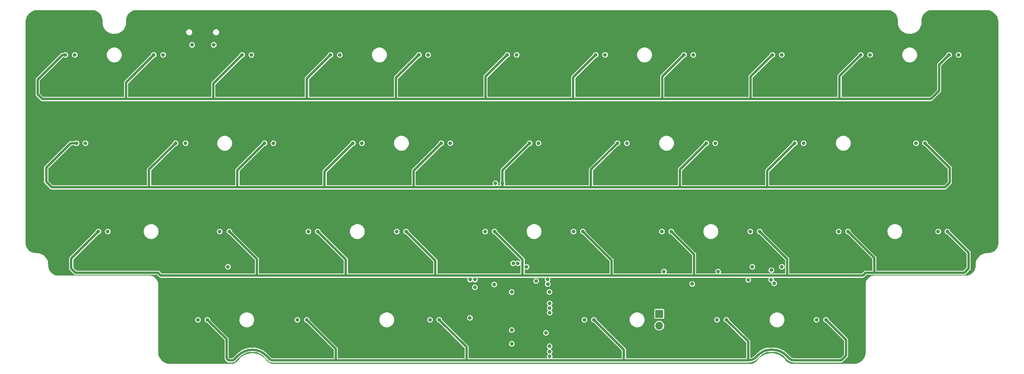
<source format=gbr>
%TF.GenerationSoftware,KiCad,Pcbnew,(7.0.0)*%
%TF.CreationDate,2023-03-04T00:29:44+01:00*%
%TF.ProjectId,travaulta,74726176-6175-46c7-9461-2e6b69636164,rev?*%
%TF.SameCoordinates,Original*%
%TF.FileFunction,Copper,L2,Inr*%
%TF.FilePolarity,Positive*%
%FSLAX46Y46*%
G04 Gerber Fmt 4.6, Leading zero omitted, Abs format (unit mm)*
G04 Created by KiCad (PCBNEW (7.0.0)) date 2023-03-04 00:29:44*
%MOMM*%
%LPD*%
G01*
G04 APERTURE LIST*
%TA.AperFunction,ComponentPad*%
%ADD10R,1.700000X1.700000*%
%TD*%
%TA.AperFunction,ComponentPad*%
%ADD11O,1.700000X1.700000*%
%TD*%
%TA.AperFunction,ViaPad*%
%ADD12C,0.800000*%
%TD*%
%TA.AperFunction,Conductor*%
%ADD13C,0.500000*%
%TD*%
G04 APERTURE END LIST*
D10*
%TO.N,VBAT*%
%TO.C,SW38*%
X180974999Y-113024999D03*
D11*
%TO.N,BOOT0*%
X180974999Y-115564999D03*
%TD*%
D12*
%TO.N,GND*%
X81280000Y-57277000D03*
X84709000Y-58166000D03*
X82550000Y-64135000D03*
X74295000Y-91313000D03*
X188214000Y-122174000D03*
X151003000Y-99314000D03*
X248920000Y-88900000D03*
X92710000Y-106934000D03*
X196342000Y-86741000D03*
X97028000Y-101346000D03*
X177165000Y-109855000D03*
X101727000Y-69469000D03*
X106807000Y-107315000D03*
X82550000Y-49999000D03*
X233934000Y-67691000D03*
X87249000Y-80010000D03*
X79375000Y-103759000D03*
X146939000Y-121666000D03*
X47117000Y-76200000D03*
X131445000Y-101854000D03*
X169545000Y-103632000D03*
X196342000Y-84709000D03*
X77430000Y-51094000D03*
X112268000Y-107315000D03*
X232156000Y-86741000D03*
X182499000Y-80010000D03*
X77343000Y-105791000D03*
X76327000Y-67818000D03*
X186055000Y-120904000D03*
X113284000Y-114300000D03*
X215773000Y-67691000D03*
X171831000Y-101981000D03*
X195072000Y-67691000D03*
X144653000Y-76200000D03*
X114681000Y-103886000D03*
X82550000Y-86741000D03*
X142113000Y-110617000D03*
X231521000Y-99314000D03*
X160909000Y-107315000D03*
X114554000Y-101727000D03*
X231902000Y-67691000D03*
X118999000Y-65786000D03*
X189357000Y-103759000D03*
X75819000Y-120777000D03*
X137668000Y-65659000D03*
X84582000Y-86741000D03*
X173101000Y-95250000D03*
X141859000Y-80010000D03*
X120904000Y-107315000D03*
X152584000Y-112903000D03*
X144460375Y-118364000D03*
X47371000Y-50800000D03*
X99695000Y-65786000D03*
X210820000Y-103251000D03*
X199263000Y-122174000D03*
X195072000Y-65659000D03*
X231902000Y-65659000D03*
X234950000Y-61087000D03*
X144653000Y-65659000D03*
X139700000Y-57150000D03*
X153035000Y-101981000D03*
X233934000Y-65659000D03*
X139954000Y-65659000D03*
X139192000Y-86741000D03*
X232156000Y-84709000D03*
X66294000Y-86868000D03*
X158750000Y-57150000D03*
X123571000Y-107315000D03*
X215900000Y-57150000D03*
X62103000Y-67691000D03*
X187325000Y-102108000D03*
X213741000Y-67691000D03*
X196850000Y-57150000D03*
X106426000Y-76200000D03*
X153289000Y-120777000D03*
X123190000Y-103886000D03*
X159004000Y-110744000D03*
X198374000Y-86741000D03*
X138303000Y-101981000D03*
X120904000Y-101727000D03*
X158623000Y-67691000D03*
X174625000Y-103632000D03*
X144653000Y-72517000D03*
X125349000Y-80010000D03*
X109855000Y-121666000D03*
X177800000Y-53213000D03*
X213741000Y-65659000D03*
X251079000Y-50800000D03*
X164592000Y-103759000D03*
X101092000Y-84709000D03*
X179197000Y-84709000D03*
X197104000Y-65659000D03*
X82550000Y-84709000D03*
X101092000Y-86741000D03*
X101092000Y-101600000D03*
X134874000Y-95250000D03*
X103124000Y-84709000D03*
X215265000Y-86741000D03*
X160909000Y-103632000D03*
X60071000Y-67691000D03*
X133985000Y-101727000D03*
X133985000Y-103886000D03*
X51435000Y-95250000D03*
X96774000Y-95250000D03*
X251206000Y-63500000D03*
X101092000Y-103886000D03*
X222758000Y-120650000D03*
X244094000Y-69723000D03*
X201041000Y-121920000D03*
X77343000Y-103759000D03*
X177165000Y-86741000D03*
X121031000Y-69469000D03*
X246062500Y-85725000D03*
X49530000Y-69850000D03*
X139065000Y-107315000D03*
X137287000Y-103886000D03*
X158496000Y-101981000D03*
X112268000Y-103886000D03*
X139954000Y-69469000D03*
X62103000Y-65659000D03*
X87249000Y-72644000D03*
X75692000Y-48895000D03*
X106299000Y-103886000D03*
X101727000Y-65786000D03*
X153924000Y-87757000D03*
X192151000Y-99314000D03*
X145415000Y-114935000D03*
X78359000Y-65786000D03*
X228473000Y-103124000D03*
X66294000Y-84836000D03*
X76327000Y-65786000D03*
X121031000Y-65786000D03*
X120142000Y-84709000D03*
X156591000Y-65659000D03*
X234950000Y-53340000D03*
X151257000Y-120777000D03*
X149098000Y-120777000D03*
X158623000Y-86741000D03*
X95377000Y-101346000D03*
X182499000Y-72390000D03*
X114681000Y-107315000D03*
X210820000Y-105664000D03*
X234188000Y-86741000D03*
X64262000Y-86868000D03*
X141224000Y-84709000D03*
X84582000Y-84709000D03*
X75819000Y-107950000D03*
X209423000Y-102870000D03*
X144399000Y-121793000D03*
X64262000Y-84836000D03*
X212979000Y-105664000D03*
X175895000Y-101981000D03*
X207391000Y-101473000D03*
X94996000Y-114300000D03*
X86741000Y-103759000D03*
X160655000Y-84709000D03*
X115824000Y-99314000D03*
X249174000Y-85725000D03*
X187325000Y-103759000D03*
X122174000Y-86741000D03*
X131445000Y-103886000D03*
X195326000Y-102108000D03*
X209804000Y-108712000D03*
X86741000Y-106299000D03*
X141859000Y-72517000D03*
X91948000Y-116459000D03*
X122174000Y-84709000D03*
X68453000Y-76200000D03*
X215773000Y-65659000D03*
X201676000Y-76200000D03*
X158623000Y-84709000D03*
X91948000Y-119761000D03*
X192024000Y-91313000D03*
X157734000Y-103759000D03*
X120650000Y-53213000D03*
X77851000Y-95250000D03*
X91948000Y-111506000D03*
X80772000Y-65151000D03*
X224282000Y-80137000D03*
X192151000Y-103759000D03*
X215265000Y-84709000D03*
X115824000Y-91313000D03*
X213106000Y-103251000D03*
X175768000Y-67691000D03*
X160655000Y-86741000D03*
X147066000Y-107315000D03*
X179197000Y-86741000D03*
X232918000Y-102743000D03*
X85725000Y-64135000D03*
X120650000Y-60960000D03*
X92710000Y-101600000D03*
X142240000Y-114935000D03*
X171831000Y-103632000D03*
X180086000Y-107442000D03*
X141224000Y-86741000D03*
X177800000Y-65659000D03*
X183388000Y-109855000D03*
X222758000Y-107823000D03*
X144653000Y-67691000D03*
X229235000Y-95250000D03*
X158623000Y-65659000D03*
X85725000Y-65786000D03*
X146685000Y-65659000D03*
X65659000Y-76200000D03*
X147896567Y-109273002D03*
X141986000Y-121793000D03*
X120904000Y-103886000D03*
X101600000Y-57150000D03*
X112522000Y-121666000D03*
X169545000Y-101981000D03*
X103124000Y-86741000D03*
X182118000Y-107442000D03*
X243967000Y-85725000D03*
X89408000Y-48895000D03*
X224282000Y-72390000D03*
X157734000Y-107315000D03*
X125349000Y-72517000D03*
X198374000Y-84709000D03*
X156591000Y-67691000D03*
X225933000Y-103124000D03*
X185166000Y-114300000D03*
X157099000Y-99314000D03*
X98425000Y-103886000D03*
X163576000Y-76200000D03*
X99949000Y-69342000D03*
X153288724Y-110807639D03*
X153924000Y-99314000D03*
X240538000Y-86741000D03*
X74295000Y-99314000D03*
X202946000Y-110490000D03*
X139319000Y-103886000D03*
X98425000Y-107315000D03*
X144653000Y-80010000D03*
X251079000Y-95123000D03*
X148209000Y-101981000D03*
X98806000Y-50800000D03*
X211201000Y-95250000D03*
X235458000Y-103251000D03*
X231521000Y-91186000D03*
X234188000Y-84709000D03*
X146685000Y-72517000D03*
X153924000Y-91313000D03*
X177165000Y-84709000D03*
X101219000Y-107315000D03*
X78359000Y-67818000D03*
X217297000Y-84709000D03*
X146685000Y-80010000D03*
X139192000Y-84709000D03*
X112268000Y-101727000D03*
X189357000Y-102108000D03*
X120142000Y-86741000D03*
X174625000Y-107315000D03*
X186817000Y-107569000D03*
X150550100Y-110815963D03*
X177800000Y-67691000D03*
X143383000Y-107315000D03*
X203962000Y-108331000D03*
X227965000Y-76200000D03*
X203835000Y-114300000D03*
X88773000Y-121920000D03*
X217297000Y-86741000D03*
X246062500Y-76200000D03*
X175768000Y-65659000D03*
X160020000Y-120396000D03*
X146685000Y-67691000D03*
X54356000Y-88900000D03*
X197104000Y-67691000D03*
X177800000Y-60960000D03*
X60071000Y-65659000D03*
X153346000Y-115062000D03*
X87574594Y-51118752D03*
X84074000Y-69850000D03*
X154940000Y-101981000D03*
X177165000Y-119126000D03*
X150425000Y-115062000D03*
%TO.N,VCC*%
X84963000Y-54991000D03*
X80264000Y-54991000D03*
%TO.N,APLEX_OUT_PIN_0*%
X156902500Y-105624500D03*
X140208000Y-105624500D03*
X200152000Y-105695500D03*
X205105000Y-105664000D03*
X140168363Y-113895367D03*
%TO.N,ROW0*%
X243459000Y-57150000D03*
X110109000Y-57150000D03*
X186309000Y-57150000D03*
X145669000Y-84875500D03*
X148209000Y-57150000D03*
X167259000Y-57150000D03*
X224409000Y-57150000D03*
X129159000Y-57150000D03*
X72009000Y-57150000D03*
X52959000Y-57150000D03*
X91059000Y-57150000D03*
X149495497Y-102108000D03*
X205359000Y-57150000D03*
%TO.N,ROW1*%
X55372000Y-76200000D03*
X191135000Y-76200000D03*
X133985000Y-76200000D03*
X147193000Y-84836000D03*
X76708000Y-76200000D03*
X153035000Y-76200000D03*
X210185000Y-76200000D03*
X171958000Y-76200000D03*
X114935000Y-76200000D03*
X150495000Y-102108000D03*
X238252000Y-76200000D03*
X95885000Y-76200000D03*
%TO.N,VBAT*%
X149155000Y-108331000D03*
X149158000Y-116524000D03*
X156556000Y-117129000D03*
X152360500Y-102870000D03*
X88011000Y-102870000D03*
X149189578Y-119489093D03*
X157291782Y-108302925D03*
X201041000Y-102870000D03*
X154432000Y-105918000D03*
%TO.N,COL0*%
X62103000Y-95250000D03*
X54991000Y-57150000D03*
X57277000Y-76200000D03*
%TO.N,COL1*%
X74041000Y-57150000D03*
X81550000Y-114300000D03*
X86233000Y-95250000D03*
X78867000Y-76200000D03*
%TO.N,COL2*%
X93075000Y-57150000D03*
X105362500Y-95250000D03*
X97790000Y-76200000D03*
X102980000Y-114300000D03*
%TO.N,COL3*%
X124412500Y-95250000D03*
X116887500Y-76200000D03*
X131555000Y-114300000D03*
X112125000Y-57150000D03*
%TO.N,COL4*%
X143462500Y-95250000D03*
X135937500Y-76200000D03*
X131175000Y-57150000D03*
%TO.N,COL5*%
X150241000Y-57150000D03*
X162512500Y-95250000D03*
X164846000Y-114300000D03*
X154940000Y-76200000D03*
%TO.N,COL6*%
X169291000Y-57150000D03*
X181991000Y-103886000D03*
X173990000Y-76200000D03*
X181562500Y-95250000D03*
X205124596Y-103594500D03*
%TO.N,COL7*%
X188325000Y-57150000D03*
X200612500Y-95250000D03*
X207391000Y-102870000D03*
X193421000Y-114300000D03*
X193675000Y-103925500D03*
X193040000Y-76200000D03*
%TO.N,COL8*%
X207391000Y-57150000D03*
X214884000Y-114300000D03*
X219662500Y-95250000D03*
X212090000Y-76200000D03*
%TO.N,COL9*%
X241095000Y-95250000D03*
X226441000Y-57150000D03*
X245491000Y-57150000D03*
X236347000Y-76200000D03*
%TO.N,ROW2*%
X164512500Y-95250000D03*
X221662500Y-95250000D03*
X126412500Y-95250000D03*
X243078000Y-95250000D03*
X202612500Y-95250000D03*
X107362500Y-95250000D03*
X145462500Y-95250000D03*
X60071000Y-95250000D03*
X88312500Y-95250000D03*
X183562500Y-95250000D03*
%TO.N,ROW3*%
X104980000Y-114300000D03*
X195453000Y-114300000D03*
X216916000Y-114300000D03*
X141224000Y-107277500D03*
X166878000Y-114300000D03*
X133555000Y-114300000D03*
X83550000Y-114300000D03*
X141224000Y-105625000D03*
%TO.N,AMUX_SEL_2*%
X157353000Y-122213500D03*
X157353000Y-110744000D03*
%TO.N,AMUX_SEL_1*%
X157357299Y-111755701D03*
X157353000Y-121162299D03*
%TO.N,AMUX_SEL_0*%
X157353000Y-112776000D03*
X157353000Y-120015000D03*
%TO.N,APLEX_EN_PIN_1*%
X205729384Y-106444481D03*
X188087000Y-106564180D03*
X156939065Y-106623334D03*
X145415000Y-106680000D03*
%TD*%
D13*
%TO.N,ROW0*%
X84836000Y-66675000D02*
X66040000Y-66675000D01*
X167259000Y-57150000D02*
X162433000Y-61976000D01*
X200660000Y-66675000D02*
X181610000Y-66675000D01*
X72009000Y-57150000D02*
X66040000Y-63119000D01*
X200660000Y-61849000D02*
X200660000Y-66675000D01*
X224409000Y-57150000D02*
X219837000Y-61722000D01*
X241300000Y-64897000D02*
X241300000Y-59309000D01*
X48006000Y-66675000D02*
X46990000Y-65659000D01*
X124206000Y-66675000D02*
X105029000Y-66675000D01*
X219837000Y-61722000D02*
X219837000Y-66675000D01*
X124206000Y-62103000D02*
X124206000Y-66675000D01*
X46990000Y-62484000D02*
X52324000Y-57150000D01*
X186309000Y-57150000D02*
X181610000Y-61849000D01*
X148209000Y-57150000D02*
X143510000Y-61849000D01*
X46990000Y-65659000D02*
X46990000Y-62484000D01*
X66040000Y-63119000D02*
X66040000Y-66675000D01*
X84836000Y-63373000D02*
X84836000Y-66675000D01*
X162433000Y-66675000D02*
X143510000Y-66675000D01*
X219837000Y-66675000D02*
X200660000Y-66675000D01*
X129159000Y-57150000D02*
X124206000Y-62103000D01*
X241300000Y-59309000D02*
X243459000Y-57150000D01*
X66040000Y-66675000D02*
X48006000Y-66675000D01*
X143510000Y-66675000D02*
X124206000Y-66675000D01*
X239522000Y-66675000D02*
X241300000Y-64897000D01*
X162433000Y-61976000D02*
X162433000Y-66675000D01*
X52324000Y-57150000D02*
X52959000Y-57150000D01*
X181610000Y-61849000D02*
X181610000Y-66675000D01*
X91059000Y-57150000D02*
X84836000Y-63373000D01*
X105029000Y-66675000D02*
X84836000Y-66675000D01*
X105029000Y-62230000D02*
X105029000Y-66675000D01*
X181610000Y-66675000D02*
X162433000Y-66675000D01*
X205359000Y-57150000D02*
X200660000Y-61849000D01*
X143510000Y-61849000D02*
X143510000Y-66675000D01*
X110109000Y-57150000D02*
X105029000Y-62230000D01*
X219837000Y-66675000D02*
X239522000Y-66675000D01*
%TO.N,ROW1*%
X147193000Y-82042000D02*
X147193000Y-85725000D01*
X55372000Y-76200000D02*
X54102000Y-76200000D01*
X128016000Y-82169000D02*
X128016000Y-85725000D01*
X108839000Y-82296000D02*
X108839000Y-85598000D01*
X90043000Y-85725000D02*
X108966000Y-85725000D01*
X50038000Y-85725000D02*
X70993000Y-85725000D01*
X204216000Y-85725000D02*
X242570000Y-85725000D01*
X243586000Y-84709000D02*
X242570000Y-85725000D01*
X243586000Y-81534000D02*
X243586000Y-84709000D01*
X108966000Y-85725000D02*
X128016000Y-85725000D01*
X171958000Y-76200000D02*
X166243000Y-81915000D01*
X147193000Y-85725000D02*
X166243000Y-85725000D01*
X210185000Y-76200000D02*
X204216000Y-82169000D01*
X76708000Y-76200000D02*
X70993000Y-81915000D01*
X238252000Y-76200000D02*
X243586000Y-81534000D01*
X90043000Y-82042000D02*
X90043000Y-85725000D01*
X108839000Y-85598000D02*
X108966000Y-85725000D01*
X48831500Y-81470500D02*
X48831500Y-84518500D01*
X204216000Y-82169000D02*
X204216000Y-85725000D01*
X166243000Y-85725000D02*
X185420000Y-85725000D01*
X70993000Y-81915000D02*
X70993000Y-85725000D01*
X153035000Y-76200000D02*
X147193000Y-82042000D01*
X54102000Y-76200000D02*
X48831500Y-81470500D01*
X166243000Y-81915000D02*
X166243000Y-85725000D01*
X191135000Y-76200000D02*
X185420000Y-81915000D01*
X133985000Y-76200000D02*
X128016000Y-82169000D01*
X48831500Y-84518500D02*
X50038000Y-85725000D01*
X95885000Y-76200000D02*
X90043000Y-82042000D01*
X70993000Y-85725000D02*
X90043000Y-85725000D01*
X185420000Y-85725000D02*
X204216000Y-85725000D01*
X114935000Y-76200000D02*
X108839000Y-82296000D01*
X185420000Y-81915000D02*
X185420000Y-85725000D01*
X128016000Y-85725000D02*
X147193000Y-85725000D01*
%TO.N,ROW2*%
X151511000Y-104775000D02*
X170688000Y-104775000D01*
X54229000Y-101092000D02*
X54229000Y-103251000D01*
X170688000Y-104775000D02*
X170688000Y-101425500D01*
X188468000Y-100155500D02*
X183562500Y-95250000D01*
X72898000Y-104140000D02*
X73533000Y-104775000D01*
X113411000Y-101298500D02*
X107362500Y-95250000D01*
X225477605Y-104140000D02*
X224842605Y-104775000D01*
X60071000Y-95250000D02*
X54229000Y-101092000D01*
X188468000Y-104775000D02*
X208534000Y-104775000D01*
X227330000Y-104140000D02*
X227330000Y-100917500D01*
X113411000Y-104775000D02*
X113411000Y-101298500D01*
X94234000Y-104775000D02*
X113411000Y-104775000D01*
X208534000Y-104775000D02*
X224842605Y-104775000D01*
X132715000Y-104775000D02*
X151511000Y-104775000D01*
X208534000Y-104775000D02*
X208534000Y-101171500D01*
X132715000Y-101552500D02*
X126412500Y-95250000D01*
X170688000Y-101425500D02*
X164512500Y-95250000D01*
X247650000Y-103251000D02*
X247650000Y-99822000D01*
X170688000Y-104775000D02*
X188468000Y-104775000D01*
X132715000Y-104775000D02*
X132715000Y-101552500D01*
X227330000Y-104140000D02*
X225477605Y-104140000D01*
X73533000Y-104775000D02*
X94234000Y-104775000D01*
X247650000Y-99822000D02*
X243078000Y-95250000D01*
X227330000Y-104140000D02*
X246761000Y-104140000D01*
X94234000Y-101171500D02*
X88312500Y-95250000D01*
X227330000Y-100917500D02*
X221662500Y-95250000D01*
X54229000Y-103251000D02*
X55118000Y-104140000D01*
X151511000Y-104775000D02*
X151511000Y-101298500D01*
X94234000Y-104775000D02*
X94234000Y-101171500D01*
X55118000Y-104140000D02*
X72898000Y-104140000D01*
X188468000Y-104775000D02*
X188468000Y-100155500D01*
X151511000Y-101298500D02*
X145462500Y-95250000D01*
X113411000Y-104775000D02*
X132715000Y-104775000D01*
X246761000Y-104140000D02*
X247650000Y-103251000D01*
X208534000Y-101171500D02*
X202612500Y-95250000D01*
%TO.N,ROW3*%
X111252000Y-123063000D02*
X97557790Y-123063000D01*
X173355000Y-123063000D02*
X200152000Y-123063000D01*
X204711235Y-120777000D02*
X205486000Y-120777000D01*
X111252000Y-123063000D02*
X139446000Y-123063000D01*
X89423407Y-122793592D02*
X89587605Y-122629395D01*
X111252000Y-123063000D02*
X111252000Y-120572000D01*
X200152000Y-123063000D02*
X200152000Y-118999000D01*
X139446000Y-120191000D02*
X133555000Y-114300000D01*
X93345000Y-120777000D02*
X93236051Y-120777000D01*
X88773000Y-123063000D02*
X88138000Y-123063000D01*
X87717160Y-118467160D02*
X83550000Y-114300000D01*
X216916000Y-114300000D02*
X221234000Y-118618000D01*
X88138000Y-123063000D02*
X87717160Y-122642160D01*
X87717160Y-122642160D02*
X87717160Y-118467160D01*
X210051617Y-123063000D02*
X220218000Y-123063000D01*
X208304434Y-121944433D02*
X208978500Y-122618500D01*
X201886421Y-122344580D02*
X202565000Y-121666000D01*
X173355000Y-123063000D02*
X173355000Y-120777000D01*
X111252000Y-120572000D02*
X104980000Y-114300000D01*
X139446000Y-123063000D02*
X173355000Y-123063000D01*
X139446000Y-123063000D02*
X139446000Y-120191000D01*
X96163434Y-121944433D02*
X97086987Y-122867987D01*
X173355000Y-120777000D02*
X166878000Y-114300000D01*
X90170000Y-122047000D02*
X89587605Y-122629395D01*
X200152000Y-118999000D02*
X195453000Y-114300000D01*
X221234000Y-122047000D02*
X220218000Y-123063000D01*
X221234000Y-118618000D02*
X221234000Y-122047000D01*
X208978495Y-122618505D02*
G75*
G03*
X210051617Y-123063000I1073105J1073105D01*
G01*
X97086995Y-122867979D02*
G75*
G03*
X97557790Y-123063000I470805J470779D01*
G01*
X204711235Y-120777015D02*
G75*
G03*
X202565000Y-121666000I-35J-3035185D01*
G01*
X208304440Y-121944427D02*
G75*
G03*
X205486000Y-120777000I-2818440J-2818473D01*
G01*
X200152000Y-123063012D02*
G75*
G03*
X201886420Y-122344579I0J2452812D01*
G01*
X93236051Y-120777022D02*
G75*
G03*
X90170001Y-122047001I-51J-4335978D01*
G01*
X88773000Y-123063003D02*
G75*
G03*
X89423406Y-122793591I0J919803D01*
G01*
X96163440Y-121944427D02*
G75*
G03*
X93345000Y-120777000I-2818440J-2818473D01*
G01*
%TD*%
%TA.AperFunction,Conductor*%
%TO.N,GND*%
G36*
X230200348Y-47475520D02*
G01*
X230298888Y-47481481D01*
X230298888Y-47481495D01*
X230298942Y-47481484D01*
X230471609Y-47492801D01*
X230472909Y-47492963D01*
X230599136Y-47516095D01*
X230599198Y-47516107D01*
X230743442Y-47544799D01*
X230744635Y-47545102D01*
X230871923Y-47584767D01*
X230872132Y-47584835D01*
X231006601Y-47630481D01*
X231007627Y-47630885D01*
X231059873Y-47654399D01*
X231131021Y-47686421D01*
X231131394Y-47686597D01*
X231256882Y-47748480D01*
X231257760Y-47748960D01*
X231374435Y-47819493D01*
X231374880Y-47819776D01*
X231490394Y-47896961D01*
X231490399Y-47896964D01*
X231491110Y-47897479D01*
X231500260Y-47904647D01*
X231598796Y-47981845D01*
X231599294Y-47982258D01*
X231703481Y-48073627D01*
X231704040Y-48074151D01*
X231800847Y-48170958D01*
X231801371Y-48171517D01*
X231892742Y-48275706D01*
X231893155Y-48276204D01*
X231977512Y-48383877D01*
X231978030Y-48384593D01*
X232055232Y-48500134D01*
X232055517Y-48500581D01*
X232126034Y-48617230D01*
X232126514Y-48618108D01*
X232188408Y-48743619D01*
X232188584Y-48743992D01*
X232244110Y-48867364D01*
X232244520Y-48868405D01*
X232290158Y-49002848D01*
X232290249Y-49003128D01*
X232329894Y-49130354D01*
X232330199Y-49131552D01*
X232334471Y-49153027D01*
X232358858Y-49275628D01*
X232358879Y-49275731D01*
X232358912Y-49275905D01*
X232382032Y-49402068D01*
X232382199Y-49403412D01*
X232393523Y-49576184D01*
X232393524Y-49576244D01*
X232393527Y-49576244D01*
X232399479Y-49674636D01*
X232399500Y-49675342D01*
X232399500Y-50074998D01*
X232399499Y-50075000D01*
X232399499Y-50229277D01*
X232399540Y-50229618D01*
X232399541Y-50229627D01*
X232436648Y-50535232D01*
X232436649Y-50535242D01*
X232436691Y-50535581D01*
X232436774Y-50535918D01*
X232436774Y-50535920D01*
X232510533Y-50835169D01*
X232510654Y-50835488D01*
X232510656Y-50835494D01*
X232619821Y-51123340D01*
X232619947Y-51123672D01*
X232763339Y-51396883D01*
X232763540Y-51397174D01*
X232763541Y-51397175D01*
X232938406Y-51650511D01*
X232938618Y-51650817D01*
X232938849Y-51651077D01*
X232938850Y-51651079D01*
X233143001Y-51881518D01*
X233143227Y-51881773D01*
X233374183Y-52086382D01*
X233628118Y-52261661D01*
X233901329Y-52405053D01*
X234189832Y-52514468D01*
X234489419Y-52588309D01*
X234795724Y-52625501D01*
X235103921Y-52625501D01*
X235104277Y-52625501D01*
X235410582Y-52588309D01*
X235710169Y-52514467D01*
X235998672Y-52405052D01*
X236271883Y-52261660D01*
X236525818Y-52086382D01*
X236756774Y-51881773D01*
X236961383Y-51650817D01*
X237136661Y-51396882D01*
X237280053Y-51123671D01*
X237389468Y-50835168D01*
X237463309Y-50535580D01*
X237500501Y-50229276D01*
X237500501Y-50074999D01*
X237500501Y-50074499D01*
X237500501Y-49675359D01*
X237500522Y-49674653D01*
X237502890Y-49635500D01*
X237506487Y-49576047D01*
X237506498Y-49576047D01*
X237506490Y-49575994D01*
X237517802Y-49403400D01*
X237517964Y-49402097D01*
X237539021Y-49287186D01*
X237541098Y-49275859D01*
X237541122Y-49275731D01*
X237569801Y-49131549D01*
X237570102Y-49130372D01*
X237609802Y-49002969D01*
X237609826Y-49002897D01*
X237655482Y-48868398D01*
X237655876Y-48867398D01*
X237711451Y-48743915D01*
X237711588Y-48743624D01*
X237773494Y-48618091D01*
X237773940Y-48617275D01*
X237844526Y-48500513D01*
X237844754Y-48500155D01*
X237921975Y-48384585D01*
X237922461Y-48383913D01*
X238006877Y-48276164D01*
X238007239Y-48275728D01*
X238098654Y-48171489D01*
X238099118Y-48170994D01*
X238195994Y-48074119D01*
X238196489Y-48073654D01*
X238300728Y-47982239D01*
X238301164Y-47981877D01*
X238408909Y-47897465D01*
X238409588Y-47896973D01*
X238525188Y-47819732D01*
X238525493Y-47819538D01*
X238642278Y-47748938D01*
X238643080Y-47748500D01*
X238768659Y-47686571D01*
X238768883Y-47686465D01*
X238892398Y-47630876D01*
X238893398Y-47630482D01*
X239027897Y-47584826D01*
X239027969Y-47584802D01*
X239155376Y-47545100D01*
X239156549Y-47544801D01*
X239300809Y-47516107D01*
X239427097Y-47492964D01*
X239428400Y-47492802D01*
X239600994Y-47481490D01*
X239601047Y-47481498D01*
X239601047Y-47481487D01*
X239601077Y-47481484D01*
X239699652Y-47475522D01*
X239700359Y-47475501D01*
X239700500Y-47475501D01*
X251474663Y-47475499D01*
X251475319Y-47475517D01*
X251479022Y-47475724D01*
X251590392Y-47481979D01*
X251772399Y-47492989D01*
X251773612Y-47493128D01*
X251914560Y-47517076D01*
X252070564Y-47545666D01*
X252071677Y-47545927D01*
X252213443Y-47586769D01*
X252213603Y-47586817D01*
X252360579Y-47632616D01*
X252361563Y-47632973D01*
X252499541Y-47690125D01*
X252499835Y-47690252D01*
X252638512Y-47752665D01*
X252639326Y-47753072D01*
X252715901Y-47795394D01*
X252770863Y-47825771D01*
X252771256Y-47825998D01*
X252866528Y-47883591D01*
X252900532Y-47904148D01*
X252900579Y-47904176D01*
X252901294Y-47904646D01*
X253024251Y-47991888D01*
X253024658Y-47992191D01*
X253098312Y-48049895D01*
X253143278Y-48085124D01*
X253143858Y-48085610D01*
X253256439Y-48186218D01*
X253256916Y-48186669D01*
X253363328Y-48293081D01*
X253363779Y-48293558D01*
X253464390Y-48406142D01*
X253464876Y-48406722D01*
X253519323Y-48476217D01*
X253538382Y-48500545D01*
X253557782Y-48525306D01*
X253558104Y-48525739D01*
X253587943Y-48567793D01*
X253645357Y-48648711D01*
X253645828Y-48649428D01*
X253723986Y-48778718D01*
X253724213Y-48779111D01*
X253796920Y-48910663D01*
X253797349Y-48911521D01*
X253859737Y-49050141D01*
X253859877Y-49050466D01*
X253917020Y-49188422D01*
X253917381Y-49189418D01*
X253963171Y-49336361D01*
X253963244Y-49336603D01*
X254004069Y-49478312D01*
X254004334Y-49479442D01*
X254032905Y-49635351D01*
X254032853Y-49635360D01*
X254032933Y-49635500D01*
X254056867Y-49776365D01*
X254057011Y-49777619D01*
X254068030Y-49959780D01*
X254068033Y-49959830D01*
X254074482Y-50074661D01*
X254074500Y-50075317D01*
X254074500Y-97683641D01*
X254074479Y-97684347D01*
X254068518Y-97782897D01*
X254068514Y-97782956D01*
X254057199Y-97955578D01*
X254057032Y-97956922D01*
X254033909Y-98083101D01*
X254033876Y-98083275D01*
X254005201Y-98227437D01*
X254004896Y-98228635D01*
X253965233Y-98355917D01*
X253965142Y-98356197D01*
X253919525Y-98490577D01*
X253919115Y-98491618D01*
X253863568Y-98615040D01*
X253863392Y-98615413D01*
X253801519Y-98740880D01*
X253801039Y-98741758D01*
X253730505Y-98858434D01*
X253730220Y-98858881D01*
X253653035Y-98974396D01*
X253652517Y-98975112D01*
X253568144Y-99082806D01*
X253567731Y-99083304D01*
X253476384Y-99187466D01*
X253475860Y-99188025D01*
X253379025Y-99284860D01*
X253378466Y-99285384D01*
X253274304Y-99376731D01*
X253273806Y-99377144D01*
X253166112Y-99461517D01*
X253165396Y-99462035D01*
X253049881Y-99539220D01*
X253049434Y-99539505D01*
X252932758Y-99610039D01*
X252931880Y-99610519D01*
X252806413Y-99672392D01*
X252806040Y-99672568D01*
X252682618Y-99728115D01*
X252681577Y-99728525D01*
X252547197Y-99774142D01*
X252546917Y-99774233D01*
X252419635Y-99813896D01*
X252418437Y-99814201D01*
X252274275Y-99842876D01*
X252274101Y-99842909D01*
X252147922Y-99866032D01*
X252146578Y-99866199D01*
X251974015Y-99877510D01*
X251973956Y-99877514D01*
X251875347Y-99883479D01*
X251874641Y-99883500D01*
X251734438Y-99883500D01*
X251734375Y-99883487D01*
X251734375Y-99883474D01*
X251734310Y-99883473D01*
X251734306Y-99883473D01*
X251591462Y-99883470D01*
X251591140Y-99883470D01*
X251590826Y-99883505D01*
X251590814Y-99883506D01*
X251306806Y-99915499D01*
X251306803Y-99915499D01*
X251306470Y-99915537D01*
X251306164Y-99915606D01*
X251306145Y-99915610D01*
X251027500Y-99979204D01*
X251027496Y-99979204D01*
X251027181Y-99979277D01*
X251026874Y-99979384D01*
X251026865Y-99979387D01*
X250757094Y-100073779D01*
X250757080Y-100073784D01*
X250756785Y-100073888D01*
X250756497Y-100074026D01*
X250756489Y-100074030D01*
X250498979Y-100198038D01*
X250498972Y-100198041D01*
X250498683Y-100198181D01*
X250498429Y-100198340D01*
X250498410Y-100198351D01*
X250256397Y-100350417D01*
X250256389Y-100350421D01*
X250256121Y-100350591D01*
X250255864Y-100350795D01*
X250255861Y-100350798D01*
X250143103Y-100440720D01*
X250032150Y-100529202D01*
X250031926Y-100529425D01*
X250031917Y-100529434D01*
X249829818Y-100731535D01*
X249829809Y-100731544D01*
X249829586Y-100731768D01*
X249829388Y-100732015D01*
X249829381Y-100732024D01*
X249654444Y-100951393D01*
X249650977Y-100955741D01*
X249650808Y-100956009D01*
X249650803Y-100956017D01*
X249498739Y-101198031D01*
X249498728Y-101198050D01*
X249498569Y-101198304D01*
X249498429Y-101198593D01*
X249498426Y-101198600D01*
X249374421Y-101456111D01*
X249374414Y-101456126D01*
X249374279Y-101456408D01*
X249374175Y-101456704D01*
X249374173Y-101456710D01*
X249279775Y-101726505D01*
X249279774Y-101726510D01*
X249279671Y-101726804D01*
X249279601Y-101727109D01*
X249279600Y-101727114D01*
X249216006Y-102005769D01*
X249216002Y-102005788D01*
X249215933Y-102006094D01*
X249215895Y-102006427D01*
X249215895Y-102006430D01*
X249183904Y-102290438D01*
X249183904Y-102290440D01*
X249183868Y-102290764D01*
X249183868Y-102291086D01*
X249183868Y-102291087D01*
X249183874Y-102433999D01*
X249183874Y-102574639D01*
X249183853Y-102575346D01*
X249177786Y-102675565D01*
X249177782Y-102675623D01*
X249166598Y-102846378D01*
X249166431Y-102847723D01*
X249142981Y-102975652D01*
X249142948Y-102975825D01*
X249114622Y-103118208D01*
X249114317Y-103119406D01*
X249074310Y-103247780D01*
X249074219Y-103248060D01*
X249028971Y-103381341D01*
X249028561Y-103382382D01*
X248972640Y-103506628D01*
X248972464Y-103507001D01*
X248911010Y-103631609D01*
X248910530Y-103632487D01*
X248839575Y-103749856D01*
X248839290Y-103750303D01*
X248762574Y-103865114D01*
X248762056Y-103865830D01*
X248677209Y-103974126D01*
X248676795Y-103974624D01*
X248585997Y-104078157D01*
X248585474Y-104078716D01*
X248488098Y-104176091D01*
X248487539Y-104176615D01*
X248384011Y-104267407D01*
X248383513Y-104267820D01*
X248275203Y-104352675D01*
X248274487Y-104353193D01*
X248159693Y-104429897D01*
X248159246Y-104430182D01*
X248041867Y-104501141D01*
X248040989Y-104501621D01*
X247916384Y-104563071D01*
X247916011Y-104563247D01*
X247791754Y-104619172D01*
X247790713Y-104619582D01*
X247657468Y-104664816D01*
X247657188Y-104664907D01*
X247528776Y-104704925D01*
X247527578Y-104705230D01*
X247385209Y-104733551D01*
X247385035Y-104733584D01*
X247257090Y-104757035D01*
X247255747Y-104757202D01*
X247088125Y-104768194D01*
X247088066Y-104768198D01*
X246984375Y-104774474D01*
X246984367Y-104774352D01*
X246983661Y-104774498D01*
X227299904Y-104774498D01*
X227299896Y-104774500D01*
X227181988Y-104774500D01*
X227181623Y-104774548D01*
X227181608Y-104774549D01*
X226948372Y-104805256D01*
X226948356Y-104805259D01*
X226947985Y-104805308D01*
X226947605Y-104805409D01*
X226947604Y-104805410D01*
X226720386Y-104866293D01*
X226720383Y-104866293D01*
X226720006Y-104866395D01*
X226719643Y-104866545D01*
X226719641Y-104866546D01*
X226502313Y-104956565D01*
X226502304Y-104956569D01*
X226501950Y-104956716D01*
X226501619Y-104956906D01*
X226501609Y-104956912D01*
X226297881Y-105074535D01*
X226297877Y-105074537D01*
X226297549Y-105074727D01*
X226297254Y-105074953D01*
X226297247Y-105074958D01*
X226110602Y-105218175D01*
X226110590Y-105218185D01*
X226110300Y-105218408D01*
X226110036Y-105218671D01*
X226110028Y-105218679D01*
X225943679Y-105385029D01*
X225943671Y-105385037D01*
X225943408Y-105385301D01*
X225943185Y-105385591D01*
X225943175Y-105385603D01*
X225799958Y-105572248D01*
X225799953Y-105572255D01*
X225799727Y-105572550D01*
X225799537Y-105572878D01*
X225799535Y-105572882D01*
X225681912Y-105776610D01*
X225681906Y-105776620D01*
X225681716Y-105776951D01*
X225681569Y-105777305D01*
X225681565Y-105777314D01*
X225591545Y-105994642D01*
X225591394Y-105995007D01*
X225591292Y-105995384D01*
X225591292Y-105995387D01*
X225537917Y-106194586D01*
X225530307Y-106222986D01*
X225530258Y-106223357D01*
X225530255Y-106223373D01*
X225499549Y-106456609D01*
X225499548Y-106456624D01*
X225499500Y-106456989D01*
X225499500Y-106457372D01*
X225499500Y-121224663D01*
X225499482Y-121225319D01*
X225493019Y-121340400D01*
X225493016Y-121340450D01*
X225482012Y-121522369D01*
X225481868Y-121523623D01*
X225457921Y-121664556D01*
X225457894Y-121664705D01*
X225429336Y-121820543D01*
X225429071Y-121821673D01*
X225388224Y-121963458D01*
X225388151Y-121963700D01*
X225342387Y-122110562D01*
X225342026Y-122111558D01*
X225284865Y-122249559D01*
X225284725Y-122249884D01*
X225222350Y-122388474D01*
X225221921Y-122389332D01*
X225149213Y-122520886D01*
X225148986Y-122521279D01*
X225070829Y-122650568D01*
X225070358Y-122651285D01*
X224983106Y-122774255D01*
X224982774Y-122774701D01*
X224889886Y-122893263D01*
X224889400Y-122893843D01*
X224788769Y-123006450D01*
X224788318Y-123006927D01*
X224681925Y-123113320D01*
X224681448Y-123113771D01*
X224568848Y-123214397D01*
X224568268Y-123214883D01*
X224449703Y-123307773D01*
X224449257Y-123308105D01*
X224326278Y-123395363D01*
X224325561Y-123395834D01*
X224196299Y-123473975D01*
X224195906Y-123474202D01*
X224064325Y-123546925D01*
X224063467Y-123547354D01*
X223924884Y-123609724D01*
X223924559Y-123609864D01*
X223786566Y-123667023D01*
X223785570Y-123667384D01*
X223638685Y-123713156D01*
X223638443Y-123713229D01*
X223496674Y-123754071D01*
X223495544Y-123754336D01*
X223339706Y-123782894D01*
X223339557Y-123782921D01*
X223198624Y-123806868D01*
X223197370Y-123807012D01*
X223015501Y-123818013D01*
X223015451Y-123818016D01*
X222900320Y-123824482D01*
X222899664Y-123824500D01*
X209934709Y-123824500D01*
X209934042Y-123824481D01*
X209872874Y-123820988D01*
X209872780Y-123820982D01*
X209670107Y-123807764D01*
X209668874Y-123807618D01*
X209557123Y-123788293D01*
X209556842Y-123788241D01*
X209404848Y-123758107D01*
X209403828Y-123757857D01*
X209286874Y-123723535D01*
X209286419Y-123723391D01*
X209147290Y-123676319D01*
X209146487Y-123676014D01*
X209031814Y-123627576D01*
X209031207Y-123627299D01*
X208901019Y-123563320D01*
X208900428Y-123563008D01*
X208792017Y-123501814D01*
X208791285Y-123501365D01*
X208698277Y-123439454D01*
X208669017Y-123419976D01*
X208668630Y-123419707D01*
X208668280Y-123419453D01*
X208635108Y-123395363D01*
X208570008Y-123348086D01*
X208569187Y-123347432D01*
X208452488Y-123245526D01*
X208452275Y-123245335D01*
X208401723Y-123198963D01*
X208368665Y-123168638D01*
X208367810Y-123167765D01*
X208234574Y-123016597D01*
X208222482Y-123002650D01*
X208193127Y-122968791D01*
X208192718Y-122968291D01*
X208174572Y-122944765D01*
X208081413Y-122823988D01*
X207831191Y-122557231D01*
X207556512Y-122315730D01*
X207556295Y-122315573D01*
X207556287Y-122315567D01*
X207260153Y-122101890D01*
X207260146Y-122101885D01*
X207259914Y-122101718D01*
X207259660Y-122101569D01*
X207259653Y-122101565D01*
X206944398Y-121917323D01*
X206944392Y-121917319D01*
X206944139Y-121917172D01*
X206931587Y-121911374D01*
X206612347Y-121763909D01*
X206612342Y-121763907D01*
X206612104Y-121763797D01*
X206555653Y-121744046D01*
X206267132Y-121643098D01*
X206267116Y-121643093D01*
X206266878Y-121643010D01*
X206266617Y-121642946D01*
X205911910Y-121555992D01*
X205911905Y-121555991D01*
X205911648Y-121555928D01*
X205911386Y-121555890D01*
X205911371Y-121555887D01*
X205549987Y-121503396D01*
X205549969Y-121503394D01*
X205549699Y-121503355D01*
X205549426Y-121503341D01*
X205549407Y-121503340D01*
X205184666Y-121485790D01*
X205184375Y-121485776D01*
X205184084Y-121485790D01*
X204819341Y-121503340D01*
X204819320Y-121503341D01*
X204819050Y-121503355D01*
X204818781Y-121503394D01*
X204818761Y-121503396D01*
X204457377Y-121555887D01*
X204457358Y-121555890D01*
X204457101Y-121555928D01*
X204456847Y-121555990D01*
X204456838Y-121555992D01*
X204102132Y-121642946D01*
X204102126Y-121642947D01*
X204101872Y-121643010D01*
X204101639Y-121643091D01*
X204101617Y-121643098D01*
X203756896Y-121763709D01*
X203756892Y-121763710D01*
X203756645Y-121763797D01*
X203756413Y-121763904D01*
X203756401Y-121763909D01*
X203424875Y-121917049D01*
X203424865Y-121917054D01*
X203424610Y-121917172D01*
X203424365Y-121917315D01*
X203424350Y-121917323D01*
X203109095Y-122101565D01*
X203109078Y-122101575D01*
X203108835Y-122101718D01*
X203108611Y-122101879D01*
X203108595Y-122101890D01*
X202812462Y-122315567D01*
X202812444Y-122315581D01*
X202812238Y-122315730D01*
X202812038Y-122315905D01*
X202812029Y-122315913D01*
X202537771Y-122557044D01*
X202537764Y-122557050D01*
X202537559Y-122557231D01*
X202537372Y-122557429D01*
X202537362Y-122557440D01*
X202287538Y-122823773D01*
X202287531Y-122823780D01*
X202287336Y-122823989D01*
X202287164Y-122824211D01*
X202287158Y-122824219D01*
X202175861Y-122968511D01*
X202175437Y-122969030D01*
X202135866Y-123014666D01*
X202135802Y-123014738D01*
X202000700Y-123167984D01*
X201999833Y-123168869D01*
X201917557Y-123244336D01*
X201917343Y-123244527D01*
X201799237Y-123347656D01*
X201798417Y-123348310D01*
X201700822Y-123419180D01*
X201700430Y-123419453D01*
X201577031Y-123501591D01*
X201576299Y-123502040D01*
X201468859Y-123562685D01*
X201468268Y-123562997D01*
X201336962Y-123627526D01*
X201336355Y-123627803D01*
X201222697Y-123675813D01*
X201221894Y-123676118D01*
X201081462Y-123723634D01*
X201081007Y-123723777D01*
X200965312Y-123757733D01*
X200964293Y-123757984D01*
X200810462Y-123788488D01*
X200810180Y-123788540D01*
X200700191Y-123807565D01*
X200698960Y-123807711D01*
X200493391Y-123821143D01*
X200493296Y-123821149D01*
X200435007Y-123824481D01*
X200434339Y-123824500D01*
X98015961Y-123824500D01*
X98015293Y-123824481D01*
X97955087Y-123821039D01*
X97954991Y-123821033D01*
X97751041Y-123807695D01*
X97749811Y-123807549D01*
X97639853Y-123788529D01*
X97639571Y-123788477D01*
X97485698Y-123757967D01*
X97484679Y-123757716D01*
X97369018Y-123723770D01*
X97368563Y-123723627D01*
X97228082Y-123676097D01*
X97227279Y-123675792D01*
X97113671Y-123627805D01*
X97113064Y-123627528D01*
X96981708Y-123562978D01*
X96981117Y-123562666D01*
X96873713Y-123502044D01*
X96872981Y-123501595D01*
X96749530Y-123419426D01*
X96749138Y-123419153D01*
X96651591Y-123348321D01*
X96650771Y-123347667D01*
X96532609Y-123244497D01*
X96532395Y-123244306D01*
X96450177Y-123168895D01*
X96449309Y-123168010D01*
X96385726Y-123095884D01*
X96312786Y-123013142D01*
X96312746Y-123013096D01*
X96274792Y-122969327D01*
X96274550Y-122969040D01*
X96274537Y-122969024D01*
X96274354Y-122968792D01*
X96226273Y-122906457D01*
X96162663Y-122823989D01*
X95912440Y-122557231D01*
X95637761Y-122315731D01*
X95637544Y-122315574D01*
X95637536Y-122315568D01*
X95341403Y-122101891D01*
X95341396Y-122101886D01*
X95341164Y-122101719D01*
X95340910Y-122101570D01*
X95340903Y-122101566D01*
X95025648Y-121917324D01*
X95025642Y-121917320D01*
X95025389Y-121917173D01*
X94821546Y-121823013D01*
X94693597Y-121763910D01*
X94693592Y-121763908D01*
X94693354Y-121763798D01*
X94636960Y-121744067D01*
X94348381Y-121643099D01*
X94348365Y-121643094D01*
X94348127Y-121643011D01*
X94347862Y-121642946D01*
X93993160Y-121555993D01*
X93993155Y-121555992D01*
X93992898Y-121555929D01*
X93992636Y-121555891D01*
X93992621Y-121555888D01*
X93631237Y-121503397D01*
X93631219Y-121503395D01*
X93630949Y-121503356D01*
X93630676Y-121503342D01*
X93630657Y-121503341D01*
X93265916Y-121485791D01*
X93265625Y-121485777D01*
X93265334Y-121485791D01*
X92900592Y-121503341D01*
X92900571Y-121503342D01*
X92900301Y-121503356D01*
X92900032Y-121503395D01*
X92900012Y-121503397D01*
X92538628Y-121555888D01*
X92538609Y-121555891D01*
X92538352Y-121555929D01*
X92538098Y-121555991D01*
X92538089Y-121555993D01*
X92183383Y-121642947D01*
X92183377Y-121642948D01*
X92183123Y-121643011D01*
X92182890Y-121643092D01*
X92182868Y-121643099D01*
X91838147Y-121763710D01*
X91838143Y-121763711D01*
X91837896Y-121763798D01*
X91837664Y-121763905D01*
X91837652Y-121763910D01*
X91506126Y-121917050D01*
X91506116Y-121917055D01*
X91505861Y-121917173D01*
X91505616Y-121917316D01*
X91505601Y-121917324D01*
X91190346Y-122101566D01*
X91190329Y-122101576D01*
X91190086Y-122101719D01*
X91189862Y-122101880D01*
X91189846Y-122101891D01*
X90893713Y-122315568D01*
X90893695Y-122315582D01*
X90893489Y-122315731D01*
X90893289Y-122315906D01*
X90893280Y-122315914D01*
X90619022Y-122557044D01*
X90619015Y-122557050D01*
X90618810Y-122557231D01*
X90618623Y-122557429D01*
X90618613Y-122557440D01*
X90368789Y-122823773D01*
X90368782Y-122823780D01*
X90368587Y-122823989D01*
X90368415Y-122824211D01*
X90368409Y-122824219D01*
X90257112Y-122968511D01*
X90256693Y-122969024D01*
X90223827Y-123006927D01*
X90217116Y-123014666D01*
X90217052Y-123014739D01*
X90081946Y-123167981D01*
X90081079Y-123168865D01*
X89998806Y-123244328D01*
X89998592Y-123244519D01*
X89880481Y-123347649D01*
X89879661Y-123348303D01*
X89782073Y-123419167D01*
X89781681Y-123419440D01*
X89658271Y-123501585D01*
X89657539Y-123502034D01*
X89550117Y-123562668D01*
X89549526Y-123562980D01*
X89418188Y-123627524D01*
X89417581Y-123627801D01*
X89303956Y-123675798D01*
X89303153Y-123676103D01*
X89162689Y-123723631D01*
X89162234Y-123723774D01*
X89046569Y-123757723D01*
X89045550Y-123757974D01*
X88891678Y-123788488D01*
X88891396Y-123788540D01*
X88781443Y-123807560D01*
X88780212Y-123807706D01*
X88574524Y-123821150D01*
X88574429Y-123821156D01*
X88516277Y-123824481D01*
X88515609Y-123824500D01*
X75550335Y-123824500D01*
X75549679Y-123824482D01*
X75549661Y-123824481D01*
X75542545Y-123824081D01*
X75434548Y-123818016D01*
X75434498Y-123818013D01*
X75252628Y-123807012D01*
X75251374Y-123806868D01*
X75110441Y-123782921D01*
X75110292Y-123782894D01*
X74954454Y-123754336D01*
X74953324Y-123754071D01*
X74811555Y-123713229D01*
X74811313Y-123713156D01*
X74664428Y-123667384D01*
X74663432Y-123667023D01*
X74525439Y-123609864D01*
X74525114Y-123609724D01*
X74386531Y-123547354D01*
X74385673Y-123546925D01*
X74254092Y-123474202D01*
X74253699Y-123473975D01*
X74124437Y-123395834D01*
X74123720Y-123395363D01*
X74047029Y-123340948D01*
X74000740Y-123308104D01*
X74000295Y-123307773D01*
X73952686Y-123270474D01*
X73881729Y-123214882D01*
X73881150Y-123214397D01*
X73830233Y-123168895D01*
X73768550Y-123113771D01*
X73768073Y-123113320D01*
X73661680Y-123006927D01*
X73661229Y-123006450D01*
X73654385Y-122998792D01*
X73628120Y-122969401D01*
X73560598Y-122893843D01*
X73560112Y-122893263D01*
X73528148Y-122852464D01*
X73467213Y-122774687D01*
X73466905Y-122774272D01*
X73379634Y-122651277D01*
X73379175Y-122650578D01*
X73319649Y-122552109D01*
X73301012Y-122521279D01*
X73300785Y-122520886D01*
X73241969Y-122414468D01*
X73228074Y-122389326D01*
X73227648Y-122388474D01*
X73165250Y-122249831D01*
X73165161Y-122249624D01*
X73107970Y-122111555D01*
X73107611Y-122110562D01*
X73104808Y-122101566D01*
X73061833Y-121963655D01*
X73061774Y-121963458D01*
X73056757Y-121946044D01*
X73020926Y-121821668D01*
X73020662Y-121820543D01*
X73016833Y-121799651D01*
X72992077Y-121664556D01*
X72988796Y-121645247D01*
X72968126Y-121523594D01*
X72967989Y-121522399D01*
X72956988Y-121340536D01*
X72950517Y-121225319D01*
X72950500Y-121224664D01*
X72950500Y-114300000D01*
X80944318Y-114300000D01*
X80944418Y-114300760D01*
X80964855Y-114455999D01*
X80964856Y-114456003D01*
X80964956Y-114456762D01*
X80965249Y-114457469D01*
X80965250Y-114457473D01*
X81004052Y-114551148D01*
X81025464Y-114602841D01*
X81121718Y-114728282D01*
X81247159Y-114824536D01*
X81393238Y-114885044D01*
X81513814Y-114900918D01*
X81535142Y-114903726D01*
X81550000Y-114905682D01*
X81706762Y-114885044D01*
X81852841Y-114824536D01*
X81978282Y-114728282D01*
X82074536Y-114602841D01*
X82135044Y-114456762D01*
X82155682Y-114300000D01*
X82944318Y-114300000D01*
X82944418Y-114300760D01*
X82964855Y-114455999D01*
X82964856Y-114456003D01*
X82964956Y-114456762D01*
X82965249Y-114457469D01*
X82965250Y-114457473D01*
X83004052Y-114551148D01*
X83025464Y-114602841D01*
X83121718Y-114728282D01*
X83247159Y-114824536D01*
X83393238Y-114885044D01*
X83509877Y-114900399D01*
X83516622Y-114903726D01*
X87263233Y-118650336D01*
X87265769Y-118654132D01*
X87266660Y-118658609D01*
X87266660Y-122616206D01*
X87266586Y-122617516D01*
X87261988Y-122658320D01*
X87261988Y-122658323D01*
X87261890Y-122659195D01*
X87262052Y-122660056D01*
X87262053Y-122660058D01*
X87272908Y-122717430D01*
X87272981Y-122717861D01*
X87281549Y-122774701D01*
X87281812Y-122776447D01*
X87282190Y-122777232D01*
X87282192Y-122777238D01*
X87284870Y-122782798D01*
X87285825Y-122785699D01*
X87287137Y-122792632D01*
X87287545Y-122793405D01*
X87287546Y-122793406D01*
X87314839Y-122845046D01*
X87315036Y-122845437D01*
X87340354Y-122898012D01*
X87340355Y-122898014D01*
X87340735Y-122898802D01*
X87345531Y-122903972D01*
X87347294Y-122906456D01*
X87350594Y-122912698D01*
X87351209Y-122913313D01*
X87351210Y-122913314D01*
X87392492Y-122954595D01*
X87392796Y-122954910D01*
X87430884Y-122995961D01*
X87433105Y-122998354D01*
X87433861Y-122998790D01*
X87433863Y-122998792D01*
X87439212Y-123001880D01*
X87441636Y-123003740D01*
X87801092Y-123363195D01*
X87801966Y-123364173D01*
X87828121Y-123396970D01*
X87877102Y-123430365D01*
X87877425Y-123430593D01*
X87925118Y-123465793D01*
X87925940Y-123466080D01*
X87925943Y-123466082D01*
X87929142Y-123467200D01*
X87931771Y-123468120D01*
X87934497Y-123469497D01*
X87940327Y-123473472D01*
X87996970Y-123490943D01*
X87997379Y-123491077D01*
X88053301Y-123510646D01*
X88060350Y-123510909D01*
X88063355Y-123511420D01*
X88070098Y-123513500D01*
X88129335Y-123513500D01*
X88129772Y-123513507D01*
X88189010Y-123515725D01*
X88195824Y-123513899D01*
X88198853Y-123513500D01*
X88713691Y-123513500D01*
X88772993Y-123513500D01*
X88773000Y-123513501D01*
X88773000Y-123513503D01*
X88862433Y-123513503D01*
X88862816Y-123513503D01*
X89040910Y-123490056D01*
X89214421Y-123443563D01*
X89380378Y-123374820D01*
X89535943Y-123285003D01*
X89678453Y-123175649D01*
X89709512Y-123144590D01*
X89858141Y-122995961D01*
X89858143Y-122995961D01*
X90468975Y-122385128D01*
X90488396Y-122365707D01*
X90488718Y-122365399D01*
X90738098Y-122136886D01*
X90738855Y-122136250D01*
X91007009Y-121930488D01*
X91007795Y-121929938D01*
X91292857Y-121748335D01*
X91293718Y-121747838D01*
X91593498Y-121591783D01*
X91594414Y-121591357D01*
X91906643Y-121462030D01*
X91907576Y-121461689D01*
X92229933Y-121360054D01*
X92230868Y-121359803D01*
X92560835Y-121286654D01*
X92561834Y-121286478D01*
X92896908Y-121242368D01*
X92897892Y-121242282D01*
X93236046Y-121227522D01*
X93236050Y-121227615D01*
X93236580Y-121227500D01*
X93285691Y-121227500D01*
X93344711Y-121227500D01*
X93345284Y-121227513D01*
X93690977Y-121244496D01*
X93692079Y-121244606D01*
X94034159Y-121295348D01*
X94035263Y-121295567D01*
X94370707Y-121379591D01*
X94371799Y-121379922D01*
X94697387Y-121496418D01*
X94698447Y-121496857D01*
X95011049Y-121644705D01*
X95012063Y-121645247D01*
X95308659Y-121823020D01*
X95309594Y-121823643D01*
X95587371Y-122029654D01*
X95588245Y-122030372D01*
X95840558Y-122259053D01*
X95844537Y-122262659D01*
X95844952Y-122263054D01*
X96792309Y-123210412D01*
X96792346Y-123210439D01*
X96792413Y-123210501D01*
X96830557Y-123248647D01*
X96972708Y-123351932D01*
X97129267Y-123431707D01*
X97296379Y-123486008D01*
X97469927Y-123513499D01*
X97489882Y-123513499D01*
X97489886Y-123513499D01*
X97489888Y-123513500D01*
X97489894Y-123513500D01*
X97557783Y-123513500D01*
X97617093Y-123513501D01*
X97617097Y-123513500D01*
X111184098Y-123513500D01*
X111199920Y-123513500D01*
X111202522Y-123513792D01*
X111217954Y-123517315D01*
X111268419Y-123513533D01*
X111269294Y-123513500D01*
X111285762Y-123513500D01*
X139378098Y-123513500D01*
X139393920Y-123513500D01*
X139396522Y-123513792D01*
X139411954Y-123517315D01*
X139462419Y-123513533D01*
X139463294Y-123513500D01*
X139479762Y-123513500D01*
X173287098Y-123513500D01*
X173302920Y-123513500D01*
X173305522Y-123513792D01*
X173320954Y-123517315D01*
X173371419Y-123513533D01*
X173372294Y-123513500D01*
X173388762Y-123513500D01*
X200092691Y-123513500D01*
X200099920Y-123513500D01*
X200102522Y-123513792D01*
X200117954Y-123517315D01*
X200168259Y-123513545D01*
X200169134Y-123513512D01*
X200294349Y-123513512D01*
X200294633Y-123513512D01*
X200578524Y-123485550D01*
X200858308Y-123429897D01*
X201131290Y-123347087D01*
X201394840Y-123237920D01*
X201646421Y-123103445D01*
X201883609Y-122944957D01*
X202104120Y-122763985D01*
X202176779Y-122691325D01*
X202872113Y-121995990D01*
X202883327Y-121984776D01*
X202883787Y-121984341D01*
X203099200Y-121791836D01*
X203100204Y-121791035D01*
X203335552Y-121624048D01*
X203336630Y-121623371D01*
X203589202Y-121483781D01*
X203590349Y-121483229D01*
X203856940Y-121372805D01*
X203858169Y-121372374D01*
X204135446Y-121292494D01*
X204136715Y-121292204D01*
X204421187Y-121243873D01*
X204422483Y-121243727D01*
X204709449Y-121227615D01*
X204711177Y-121227518D01*
X204711833Y-121227500D01*
X204770539Y-121227500D01*
X205426691Y-121227500D01*
X205485711Y-121227500D01*
X205486284Y-121227513D01*
X205831977Y-121244496D01*
X205833079Y-121244606D01*
X206175159Y-121295348D01*
X206176263Y-121295567D01*
X206511707Y-121379591D01*
X206512799Y-121379922D01*
X206838387Y-121496418D01*
X206839447Y-121496857D01*
X207152049Y-121644705D01*
X207153063Y-121645247D01*
X207449659Y-121823020D01*
X207450594Y-121823643D01*
X207728371Y-122029654D01*
X207729245Y-122030372D01*
X207940385Y-122221736D01*
X207985536Y-122262658D01*
X207985952Y-122263054D01*
X208649466Y-122926570D01*
X208659935Y-122937039D01*
X208659945Y-122937054D01*
X208659943Y-122937057D01*
X208738098Y-123015212D01*
X208910926Y-123153037D01*
X208993290Y-123204789D01*
X209097827Y-123270474D01*
X209097833Y-123270477D01*
X209098100Y-123270645D01*
X209297264Y-123366556D01*
X209505915Y-123439565D01*
X209664028Y-123475652D01*
X209721104Y-123488679D01*
X209721106Y-123488679D01*
X209721429Y-123488753D01*
X209941094Y-123513501D01*
X210051622Y-123513500D01*
X220192046Y-123513500D01*
X220193355Y-123513573D01*
X220235035Y-123518270D01*
X220293297Y-123507245D01*
X220293671Y-123507181D01*
X220352287Y-123498348D01*
X220353080Y-123497965D01*
X220353083Y-123497965D01*
X220358638Y-123495289D01*
X220361541Y-123494333D01*
X220368472Y-123493023D01*
X220420898Y-123465313D01*
X220421264Y-123465129D01*
X220474642Y-123439425D01*
X220479812Y-123434627D01*
X220482296Y-123432864D01*
X220488538Y-123429566D01*
X220530464Y-123387638D01*
X220530724Y-123387387D01*
X220574194Y-123347055D01*
X220577723Y-123340940D01*
X220579575Y-123338527D01*
X221534199Y-122383902D01*
X221535158Y-122383044D01*
X221567970Y-122356879D01*
X221601383Y-122307869D01*
X221601575Y-122307598D01*
X221636793Y-122259882D01*
X221639121Y-122253226D01*
X221640498Y-122250500D01*
X221644472Y-122244673D01*
X221661950Y-122188005D01*
X221662080Y-122187612D01*
X221681646Y-122131699D01*
X221681909Y-122124648D01*
X221682419Y-122121645D01*
X221684500Y-122114902D01*
X221684500Y-122055649D01*
X221684508Y-122055212D01*
X221685452Y-122029987D01*
X221686724Y-121995990D01*
X221684899Y-121989179D01*
X221684500Y-121986151D01*
X221684500Y-118643954D01*
X221684574Y-118642644D01*
X221685163Y-118637419D01*
X221689270Y-118600965D01*
X221678246Y-118542709D01*
X221678177Y-118542297D01*
X221670764Y-118493114D01*
X221669348Y-118483713D01*
X221666287Y-118477359D01*
X221665333Y-118474457D01*
X221664186Y-118468391D01*
X221664023Y-118467528D01*
X221636307Y-118415089D01*
X221636144Y-118414765D01*
X221610425Y-118361358D01*
X221605620Y-118356180D01*
X221603861Y-118353700D01*
X221600565Y-118347462D01*
X221558677Y-118305574D01*
X221558374Y-118305260D01*
X221520351Y-118264281D01*
X221518055Y-118261806D01*
X221511946Y-118258278D01*
X221509522Y-118256419D01*
X217519726Y-114266623D01*
X217516399Y-114259878D01*
X217501044Y-114143238D01*
X217440536Y-113997159D01*
X217344282Y-113871718D01*
X217218841Y-113775464D01*
X217218127Y-113775168D01*
X217218125Y-113775167D01*
X217073473Y-113715250D01*
X217073469Y-113715249D01*
X217072762Y-113714956D01*
X217072003Y-113714856D01*
X217071999Y-113714855D01*
X216916760Y-113694418D01*
X216916000Y-113694318D01*
X216915240Y-113694418D01*
X216760000Y-113714855D01*
X216759995Y-113714856D01*
X216759238Y-113714956D01*
X216758532Y-113715248D01*
X216758526Y-113715250D01*
X216613874Y-113775167D01*
X216613868Y-113775169D01*
X216613159Y-113775464D01*
X216612545Y-113775934D01*
X216612545Y-113775935D01*
X216488328Y-113871249D01*
X216488323Y-113871253D01*
X216487718Y-113871718D01*
X216487253Y-113872323D01*
X216487249Y-113872328D01*
X216468988Y-113896127D01*
X216391464Y-113997159D01*
X216391169Y-113997868D01*
X216391167Y-113997874D01*
X216331250Y-114142526D01*
X216331248Y-114142532D01*
X216330956Y-114143238D01*
X216330856Y-114143995D01*
X216330855Y-114144000D01*
X216323813Y-114197492D01*
X216310318Y-114300000D01*
X216310418Y-114300760D01*
X216330855Y-114455999D01*
X216330856Y-114456003D01*
X216330956Y-114456762D01*
X216331249Y-114457469D01*
X216331250Y-114457473D01*
X216370052Y-114551148D01*
X216391464Y-114602841D01*
X216487718Y-114728282D01*
X216613159Y-114824536D01*
X216759238Y-114885044D01*
X216875877Y-114900399D01*
X216882622Y-114903726D01*
X220780073Y-118801176D01*
X220782609Y-118804972D01*
X220783500Y-118809449D01*
X220783500Y-121855550D01*
X220780073Y-121863823D01*
X220034824Y-122609073D01*
X220031028Y-122611609D01*
X220026551Y-122612500D01*
X210052073Y-122612500D01*
X210051155Y-122612464D01*
X209885596Y-122599436D01*
X209883783Y-122599149D01*
X209722746Y-122560488D01*
X209721000Y-122559920D01*
X209568004Y-122496548D01*
X209566368Y-122495715D01*
X209425160Y-122409183D01*
X209423675Y-122408104D01*
X209297478Y-122300323D01*
X209296803Y-122299699D01*
X209279754Y-122282651D01*
X208623006Y-121625901D01*
X208622986Y-121625876D01*
X208622990Y-121625873D01*
X208486025Y-121488911D01*
X208332152Y-121359797D01*
X208189455Y-121240060D01*
X208189449Y-121240055D01*
X208189265Y-121239901D01*
X208189062Y-121239759D01*
X208189057Y-121239755D01*
X207872131Y-121017844D01*
X207872130Y-121017843D01*
X207871931Y-121017704D01*
X207871727Y-121017586D01*
X207871722Y-121017583D01*
X207596775Y-120858844D01*
X207536439Y-120824009D01*
X207536223Y-120823908D01*
X207536211Y-120823902D01*
X207185568Y-120660397D01*
X207185560Y-120660394D01*
X207185342Y-120660292D01*
X207071596Y-120618892D01*
X206821560Y-120527887D01*
X206821554Y-120527885D01*
X206821312Y-120527797D01*
X206821057Y-120527728D01*
X206821055Y-120527728D01*
X206447367Y-120427599D01*
X206447362Y-120427598D01*
X206447120Y-120427533D01*
X206446889Y-120427492D01*
X206446870Y-120427488D01*
X206065867Y-120360308D01*
X206065853Y-120360306D01*
X206065614Y-120360264D01*
X206065362Y-120360242D01*
X206065355Y-120360241D01*
X205679967Y-120326523D01*
X205679951Y-120326522D01*
X205679696Y-120326500D01*
X205553902Y-120326500D01*
X204677473Y-120326500D01*
X204677414Y-120326508D01*
X204677278Y-120326513D01*
X204540281Y-120326513D01*
X204540280Y-120326513D01*
X204539997Y-120326513D01*
X204539728Y-120326539D01*
X204539717Y-120326540D01*
X204199432Y-120360052D01*
X204199429Y-120360052D01*
X204199159Y-120360079D01*
X204198900Y-120360130D01*
X204198883Y-120360133D01*
X203863529Y-120426837D01*
X203863526Y-120426837D01*
X203863253Y-120426892D01*
X203862999Y-120426968D01*
X203862983Y-120426973D01*
X203535790Y-120526223D01*
X203535772Y-120526229D01*
X203535513Y-120526308D01*
X203535264Y-120526411D01*
X203535242Y-120526419D01*
X203219364Y-120657258D01*
X203219347Y-120657265D01*
X203219096Y-120657370D01*
X203218852Y-120657500D01*
X203218838Y-120657507D01*
X202917307Y-120818677D01*
X202917290Y-120818687D01*
X202917049Y-120818816D01*
X202916817Y-120818970D01*
X202916807Y-120818977D01*
X202632531Y-121008922D01*
X202632509Y-121008938D01*
X202632282Y-121009090D01*
X202632061Y-121009271D01*
X202632048Y-121009281D01*
X202367772Y-121226166D01*
X202367756Y-121226179D01*
X202367536Y-121226361D01*
X202367331Y-121226565D01*
X202367321Y-121226575D01*
X202246448Y-121347448D01*
X202233988Y-121359909D01*
X201568106Y-122025791D01*
X201567629Y-122026242D01*
X201400929Y-122175217D01*
X201399904Y-122176035D01*
X201217844Y-122305217D01*
X201216733Y-122305915D01*
X201021353Y-122413899D01*
X201020171Y-122414468D01*
X200932675Y-122450711D01*
X200813939Y-122499893D01*
X200812706Y-122500326D01*
X200617439Y-122556582D01*
X200610336Y-122556382D01*
X200604658Y-122552109D01*
X200602500Y-122545339D01*
X200602500Y-119024954D01*
X200602574Y-119023644D01*
X200607270Y-118981965D01*
X200596245Y-118923701D01*
X200596176Y-118923288D01*
X200593276Y-118904049D01*
X200587348Y-118864713D01*
X200584289Y-118858361D01*
X200583335Y-118855461D01*
X200582187Y-118849390D01*
X200582186Y-118849389D01*
X200582024Y-118848529D01*
X200554303Y-118796079D01*
X200554140Y-118795755D01*
X200528425Y-118742358D01*
X200523625Y-118737184D01*
X200521862Y-118734699D01*
X200518566Y-118728463D01*
X200476677Y-118686574D01*
X200476374Y-118686260D01*
X200436055Y-118642806D01*
X200429946Y-118639278D01*
X200427522Y-118637419D01*
X196090103Y-114300000D01*
X204769551Y-114300000D01*
X204769587Y-114300457D01*
X204787624Y-114529643D01*
X204789317Y-114551148D01*
X204789422Y-114551588D01*
X204789423Y-114551590D01*
X204822007Y-114687315D01*
X204848127Y-114796111D01*
X204848301Y-114796531D01*
X204848303Y-114796537D01*
X204944356Y-115028431D01*
X204944359Y-115028438D01*
X204944534Y-115028859D01*
X204944772Y-115029248D01*
X204944774Y-115029251D01*
X205025879Y-115161602D01*
X205076164Y-115243659D01*
X205239776Y-115435224D01*
X205431341Y-115598836D01*
X205646141Y-115730466D01*
X205878889Y-115826873D01*
X206123852Y-115885683D01*
X206312118Y-115900500D01*
X206437654Y-115900500D01*
X206437882Y-115900500D01*
X206626148Y-115885683D01*
X206871111Y-115826873D01*
X207103859Y-115730466D01*
X207318659Y-115598836D01*
X207510224Y-115435224D01*
X207673836Y-115243659D01*
X207805466Y-115028859D01*
X207901873Y-114796111D01*
X207960683Y-114551148D01*
X207980449Y-114300000D01*
X214278318Y-114300000D01*
X214278418Y-114300760D01*
X214298855Y-114455999D01*
X214298856Y-114456003D01*
X214298956Y-114456762D01*
X214299249Y-114457469D01*
X214299250Y-114457473D01*
X214338052Y-114551148D01*
X214359464Y-114602841D01*
X214455718Y-114728282D01*
X214581159Y-114824536D01*
X214727238Y-114885044D01*
X214847814Y-114900918D01*
X214869142Y-114903726D01*
X214884000Y-114905682D01*
X215040762Y-114885044D01*
X215186841Y-114824536D01*
X215312282Y-114728282D01*
X215408536Y-114602841D01*
X215469044Y-114456762D01*
X215489682Y-114300000D01*
X215469044Y-114143238D01*
X215408536Y-113997159D01*
X215312282Y-113871718D01*
X215186841Y-113775464D01*
X215186127Y-113775168D01*
X215186125Y-113775167D01*
X215041473Y-113715250D01*
X215041469Y-113715249D01*
X215040762Y-113714956D01*
X215040003Y-113714856D01*
X215039999Y-113714855D01*
X214884760Y-113694418D01*
X214884000Y-113694318D01*
X214883240Y-113694418D01*
X214728000Y-113714855D01*
X214727995Y-113714856D01*
X214727238Y-113714956D01*
X214726532Y-113715248D01*
X214726526Y-113715250D01*
X214581874Y-113775167D01*
X214581868Y-113775169D01*
X214581159Y-113775464D01*
X214580545Y-113775934D01*
X214580545Y-113775935D01*
X214456328Y-113871249D01*
X214456323Y-113871253D01*
X214455718Y-113871718D01*
X214455253Y-113872323D01*
X214455249Y-113872328D01*
X214436988Y-113896127D01*
X214359464Y-113997159D01*
X214359169Y-113997868D01*
X214359167Y-113997874D01*
X214299250Y-114142526D01*
X214299248Y-114142532D01*
X214298956Y-114143238D01*
X214298856Y-114143995D01*
X214298855Y-114144000D01*
X214291813Y-114197492D01*
X214278318Y-114300000D01*
X207980449Y-114300000D01*
X207960683Y-114048852D01*
X207901873Y-113803889D01*
X207805466Y-113571141D01*
X207673836Y-113356341D01*
X207616906Y-113289685D01*
X207510516Y-113165118D01*
X207510224Y-113164776D01*
X207318659Y-113001164D01*
X207208198Y-112933473D01*
X207104251Y-112869774D01*
X207104248Y-112869772D01*
X207103859Y-112869534D01*
X207103438Y-112869359D01*
X207103431Y-112869356D01*
X206871537Y-112773303D01*
X206871531Y-112773301D01*
X206871111Y-112773127D01*
X206870667Y-112773020D01*
X206870666Y-112773020D01*
X206626590Y-112714423D01*
X206626588Y-112714422D01*
X206626148Y-112714317D01*
X206625695Y-112714281D01*
X206625693Y-112714281D01*
X206438108Y-112699517D01*
X206438088Y-112699516D01*
X206437882Y-112699500D01*
X206312118Y-112699500D01*
X206311911Y-112699516D01*
X206311891Y-112699517D01*
X206124306Y-112714281D01*
X206124302Y-112714281D01*
X206123852Y-112714317D01*
X206123413Y-112714422D01*
X206123409Y-112714423D01*
X205879333Y-112773020D01*
X205879328Y-112773021D01*
X205878889Y-112773127D01*
X205878471Y-112773299D01*
X205878462Y-112773303D01*
X205646568Y-112869356D01*
X205646556Y-112869362D01*
X205646141Y-112869534D01*
X205645756Y-112869769D01*
X205645748Y-112869774D01*
X205431725Y-113000928D01*
X205431718Y-113000932D01*
X205431341Y-113001164D01*
X205431009Y-113001446D01*
X205431000Y-113001454D01*
X205240118Y-113164483D01*
X205240111Y-113164489D01*
X205239776Y-113164776D01*
X205239489Y-113165111D01*
X205239483Y-113165118D01*
X205076454Y-113356000D01*
X205076446Y-113356009D01*
X205076164Y-113356341D01*
X205075932Y-113356718D01*
X205075928Y-113356725D01*
X204944774Y-113570748D01*
X204944769Y-113570756D01*
X204944534Y-113571141D01*
X204944362Y-113571556D01*
X204944356Y-113571568D01*
X204848303Y-113803462D01*
X204848299Y-113803471D01*
X204848127Y-113803889D01*
X204848021Y-113804328D01*
X204848020Y-113804333D01*
X204789423Y-114048409D01*
X204789317Y-114048852D01*
X204789281Y-114049302D01*
X204789281Y-114049306D01*
X204777619Y-114197492D01*
X204769551Y-114300000D01*
X196090103Y-114300000D01*
X196056726Y-114266623D01*
X196053399Y-114259878D01*
X196038044Y-114143238D01*
X195977536Y-113997159D01*
X195881282Y-113871718D01*
X195755841Y-113775464D01*
X195755127Y-113775168D01*
X195755125Y-113775167D01*
X195610473Y-113715250D01*
X195610469Y-113715249D01*
X195609762Y-113714956D01*
X195609003Y-113714856D01*
X195608999Y-113714855D01*
X195453760Y-113694418D01*
X195453000Y-113694318D01*
X195452240Y-113694418D01*
X195297000Y-113714855D01*
X195296995Y-113714856D01*
X195296238Y-113714956D01*
X195295532Y-113715248D01*
X195295526Y-113715250D01*
X195150874Y-113775167D01*
X195150868Y-113775169D01*
X195150159Y-113775464D01*
X195149545Y-113775934D01*
X195149545Y-113775935D01*
X195025328Y-113871249D01*
X195025323Y-113871253D01*
X195024718Y-113871718D01*
X195024253Y-113872323D01*
X195024249Y-113872328D01*
X195005988Y-113896127D01*
X194928464Y-113997159D01*
X194928169Y-113997868D01*
X194928167Y-113997874D01*
X194868250Y-114142526D01*
X194868248Y-114142532D01*
X194867956Y-114143238D01*
X194867856Y-114143995D01*
X194867855Y-114144000D01*
X194860813Y-114197492D01*
X194847318Y-114300000D01*
X194847418Y-114300760D01*
X194867855Y-114455999D01*
X194867856Y-114456003D01*
X194867956Y-114456762D01*
X194868249Y-114457469D01*
X194868250Y-114457473D01*
X194907052Y-114551148D01*
X194928464Y-114602841D01*
X195024718Y-114728282D01*
X195150159Y-114824536D01*
X195296238Y-114885044D01*
X195412877Y-114900399D01*
X195419622Y-114903726D01*
X199698073Y-119182176D01*
X199700609Y-119185972D01*
X199701500Y-119190449D01*
X199701500Y-122600800D01*
X199698073Y-122609073D01*
X199689800Y-122612500D01*
X173817200Y-122612500D01*
X173808927Y-122609073D01*
X173805500Y-122600800D01*
X173805500Y-120802954D01*
X173805574Y-120801644D01*
X173809877Y-120763450D01*
X173810270Y-120759965D01*
X173799246Y-120701709D01*
X173799177Y-120701297D01*
X173792577Y-120657507D01*
X173790348Y-120642713D01*
X173787287Y-120636359D01*
X173786333Y-120633457D01*
X173785186Y-120627391D01*
X173785023Y-120626528D01*
X173757307Y-120574089D01*
X173757144Y-120573765D01*
X173731425Y-120520358D01*
X173726620Y-120515180D01*
X173724861Y-120512700D01*
X173721565Y-120506462D01*
X173679678Y-120464575D01*
X173679374Y-120464260D01*
X173639055Y-120420806D01*
X173632946Y-120417278D01*
X173630522Y-120415419D01*
X167515103Y-114300000D01*
X174607051Y-114300000D01*
X174607087Y-114300457D01*
X174625124Y-114529643D01*
X174626817Y-114551148D01*
X174626922Y-114551588D01*
X174626923Y-114551590D01*
X174659507Y-114687315D01*
X174685627Y-114796111D01*
X174685801Y-114796531D01*
X174685803Y-114796537D01*
X174781856Y-115028431D01*
X174781859Y-115028438D01*
X174782034Y-115028859D01*
X174782272Y-115029248D01*
X174782274Y-115029251D01*
X174863379Y-115161602D01*
X174913664Y-115243659D01*
X175077276Y-115435224D01*
X175268841Y-115598836D01*
X175483641Y-115730466D01*
X175716389Y-115826873D01*
X175961352Y-115885683D01*
X176149618Y-115900500D01*
X176275154Y-115900500D01*
X176275382Y-115900500D01*
X176463648Y-115885683D01*
X176708611Y-115826873D01*
X176941359Y-115730466D01*
X177156159Y-115598836D01*
X177195776Y-115565000D01*
X179919417Y-115565000D01*
X179919473Y-115565569D01*
X179935731Y-115730643D01*
X179939700Y-115770934D01*
X179939867Y-115771485D01*
X179939868Y-115771489D01*
X179956701Y-115826979D01*
X179999768Y-115968954D01*
X180000041Y-115969465D01*
X180000042Y-115969467D01*
X180067274Y-116095249D01*
X180097315Y-116151450D01*
X180097679Y-116151893D01*
X180097682Y-116151898D01*
X180154019Y-116220545D01*
X180228590Y-116311410D01*
X180229036Y-116311776D01*
X180388101Y-116442317D01*
X180388104Y-116442319D01*
X180388550Y-116442685D01*
X180571046Y-116540232D01*
X180769066Y-116600300D01*
X180975000Y-116620583D01*
X181180934Y-116600300D01*
X181378954Y-116540232D01*
X181561450Y-116442685D01*
X181721410Y-116311410D01*
X181852685Y-116151450D01*
X181950232Y-115968954D01*
X182010300Y-115770934D01*
X182030583Y-115565000D01*
X182010300Y-115359066D01*
X181950232Y-115161046D01*
X181852685Y-114978550D01*
X181788974Y-114900918D01*
X181721776Y-114819036D01*
X181721410Y-114818590D01*
X181693477Y-114795666D01*
X181561898Y-114687682D01*
X181561893Y-114687679D01*
X181561450Y-114687315D01*
X181560940Y-114687042D01*
X181560938Y-114687041D01*
X181379467Y-114590042D01*
X181379465Y-114590041D01*
X181378954Y-114589768D01*
X181253097Y-114551590D01*
X181181489Y-114529868D01*
X181181485Y-114529867D01*
X181180934Y-114529700D01*
X181180362Y-114529643D01*
X181180359Y-114529643D01*
X180975569Y-114509473D01*
X180975000Y-114509417D01*
X180974431Y-114509473D01*
X180769640Y-114529643D01*
X180769635Y-114529643D01*
X180769066Y-114529700D01*
X180768516Y-114529866D01*
X180768510Y-114529868D01*
X180571602Y-114589599D01*
X180571598Y-114589600D01*
X180571046Y-114589768D01*
X180570538Y-114590039D01*
X180570532Y-114590042D01*
X180389061Y-114687041D01*
X180389054Y-114687045D01*
X180388550Y-114687315D01*
X180388110Y-114687675D01*
X180388101Y-114687682D01*
X180229036Y-114818223D01*
X180229030Y-114818228D01*
X180228590Y-114818590D01*
X180228228Y-114819030D01*
X180228223Y-114819036D01*
X180097682Y-114978101D01*
X180097675Y-114978110D01*
X180097315Y-114978550D01*
X180097045Y-114979054D01*
X180097041Y-114979061D01*
X180000042Y-115160532D01*
X180000039Y-115160538D01*
X179999768Y-115161046D01*
X179999600Y-115161598D01*
X179999599Y-115161602D01*
X179939868Y-115358510D01*
X179939866Y-115358516D01*
X179939700Y-115359066D01*
X179939643Y-115359635D01*
X179939643Y-115359640D01*
X179932199Y-115435224D01*
X179919417Y-115565000D01*
X177195776Y-115565000D01*
X177347724Y-115435224D01*
X177511336Y-115243659D01*
X177642966Y-115028859D01*
X177739373Y-114796111D01*
X177798183Y-114551148D01*
X177817949Y-114300000D01*
X192815318Y-114300000D01*
X192815418Y-114300760D01*
X192835855Y-114455999D01*
X192835856Y-114456003D01*
X192835956Y-114456762D01*
X192836249Y-114457469D01*
X192836250Y-114457473D01*
X192875052Y-114551148D01*
X192896464Y-114602841D01*
X192992718Y-114728282D01*
X193118159Y-114824536D01*
X193264238Y-114885044D01*
X193384814Y-114900918D01*
X193406142Y-114903726D01*
X193421000Y-114905682D01*
X193577762Y-114885044D01*
X193723841Y-114824536D01*
X193849282Y-114728282D01*
X193945536Y-114602841D01*
X194006044Y-114456762D01*
X194026682Y-114300000D01*
X194006044Y-114143238D01*
X193945536Y-113997159D01*
X193849282Y-113871718D01*
X193723841Y-113775464D01*
X193723127Y-113775168D01*
X193723125Y-113775167D01*
X193578473Y-113715250D01*
X193578469Y-113715249D01*
X193577762Y-113714956D01*
X193577003Y-113714856D01*
X193576999Y-113714855D01*
X193421760Y-113694418D01*
X193421000Y-113694318D01*
X193420240Y-113694418D01*
X193265000Y-113714855D01*
X193264995Y-113714856D01*
X193264238Y-113714956D01*
X193263532Y-113715248D01*
X193263526Y-113715250D01*
X193118874Y-113775167D01*
X193118868Y-113775169D01*
X193118159Y-113775464D01*
X193117545Y-113775934D01*
X193117545Y-113775935D01*
X192993328Y-113871249D01*
X192993323Y-113871253D01*
X192992718Y-113871718D01*
X192992253Y-113872323D01*
X192992249Y-113872328D01*
X192973988Y-113896127D01*
X192896464Y-113997159D01*
X192896169Y-113997868D01*
X192896167Y-113997874D01*
X192836250Y-114142526D01*
X192836248Y-114142532D01*
X192835956Y-114143238D01*
X192835856Y-114143995D01*
X192835855Y-114144000D01*
X192828813Y-114197492D01*
X192815318Y-114300000D01*
X177817949Y-114300000D01*
X177798183Y-114048852D01*
X177761186Y-113894748D01*
X179924500Y-113894748D01*
X179936133Y-113953231D01*
X179980448Y-114019552D01*
X180046769Y-114063867D01*
X180105252Y-114075500D01*
X181844168Y-114075500D01*
X181844748Y-114075500D01*
X181903231Y-114063867D01*
X181969552Y-114019552D01*
X182013867Y-113953231D01*
X182025500Y-113894748D01*
X182025500Y-112155252D01*
X182013867Y-112096769D01*
X181969552Y-112030448D01*
X181903231Y-111986133D01*
X181902102Y-111985908D01*
X181902101Y-111985908D01*
X181845317Y-111974613D01*
X181845315Y-111974612D01*
X181844748Y-111974500D01*
X180105252Y-111974500D01*
X180104685Y-111974612D01*
X180104682Y-111974613D01*
X180047898Y-111985908D01*
X180047896Y-111985908D01*
X180046769Y-111986133D01*
X180045813Y-111986771D01*
X180045810Y-111986773D01*
X179981406Y-112029807D01*
X179981403Y-112029809D01*
X179980448Y-112030448D01*
X179979809Y-112031403D01*
X179979807Y-112031406D01*
X179936773Y-112095810D01*
X179936771Y-112095813D01*
X179936133Y-112096769D01*
X179924500Y-112155252D01*
X179924500Y-113894748D01*
X177761186Y-113894748D01*
X177739373Y-113803889D01*
X177642966Y-113571141D01*
X177511336Y-113356341D01*
X177454406Y-113289685D01*
X177348016Y-113165118D01*
X177347724Y-113164776D01*
X177156159Y-113001164D01*
X177045698Y-112933473D01*
X176941751Y-112869774D01*
X176941748Y-112869772D01*
X176941359Y-112869534D01*
X176940938Y-112869359D01*
X176940931Y-112869356D01*
X176709037Y-112773303D01*
X176709031Y-112773301D01*
X176708611Y-112773127D01*
X176708167Y-112773020D01*
X176708166Y-112773020D01*
X176464090Y-112714423D01*
X176464088Y-112714422D01*
X176463648Y-112714317D01*
X176463195Y-112714281D01*
X176463193Y-112714281D01*
X176275608Y-112699517D01*
X176275588Y-112699516D01*
X176275382Y-112699500D01*
X176149618Y-112699500D01*
X176149411Y-112699516D01*
X176149391Y-112699517D01*
X175961806Y-112714281D01*
X175961802Y-112714281D01*
X175961352Y-112714317D01*
X175960913Y-112714422D01*
X175960909Y-112714423D01*
X175716833Y-112773020D01*
X175716828Y-112773021D01*
X175716389Y-112773127D01*
X175715971Y-112773299D01*
X175715962Y-112773303D01*
X175484068Y-112869356D01*
X175484056Y-112869362D01*
X175483641Y-112869534D01*
X175483256Y-112869769D01*
X175483248Y-112869774D01*
X175269225Y-113000928D01*
X175269218Y-113000932D01*
X175268841Y-113001164D01*
X175268509Y-113001446D01*
X175268500Y-113001454D01*
X175077618Y-113164483D01*
X175077611Y-113164489D01*
X175077276Y-113164776D01*
X175076989Y-113165111D01*
X175076983Y-113165118D01*
X174913954Y-113356000D01*
X174913946Y-113356009D01*
X174913664Y-113356341D01*
X174913432Y-113356718D01*
X174913428Y-113356725D01*
X174782274Y-113570748D01*
X174782269Y-113570756D01*
X174782034Y-113571141D01*
X174781862Y-113571556D01*
X174781856Y-113571568D01*
X174685803Y-113803462D01*
X174685799Y-113803471D01*
X174685627Y-113803889D01*
X174685521Y-113804328D01*
X174685520Y-113804333D01*
X174626923Y-114048409D01*
X174626817Y-114048852D01*
X174626781Y-114049302D01*
X174626781Y-114049306D01*
X174615119Y-114197492D01*
X174607051Y-114300000D01*
X167515103Y-114300000D01*
X167481726Y-114266623D01*
X167478399Y-114259878D01*
X167463044Y-114143238D01*
X167402536Y-113997159D01*
X167306282Y-113871718D01*
X167180841Y-113775464D01*
X167180127Y-113775168D01*
X167180125Y-113775167D01*
X167035473Y-113715250D01*
X167035469Y-113715249D01*
X167034762Y-113714956D01*
X167034003Y-113714856D01*
X167033999Y-113714855D01*
X166878760Y-113694418D01*
X166878000Y-113694318D01*
X166877240Y-113694418D01*
X166722000Y-113714855D01*
X166721995Y-113714856D01*
X166721238Y-113714956D01*
X166720532Y-113715248D01*
X166720526Y-113715250D01*
X166575874Y-113775167D01*
X166575868Y-113775169D01*
X166575159Y-113775464D01*
X166574545Y-113775934D01*
X166574545Y-113775935D01*
X166450328Y-113871249D01*
X166450323Y-113871253D01*
X166449718Y-113871718D01*
X166449253Y-113872323D01*
X166449249Y-113872328D01*
X166430988Y-113896127D01*
X166353464Y-113997159D01*
X166353169Y-113997868D01*
X166353167Y-113997874D01*
X166293250Y-114142526D01*
X166293248Y-114142532D01*
X166292956Y-114143238D01*
X166292856Y-114143995D01*
X166292855Y-114144000D01*
X166285813Y-114197492D01*
X166272318Y-114300000D01*
X166272418Y-114300760D01*
X166292855Y-114455999D01*
X166292856Y-114456003D01*
X166292956Y-114456762D01*
X166293249Y-114457469D01*
X166293250Y-114457473D01*
X166332052Y-114551148D01*
X166353464Y-114602841D01*
X166449718Y-114728282D01*
X166575159Y-114824536D01*
X166721238Y-114885044D01*
X166837877Y-114900399D01*
X166844622Y-114903726D01*
X172901073Y-120960176D01*
X172903609Y-120963972D01*
X172904500Y-120968449D01*
X172904500Y-122600800D01*
X172901073Y-122609073D01*
X172892800Y-122612500D01*
X157827476Y-122612500D01*
X157819572Y-122609426D01*
X157815821Y-122601820D01*
X157818194Y-122593678D01*
X157831579Y-122576234D01*
X157877536Y-122516341D01*
X157938044Y-122370262D01*
X157958682Y-122213500D01*
X157938044Y-122056738D01*
X157877536Y-121910659D01*
X157781282Y-121785218D01*
X157666548Y-121697179D01*
X157662514Y-121691417D01*
X157662514Y-121684381D01*
X157666548Y-121678618D01*
X157781282Y-121590581D01*
X157877536Y-121465140D01*
X157938044Y-121319061D01*
X157958682Y-121162299D01*
X157938044Y-121005537D01*
X157877536Y-120859458D01*
X157781282Y-120734017D01*
X157655841Y-120637763D01*
X157655127Y-120637467D01*
X157655125Y-120637466D01*
X157563365Y-120599458D01*
X157558114Y-120595149D01*
X157556142Y-120588649D01*
X157558114Y-120582149D01*
X157563364Y-120577840D01*
X157655841Y-120539536D01*
X157781282Y-120443282D01*
X157877536Y-120317841D01*
X157938044Y-120171762D01*
X157958682Y-120015000D01*
X157958540Y-120013925D01*
X157945749Y-119916764D01*
X157938044Y-119858238D01*
X157877536Y-119712159D01*
X157781282Y-119586718D01*
X157655841Y-119490464D01*
X157655127Y-119490168D01*
X157655125Y-119490167D01*
X157510473Y-119430250D01*
X157510469Y-119430249D01*
X157509762Y-119429956D01*
X157509003Y-119429856D01*
X157508999Y-119429855D01*
X157353760Y-119409418D01*
X157353000Y-119409318D01*
X157352240Y-119409418D01*
X157197000Y-119429855D01*
X157196995Y-119429856D01*
X157196238Y-119429956D01*
X157195532Y-119430248D01*
X157195526Y-119430250D01*
X157050874Y-119490167D01*
X157050868Y-119490169D01*
X157050159Y-119490464D01*
X157049545Y-119490934D01*
X157049545Y-119490935D01*
X156925328Y-119586249D01*
X156925323Y-119586253D01*
X156924718Y-119586718D01*
X156924253Y-119587323D01*
X156924249Y-119587328D01*
X156878795Y-119646566D01*
X156828464Y-119712159D01*
X156828169Y-119712868D01*
X156828167Y-119712874D01*
X156768250Y-119857526D01*
X156768248Y-119857532D01*
X156767956Y-119858238D01*
X156767856Y-119858995D01*
X156767855Y-119859000D01*
X156747418Y-120014240D01*
X156747318Y-120015000D01*
X156747418Y-120015760D01*
X156767855Y-120170999D01*
X156767856Y-120171003D01*
X156767956Y-120171762D01*
X156768249Y-120172469D01*
X156768250Y-120172473D01*
X156827764Y-120316151D01*
X156828464Y-120317841D01*
X156902883Y-120414826D01*
X156921108Y-120438578D01*
X156924718Y-120443282D01*
X157050159Y-120539536D01*
X157050874Y-120539832D01*
X157142633Y-120577840D01*
X157148965Y-120584172D01*
X157148965Y-120593126D01*
X157142633Y-120599458D01*
X157050874Y-120637466D01*
X157050868Y-120637468D01*
X157050159Y-120637763D01*
X157049545Y-120638233D01*
X157049545Y-120638234D01*
X156925328Y-120733548D01*
X156925323Y-120733552D01*
X156924718Y-120734017D01*
X156924253Y-120734622D01*
X156924249Y-120734627D01*
X156859526Y-120818977D01*
X156828464Y-120859458D01*
X156828169Y-120860167D01*
X156828167Y-120860173D01*
X156768250Y-121004825D01*
X156768248Y-121004831D01*
X156767956Y-121005537D01*
X156767856Y-121006294D01*
X156767855Y-121006299D01*
X156751538Y-121130242D01*
X156747318Y-121162299D01*
X156747418Y-121163059D01*
X156767855Y-121318298D01*
X156767856Y-121318302D01*
X156767956Y-121319061D01*
X156768249Y-121319768D01*
X156768250Y-121319772D01*
X156828167Y-121464424D01*
X156828464Y-121465140D01*
X156924718Y-121590581D01*
X156970676Y-121625846D01*
X157039449Y-121678617D01*
X157043485Y-121684381D01*
X157043485Y-121691417D01*
X157039450Y-121697181D01*
X156952487Y-121763910D01*
X156924718Y-121785218D01*
X156924253Y-121785823D01*
X156924249Y-121785828D01*
X156867032Y-121860396D01*
X156828464Y-121910659D01*
X156828169Y-121911368D01*
X156828167Y-121911374D01*
X156768250Y-122056026D01*
X156768248Y-122056032D01*
X156767956Y-122056738D01*
X156767856Y-122057495D01*
X156767855Y-122057500D01*
X156750671Y-122188028D01*
X156747318Y-122213500D01*
X156747418Y-122214260D01*
X156767855Y-122369499D01*
X156767856Y-122369503D01*
X156767956Y-122370262D01*
X156768249Y-122370969D01*
X156768250Y-122370973D01*
X156828167Y-122515625D01*
X156828464Y-122516341D01*
X156855910Y-122552109D01*
X156887806Y-122593678D01*
X156890179Y-122601820D01*
X156886428Y-122609426D01*
X156878524Y-122612500D01*
X139908200Y-122612500D01*
X139899927Y-122609073D01*
X139896500Y-122600800D01*
X139896500Y-120216954D01*
X139896574Y-120215644D01*
X139897163Y-120210419D01*
X139901270Y-120173965D01*
X139890246Y-120115709D01*
X139890177Y-120115297D01*
X139883929Y-120073842D01*
X139881348Y-120056713D01*
X139878287Y-120050359D01*
X139877333Y-120047457D01*
X139876186Y-120041391D01*
X139876023Y-120040528D01*
X139875612Y-120039750D01*
X139848320Y-119988112D01*
X139848123Y-119987721D01*
X139822805Y-119935148D01*
X139822425Y-119934358D01*
X139817626Y-119929185D01*
X139815863Y-119926700D01*
X139812566Y-119920462D01*
X139770665Y-119878561D01*
X139770361Y-119878246D01*
X139730055Y-119834806D01*
X139723944Y-119831277D01*
X139721524Y-119829420D01*
X139381197Y-119489093D01*
X148583896Y-119489093D01*
X148583996Y-119489853D01*
X148604433Y-119645092D01*
X148604434Y-119645096D01*
X148604534Y-119645855D01*
X148604827Y-119646562D01*
X148604828Y-119646566D01*
X148631998Y-119712159D01*
X148665042Y-119791934D01*
X148761296Y-119917375D01*
X148886737Y-120013629D01*
X149032816Y-120074137D01*
X149189578Y-120094775D01*
X149346340Y-120074137D01*
X149492419Y-120013629D01*
X149617860Y-119917375D01*
X149714114Y-119791934D01*
X149774622Y-119645855D01*
X149792922Y-119506850D01*
X149795160Y-119489853D01*
X149795260Y-119489093D01*
X149774622Y-119332331D01*
X149714114Y-119186252D01*
X149617860Y-119060811D01*
X149492419Y-118964557D01*
X149491705Y-118964261D01*
X149491703Y-118964260D01*
X149347051Y-118904343D01*
X149347047Y-118904342D01*
X149346340Y-118904049D01*
X149345581Y-118903949D01*
X149345577Y-118903948D01*
X149190338Y-118883511D01*
X149189578Y-118883411D01*
X149188818Y-118883511D01*
X149033578Y-118903948D01*
X149033573Y-118903949D01*
X149032816Y-118904049D01*
X149032110Y-118904341D01*
X149032104Y-118904343D01*
X148887452Y-118964260D01*
X148887446Y-118964262D01*
X148886737Y-118964557D01*
X148886123Y-118965027D01*
X148886123Y-118965028D01*
X148761906Y-119060342D01*
X148761901Y-119060346D01*
X148761296Y-119060811D01*
X148760831Y-119061416D01*
X148760827Y-119061421D01*
X148665540Y-119185603D01*
X148665042Y-119186252D01*
X148664747Y-119186961D01*
X148664745Y-119186967D01*
X148604828Y-119331619D01*
X148604826Y-119331625D01*
X148604534Y-119332331D01*
X148604434Y-119333088D01*
X148604433Y-119333093D01*
X148583996Y-119488333D01*
X148583896Y-119489093D01*
X139381197Y-119489093D01*
X136416103Y-116524000D01*
X148552318Y-116524000D01*
X148552418Y-116524760D01*
X148572855Y-116679999D01*
X148572856Y-116680003D01*
X148572956Y-116680762D01*
X148573249Y-116681469D01*
X148573250Y-116681473D01*
X148632927Y-116825545D01*
X148633464Y-116826841D01*
X148729718Y-116952282D01*
X148855159Y-117048536D01*
X149001238Y-117109044D01*
X149134259Y-117126556D01*
X149152819Y-117129000D01*
X149158000Y-117129682D01*
X149163181Y-117129000D01*
X155950318Y-117129000D01*
X155950418Y-117129760D01*
X155970855Y-117284999D01*
X155970856Y-117285003D01*
X155970956Y-117285762D01*
X155971249Y-117286469D01*
X155971250Y-117286473D01*
X156031167Y-117431125D01*
X156031464Y-117431841D01*
X156127718Y-117557282D01*
X156253159Y-117653536D01*
X156399238Y-117714044D01*
X156556000Y-117734682D01*
X156712762Y-117714044D01*
X156858841Y-117653536D01*
X156984282Y-117557282D01*
X157080536Y-117431841D01*
X157141044Y-117285762D01*
X157161682Y-117129000D01*
X157141044Y-116972238D01*
X157080536Y-116826159D01*
X156984282Y-116700718D01*
X156858841Y-116604464D01*
X156858127Y-116604168D01*
X156858125Y-116604167D01*
X156713473Y-116544250D01*
X156713469Y-116544249D01*
X156712762Y-116543956D01*
X156712003Y-116543856D01*
X156711999Y-116543855D01*
X156556760Y-116523418D01*
X156556000Y-116523318D01*
X156555240Y-116523418D01*
X156400000Y-116543855D01*
X156399995Y-116543856D01*
X156399238Y-116543956D01*
X156398532Y-116544248D01*
X156398526Y-116544250D01*
X156253874Y-116604167D01*
X156253868Y-116604169D01*
X156253159Y-116604464D01*
X156252545Y-116604934D01*
X156252545Y-116604935D01*
X156128328Y-116700249D01*
X156128323Y-116700253D01*
X156127718Y-116700718D01*
X156127253Y-116701323D01*
X156127249Y-116701328D01*
X156031935Y-116825545D01*
X156031464Y-116826159D01*
X156031169Y-116826868D01*
X156031167Y-116826874D01*
X155971250Y-116971526D01*
X155971248Y-116971532D01*
X155970956Y-116972238D01*
X155970856Y-116972995D01*
X155970855Y-116973000D01*
X155960973Y-117048064D01*
X155950318Y-117129000D01*
X149163181Y-117129000D01*
X149175757Y-117127344D01*
X149314762Y-117109044D01*
X149460841Y-117048536D01*
X149586282Y-116952282D01*
X149682536Y-116826841D01*
X149743044Y-116680762D01*
X149763682Y-116524000D01*
X149743044Y-116367238D01*
X149682536Y-116221159D01*
X149586282Y-116095718D01*
X149460841Y-115999464D01*
X149460127Y-115999168D01*
X149460125Y-115999167D01*
X149315473Y-115939250D01*
X149315469Y-115939249D01*
X149314762Y-115938956D01*
X149314003Y-115938856D01*
X149313999Y-115938855D01*
X149158760Y-115918418D01*
X149158000Y-115918318D01*
X149157240Y-115918418D01*
X149002000Y-115938855D01*
X149001995Y-115938856D01*
X149001238Y-115938956D01*
X149000532Y-115939248D01*
X149000526Y-115939250D01*
X148855874Y-115999167D01*
X148855868Y-115999169D01*
X148855159Y-115999464D01*
X148854545Y-115999934D01*
X148854545Y-115999935D01*
X148730328Y-116095249D01*
X148730323Y-116095253D01*
X148729718Y-116095718D01*
X148729253Y-116096323D01*
X148729249Y-116096328D01*
X148633935Y-116220545D01*
X148633464Y-116221159D01*
X148633169Y-116221868D01*
X148633167Y-116221874D01*
X148573250Y-116366526D01*
X148573248Y-116366532D01*
X148572956Y-116367238D01*
X148572856Y-116367995D01*
X148572855Y-116368000D01*
X148563023Y-116442685D01*
X148552318Y-116524000D01*
X136416103Y-116524000D01*
X134158726Y-114266623D01*
X134155399Y-114259878D01*
X134140044Y-114143238D01*
X134079536Y-113997159D01*
X134001428Y-113895367D01*
X139562681Y-113895367D01*
X139562781Y-113896127D01*
X139583218Y-114051366D01*
X139583219Y-114051370D01*
X139583319Y-114052129D01*
X139583612Y-114052836D01*
X139583613Y-114052840D01*
X139621373Y-114144000D01*
X139643827Y-114198208D01*
X139740081Y-114323649D01*
X139865522Y-114419903D01*
X140011601Y-114480411D01*
X140168363Y-114501049D01*
X140325125Y-114480411D01*
X140471204Y-114419903D01*
X140596645Y-114323649D01*
X140614791Y-114300000D01*
X164240318Y-114300000D01*
X164240418Y-114300760D01*
X164260855Y-114455999D01*
X164260856Y-114456003D01*
X164260956Y-114456762D01*
X164261249Y-114457469D01*
X164261250Y-114457473D01*
X164300052Y-114551148D01*
X164321464Y-114602841D01*
X164417718Y-114728282D01*
X164543159Y-114824536D01*
X164689238Y-114885044D01*
X164809814Y-114900918D01*
X164831142Y-114903726D01*
X164846000Y-114905682D01*
X165002762Y-114885044D01*
X165148841Y-114824536D01*
X165274282Y-114728282D01*
X165370536Y-114602841D01*
X165431044Y-114456762D01*
X165451682Y-114300000D01*
X165431044Y-114143238D01*
X165370536Y-113997159D01*
X165274282Y-113871718D01*
X165148841Y-113775464D01*
X165148127Y-113775168D01*
X165148125Y-113775167D01*
X165003473Y-113715250D01*
X165003469Y-113715249D01*
X165002762Y-113714956D01*
X165002003Y-113714856D01*
X165001999Y-113714855D01*
X164846760Y-113694418D01*
X164846000Y-113694318D01*
X164845240Y-113694418D01*
X164690000Y-113714855D01*
X164689995Y-113714856D01*
X164689238Y-113714956D01*
X164688532Y-113715248D01*
X164688526Y-113715250D01*
X164543874Y-113775167D01*
X164543868Y-113775169D01*
X164543159Y-113775464D01*
X164542545Y-113775934D01*
X164542545Y-113775935D01*
X164418328Y-113871249D01*
X164418323Y-113871253D01*
X164417718Y-113871718D01*
X164417253Y-113872323D01*
X164417249Y-113872328D01*
X164398988Y-113896127D01*
X164321464Y-113997159D01*
X164321169Y-113997868D01*
X164321167Y-113997874D01*
X164261250Y-114142526D01*
X164261248Y-114142532D01*
X164260956Y-114143238D01*
X164260856Y-114143995D01*
X164260855Y-114144000D01*
X164253813Y-114197492D01*
X164240318Y-114300000D01*
X140614791Y-114300000D01*
X140692899Y-114198208D01*
X140753407Y-114052129D01*
X140774045Y-113895367D01*
X140753407Y-113738605D01*
X140692899Y-113592526D01*
X140596645Y-113467085D01*
X140471204Y-113370831D01*
X140470490Y-113370535D01*
X140470488Y-113370534D01*
X140325836Y-113310617D01*
X140325832Y-113310616D01*
X140325125Y-113310323D01*
X140324366Y-113310223D01*
X140324362Y-113310222D01*
X140169123Y-113289785D01*
X140168363Y-113289685D01*
X140167603Y-113289785D01*
X140012363Y-113310222D01*
X140012358Y-113310223D01*
X140011601Y-113310323D01*
X140010895Y-113310615D01*
X140010889Y-113310617D01*
X139866237Y-113370534D01*
X139866231Y-113370536D01*
X139865522Y-113370831D01*
X139864908Y-113371301D01*
X139864908Y-113371302D01*
X139740691Y-113466616D01*
X139740686Y-113466620D01*
X139740081Y-113467085D01*
X139739616Y-113467690D01*
X139739612Y-113467695D01*
X139644298Y-113591912D01*
X139643827Y-113592526D01*
X139643532Y-113593235D01*
X139643530Y-113593241D01*
X139583613Y-113737893D01*
X139583611Y-113737899D01*
X139583319Y-113738605D01*
X139583219Y-113739362D01*
X139583218Y-113739367D01*
X139565856Y-113871249D01*
X139562681Y-113895367D01*
X134001428Y-113895367D01*
X133983282Y-113871718D01*
X133857841Y-113775464D01*
X133857127Y-113775168D01*
X133857125Y-113775167D01*
X133712473Y-113715250D01*
X133712469Y-113715249D01*
X133711762Y-113714956D01*
X133711003Y-113714856D01*
X133710999Y-113714855D01*
X133555760Y-113694418D01*
X133555000Y-113694318D01*
X133554240Y-113694418D01*
X133399000Y-113714855D01*
X133398995Y-113714856D01*
X133398238Y-113714956D01*
X133397532Y-113715248D01*
X133397526Y-113715250D01*
X133252874Y-113775167D01*
X133252868Y-113775169D01*
X133252159Y-113775464D01*
X133251545Y-113775934D01*
X133251545Y-113775935D01*
X133127328Y-113871249D01*
X133127323Y-113871253D01*
X133126718Y-113871718D01*
X133126253Y-113872323D01*
X133126249Y-113872328D01*
X133107988Y-113896127D01*
X133030464Y-113997159D01*
X133030169Y-113997868D01*
X133030167Y-113997874D01*
X132970250Y-114142526D01*
X132970248Y-114142532D01*
X132969956Y-114143238D01*
X132969856Y-114143995D01*
X132969855Y-114144000D01*
X132962813Y-114197492D01*
X132949318Y-114300000D01*
X132949418Y-114300760D01*
X132969855Y-114455999D01*
X132969856Y-114456003D01*
X132969956Y-114456762D01*
X132970249Y-114457469D01*
X132970250Y-114457473D01*
X133009052Y-114551148D01*
X133030464Y-114602841D01*
X133126718Y-114728282D01*
X133252159Y-114824536D01*
X133398238Y-114885044D01*
X133514877Y-114900399D01*
X133521622Y-114903726D01*
X138992073Y-120374176D01*
X138994609Y-120377972D01*
X138995500Y-120382449D01*
X138995500Y-122600800D01*
X138992073Y-122609073D01*
X138983800Y-122612500D01*
X111714200Y-122612500D01*
X111705927Y-122609073D01*
X111702500Y-122600800D01*
X111702500Y-120597954D01*
X111702574Y-120596644D01*
X111704207Y-120582149D01*
X111707270Y-120554965D01*
X111696246Y-120496709D01*
X111696177Y-120496297D01*
X111688257Y-120443750D01*
X111687348Y-120437713D01*
X111684287Y-120431359D01*
X111683333Y-120428457D01*
X111683158Y-120427533D01*
X111682023Y-120421528D01*
X111654307Y-120369089D01*
X111654144Y-120368765D01*
X111628425Y-120315358D01*
X111623620Y-120310180D01*
X111621861Y-120307700D01*
X111618565Y-120301462D01*
X111576678Y-120259575D01*
X111576374Y-120259260D01*
X111537120Y-120216954D01*
X111536055Y-120215806D01*
X111529946Y-120212278D01*
X111527522Y-120210419D01*
X105617103Y-114300000D01*
X120632051Y-114300000D01*
X120632087Y-114300457D01*
X120650124Y-114529643D01*
X120651817Y-114551148D01*
X120651922Y-114551588D01*
X120651923Y-114551590D01*
X120684507Y-114687315D01*
X120710627Y-114796111D01*
X120710801Y-114796531D01*
X120710803Y-114796537D01*
X120806856Y-115028431D01*
X120806859Y-115028438D01*
X120807034Y-115028859D01*
X120807272Y-115029248D01*
X120807274Y-115029251D01*
X120888379Y-115161602D01*
X120938664Y-115243659D01*
X121102276Y-115435224D01*
X121293841Y-115598836D01*
X121508641Y-115730466D01*
X121741389Y-115826873D01*
X121986352Y-115885683D01*
X122174618Y-115900500D01*
X122300154Y-115900500D01*
X122300382Y-115900500D01*
X122488648Y-115885683D01*
X122733611Y-115826873D01*
X122966359Y-115730466D01*
X123181159Y-115598836D01*
X123372724Y-115435224D01*
X123536336Y-115243659D01*
X123667966Y-115028859D01*
X123764373Y-114796111D01*
X123823183Y-114551148D01*
X123842949Y-114300000D01*
X130949318Y-114300000D01*
X130949418Y-114300760D01*
X130969855Y-114455999D01*
X130969856Y-114456003D01*
X130969956Y-114456762D01*
X130970249Y-114457469D01*
X130970250Y-114457473D01*
X131009052Y-114551148D01*
X131030464Y-114602841D01*
X131126718Y-114728282D01*
X131252159Y-114824536D01*
X131398238Y-114885044D01*
X131518814Y-114900918D01*
X131540142Y-114903726D01*
X131555000Y-114905682D01*
X131711762Y-114885044D01*
X131857841Y-114824536D01*
X131983282Y-114728282D01*
X132079536Y-114602841D01*
X132140044Y-114456762D01*
X132160682Y-114300000D01*
X132140044Y-114143238D01*
X132079536Y-113997159D01*
X131983282Y-113871718D01*
X131857841Y-113775464D01*
X131857127Y-113775168D01*
X131857125Y-113775167D01*
X131712473Y-113715250D01*
X131712469Y-113715249D01*
X131711762Y-113714956D01*
X131711003Y-113714856D01*
X131710999Y-113714855D01*
X131555760Y-113694418D01*
X131555000Y-113694318D01*
X131554240Y-113694418D01*
X131399000Y-113714855D01*
X131398995Y-113714856D01*
X131398238Y-113714956D01*
X131397532Y-113715248D01*
X131397526Y-113715250D01*
X131252874Y-113775167D01*
X131252868Y-113775169D01*
X131252159Y-113775464D01*
X131251545Y-113775934D01*
X131251545Y-113775935D01*
X131127328Y-113871249D01*
X131127323Y-113871253D01*
X131126718Y-113871718D01*
X131126253Y-113872323D01*
X131126249Y-113872328D01*
X131107988Y-113896127D01*
X131030464Y-113997159D01*
X131030169Y-113997868D01*
X131030167Y-113997874D01*
X130970250Y-114142526D01*
X130970248Y-114142532D01*
X130969956Y-114143238D01*
X130969856Y-114143995D01*
X130969855Y-114144000D01*
X130962813Y-114197492D01*
X130949318Y-114300000D01*
X123842949Y-114300000D01*
X123823183Y-114048852D01*
X123764373Y-113803889D01*
X123667966Y-113571141D01*
X123536336Y-113356341D01*
X123479406Y-113289685D01*
X123373016Y-113165118D01*
X123372724Y-113164776D01*
X123181159Y-113001164D01*
X123070698Y-112933473D01*
X122966751Y-112869774D01*
X122966748Y-112869772D01*
X122966359Y-112869534D01*
X122965938Y-112869359D01*
X122965931Y-112869356D01*
X122740548Y-112776000D01*
X156747318Y-112776000D01*
X156747418Y-112776760D01*
X156767855Y-112931999D01*
X156767856Y-112932003D01*
X156767956Y-112932762D01*
X156768249Y-112933469D01*
X156768250Y-112933473D01*
X156796191Y-113000928D01*
X156828464Y-113078841D01*
X156924718Y-113204282D01*
X157050159Y-113300536D01*
X157196238Y-113361044D01*
X157353000Y-113381682D01*
X157509762Y-113361044D01*
X157655841Y-113300536D01*
X157781282Y-113204282D01*
X157877536Y-113078841D01*
X157938044Y-112932762D01*
X157958682Y-112776000D01*
X157938044Y-112619238D01*
X157877536Y-112473159D01*
X157781282Y-112347718D01*
X157738277Y-112314719D01*
X157688835Y-112276780D01*
X157684799Y-112271016D01*
X157684800Y-112263980D01*
X157688834Y-112258217D01*
X157785581Y-112183983D01*
X157881835Y-112058542D01*
X157942343Y-111912463D01*
X157962981Y-111755701D01*
X157942343Y-111598939D01*
X157881835Y-111452860D01*
X157785581Y-111327419D01*
X157694436Y-111257481D01*
X157690401Y-111251719D01*
X157690401Y-111244683D01*
X157694436Y-111238920D01*
X157781282Y-111172282D01*
X157877536Y-111046841D01*
X157938044Y-110900762D01*
X157958682Y-110744000D01*
X157938044Y-110587238D01*
X157877536Y-110441159D01*
X157781282Y-110315718D01*
X157655841Y-110219464D01*
X157655127Y-110219168D01*
X157655125Y-110219167D01*
X157510473Y-110159250D01*
X157510469Y-110159249D01*
X157509762Y-110158956D01*
X157509003Y-110158856D01*
X157508999Y-110158855D01*
X157353760Y-110138418D01*
X157353000Y-110138318D01*
X157352240Y-110138418D01*
X157197000Y-110158855D01*
X157196995Y-110158856D01*
X157196238Y-110158956D01*
X157195532Y-110159248D01*
X157195526Y-110159250D01*
X157050874Y-110219167D01*
X157050868Y-110219169D01*
X157050159Y-110219464D01*
X157049545Y-110219934D01*
X157049545Y-110219935D01*
X156925328Y-110315249D01*
X156925323Y-110315253D01*
X156924718Y-110315718D01*
X156924253Y-110316323D01*
X156924249Y-110316328D01*
X156828935Y-110440545D01*
X156828464Y-110441159D01*
X156828169Y-110441868D01*
X156828167Y-110441874D01*
X156768250Y-110586526D01*
X156768248Y-110586532D01*
X156767956Y-110587238D01*
X156767856Y-110587995D01*
X156767855Y-110588000D01*
X156747418Y-110743240D01*
X156747318Y-110744000D01*
X156747418Y-110744760D01*
X156767855Y-110899999D01*
X156767856Y-110900003D01*
X156767956Y-110900762D01*
X156768249Y-110901469D01*
X156768250Y-110901473D01*
X156828167Y-111046125D01*
X156828464Y-111046841D01*
X156924718Y-111172282D01*
X156925328Y-111172750D01*
X157015859Y-111242216D01*
X157019895Y-111247980D01*
X157019896Y-111255016D01*
X157015860Y-111260780D01*
X156929628Y-111326950D01*
X156929017Y-111327419D01*
X156928552Y-111328024D01*
X156928549Y-111328028D01*
X156833234Y-111452246D01*
X156832763Y-111452860D01*
X156832468Y-111453569D01*
X156832466Y-111453575D01*
X156772549Y-111598227D01*
X156772547Y-111598233D01*
X156772255Y-111598939D01*
X156772155Y-111599696D01*
X156772154Y-111599701D01*
X156751717Y-111754941D01*
X156751617Y-111755701D01*
X156751717Y-111756461D01*
X156772154Y-111911700D01*
X156772155Y-111911704D01*
X156772255Y-111912463D01*
X156772548Y-111913170D01*
X156772549Y-111913174D01*
X156832466Y-112057826D01*
X156832763Y-112058542D01*
X156929017Y-112183983D01*
X156991802Y-112232159D01*
X157021462Y-112254919D01*
X157025497Y-112260683D01*
X157025497Y-112267719D01*
X157021462Y-112273483D01*
X156925325Y-112347252D01*
X156924718Y-112347718D01*
X156924253Y-112348323D01*
X156924250Y-112348327D01*
X156828935Y-112472545D01*
X156828464Y-112473159D01*
X156828169Y-112473868D01*
X156828167Y-112473874D01*
X156768250Y-112618526D01*
X156768248Y-112618532D01*
X156767956Y-112619238D01*
X156767856Y-112619995D01*
X156767855Y-112620000D01*
X156747710Y-112773020D01*
X156747318Y-112776000D01*
X122740548Y-112776000D01*
X122734037Y-112773303D01*
X122734031Y-112773301D01*
X122733611Y-112773127D01*
X122733167Y-112773020D01*
X122733166Y-112773020D01*
X122489090Y-112714423D01*
X122489088Y-112714422D01*
X122488648Y-112714317D01*
X122488195Y-112714281D01*
X122488193Y-112714281D01*
X122300608Y-112699517D01*
X122300588Y-112699516D01*
X122300382Y-112699500D01*
X122174618Y-112699500D01*
X122174411Y-112699516D01*
X122174391Y-112699517D01*
X121986806Y-112714281D01*
X121986802Y-112714281D01*
X121986352Y-112714317D01*
X121985913Y-112714422D01*
X121985909Y-112714423D01*
X121741833Y-112773020D01*
X121741828Y-112773021D01*
X121741389Y-112773127D01*
X121740971Y-112773299D01*
X121740962Y-112773303D01*
X121509068Y-112869356D01*
X121509056Y-112869362D01*
X121508641Y-112869534D01*
X121508256Y-112869769D01*
X121508248Y-112869774D01*
X121294225Y-113000928D01*
X121294218Y-113000932D01*
X121293841Y-113001164D01*
X121293509Y-113001446D01*
X121293500Y-113001454D01*
X121102618Y-113164483D01*
X121102611Y-113164489D01*
X121102276Y-113164776D01*
X121101989Y-113165111D01*
X121101983Y-113165118D01*
X120938954Y-113356000D01*
X120938946Y-113356009D01*
X120938664Y-113356341D01*
X120938432Y-113356718D01*
X120938428Y-113356725D01*
X120807274Y-113570748D01*
X120807269Y-113570756D01*
X120807034Y-113571141D01*
X120806862Y-113571556D01*
X120806856Y-113571568D01*
X120710803Y-113803462D01*
X120710799Y-113803471D01*
X120710627Y-113803889D01*
X120710521Y-113804328D01*
X120710520Y-113804333D01*
X120651923Y-114048409D01*
X120651817Y-114048852D01*
X120651781Y-114049302D01*
X120651781Y-114049306D01*
X120640119Y-114197492D01*
X120632051Y-114300000D01*
X105617103Y-114300000D01*
X105583726Y-114266623D01*
X105580399Y-114259878D01*
X105565044Y-114143238D01*
X105504536Y-113997159D01*
X105408282Y-113871718D01*
X105282841Y-113775464D01*
X105282127Y-113775168D01*
X105282125Y-113775167D01*
X105137473Y-113715250D01*
X105137469Y-113715249D01*
X105136762Y-113714956D01*
X105136003Y-113714856D01*
X105135999Y-113714855D01*
X104980760Y-113694418D01*
X104980000Y-113694318D01*
X104979240Y-113694418D01*
X104824000Y-113714855D01*
X104823995Y-113714856D01*
X104823238Y-113714956D01*
X104822532Y-113715248D01*
X104822526Y-113715250D01*
X104677874Y-113775167D01*
X104677868Y-113775169D01*
X104677159Y-113775464D01*
X104676545Y-113775934D01*
X104676545Y-113775935D01*
X104552328Y-113871249D01*
X104552323Y-113871253D01*
X104551718Y-113871718D01*
X104551253Y-113872323D01*
X104551249Y-113872328D01*
X104532988Y-113896127D01*
X104455464Y-113997159D01*
X104455169Y-113997868D01*
X104455167Y-113997874D01*
X104395250Y-114142526D01*
X104395248Y-114142532D01*
X104394956Y-114143238D01*
X104394856Y-114143995D01*
X104394855Y-114144000D01*
X104387813Y-114197492D01*
X104374318Y-114300000D01*
X104374418Y-114300760D01*
X104394855Y-114455999D01*
X104394856Y-114456003D01*
X104394956Y-114456762D01*
X104395249Y-114457469D01*
X104395250Y-114457473D01*
X104434052Y-114551148D01*
X104455464Y-114602841D01*
X104551718Y-114728282D01*
X104677159Y-114824536D01*
X104823238Y-114885044D01*
X104939877Y-114900399D01*
X104946622Y-114903726D01*
X110798073Y-120755177D01*
X110801500Y-120763450D01*
X110801500Y-122600800D01*
X110798073Y-122609073D01*
X110789800Y-122612500D01*
X97558564Y-122612500D01*
X97557037Y-122612400D01*
X97503597Y-122605363D01*
X97500649Y-122604573D01*
X97474347Y-122593678D01*
X97451569Y-122584242D01*
X97448924Y-122582715D01*
X97406089Y-122549845D01*
X97404939Y-122548836D01*
X97363619Y-122507514D01*
X97363618Y-122507513D01*
X97363610Y-122507505D01*
X97363606Y-122507503D01*
X97363600Y-122507497D01*
X96482009Y-121625906D01*
X96481986Y-121625876D01*
X96481990Y-121625873D01*
X96345025Y-121488911D01*
X96191152Y-121359797D01*
X96048455Y-121240060D01*
X96048449Y-121240055D01*
X96048265Y-121239901D01*
X96048062Y-121239759D01*
X96048057Y-121239755D01*
X95731131Y-121017844D01*
X95731130Y-121017843D01*
X95730931Y-121017704D01*
X95730727Y-121017586D01*
X95730722Y-121017583D01*
X95455775Y-120858844D01*
X95395439Y-120824009D01*
X95395223Y-120823908D01*
X95395211Y-120823902D01*
X95044568Y-120660397D01*
X95044560Y-120660394D01*
X95044342Y-120660292D01*
X94930596Y-120618892D01*
X94680560Y-120527887D01*
X94680554Y-120527885D01*
X94680312Y-120527797D01*
X94680057Y-120527728D01*
X94680055Y-120527728D01*
X94306367Y-120427599D01*
X94306362Y-120427598D01*
X94306120Y-120427533D01*
X94305889Y-120427492D01*
X94305870Y-120427488D01*
X93924867Y-120360308D01*
X93924853Y-120360306D01*
X93924614Y-120360264D01*
X93924362Y-120360242D01*
X93924355Y-120360241D01*
X93538967Y-120326523D01*
X93538951Y-120326522D01*
X93538696Y-120326500D01*
X93412902Y-120326500D01*
X93202289Y-120326500D01*
X93202200Y-120326512D01*
X93201998Y-120326520D01*
X93048220Y-120326520D01*
X93048219Y-120326520D01*
X93047992Y-120326520D01*
X93047785Y-120326536D01*
X93047765Y-120326537D01*
X92673255Y-120356008D01*
X92673236Y-120356010D01*
X92673023Y-120356027D01*
X92672809Y-120356060D01*
X92672791Y-120356063D01*
X92301758Y-120414826D01*
X92301755Y-120414826D01*
X92301525Y-120414863D01*
X92301314Y-120414913D01*
X92301297Y-120414917D01*
X91936002Y-120502613D01*
X91935982Y-120502618D01*
X91935789Y-120502665D01*
X91935584Y-120502731D01*
X91935572Y-120502735D01*
X91578298Y-120618817D01*
X91578284Y-120618822D01*
X91578069Y-120618892D01*
X91577862Y-120618977D01*
X91577845Y-120618984D01*
X91230790Y-120762737D01*
X91230783Y-120762739D01*
X91230571Y-120762828D01*
X91230387Y-120762921D01*
X91230369Y-120762930D01*
X90895639Y-120933482D01*
X90895627Y-120933488D01*
X90895438Y-120933585D01*
X90895254Y-120933697D01*
X90895241Y-120933705D01*
X90574929Y-121129991D01*
X90574909Y-121130004D01*
X90574735Y-121130111D01*
X90574562Y-121130236D01*
X90574554Y-121130242D01*
X90313687Y-121319772D01*
X90270441Y-121351192D01*
X90270298Y-121351313D01*
X90270279Y-121351329D01*
X89984597Y-121595324D01*
X89984578Y-121595341D01*
X89984430Y-121595468D01*
X89984280Y-121595617D01*
X89984267Y-121595630D01*
X89899469Y-121680427D01*
X89317066Y-122262830D01*
X89146790Y-122433105D01*
X89105261Y-122474634D01*
X89104410Y-122475405D01*
X89034623Y-122532678D01*
X89032716Y-122533952D01*
X88953614Y-122576234D01*
X88951495Y-122577112D01*
X88865663Y-122603149D01*
X88863414Y-122603597D01*
X88782076Y-122611609D01*
X88774046Y-122612400D01*
X88773599Y-122612444D01*
X88772452Y-122612500D01*
X88329449Y-122612500D01*
X88321176Y-122609073D01*
X88171087Y-122458984D01*
X88167660Y-122450711D01*
X88167660Y-118493114D01*
X88167734Y-118491804D01*
X88168646Y-118483713D01*
X88172430Y-118450125D01*
X88161406Y-118391869D01*
X88161337Y-118391457D01*
X88156920Y-118362151D01*
X88152508Y-118332873D01*
X88149447Y-118326519D01*
X88148493Y-118323617D01*
X88147346Y-118317551D01*
X88147183Y-118316688D01*
X88119467Y-118264249D01*
X88119304Y-118263925D01*
X88093585Y-118210518D01*
X88088780Y-118205340D01*
X88087021Y-118202860D01*
X88083725Y-118196622D01*
X88041837Y-118154734D01*
X88041534Y-118154420D01*
X88001215Y-118110966D01*
X87995106Y-118107438D01*
X87992682Y-118105579D01*
X84187103Y-114300000D01*
X90469551Y-114300000D01*
X90469587Y-114300457D01*
X90487624Y-114529643D01*
X90489317Y-114551148D01*
X90489422Y-114551588D01*
X90489423Y-114551590D01*
X90522007Y-114687315D01*
X90548127Y-114796111D01*
X90548301Y-114796531D01*
X90548303Y-114796537D01*
X90644356Y-115028431D01*
X90644359Y-115028438D01*
X90644534Y-115028859D01*
X90644772Y-115029248D01*
X90644774Y-115029251D01*
X90725879Y-115161602D01*
X90776164Y-115243659D01*
X90939776Y-115435224D01*
X91131341Y-115598836D01*
X91346141Y-115730466D01*
X91578889Y-115826873D01*
X91823852Y-115885683D01*
X92012118Y-115900500D01*
X92137654Y-115900500D01*
X92137882Y-115900500D01*
X92326148Y-115885683D01*
X92571111Y-115826873D01*
X92803859Y-115730466D01*
X93018659Y-115598836D01*
X93210224Y-115435224D01*
X93373836Y-115243659D01*
X93505466Y-115028859D01*
X93601873Y-114796111D01*
X93660683Y-114551148D01*
X93680449Y-114300000D01*
X102374318Y-114300000D01*
X102374418Y-114300760D01*
X102394855Y-114455999D01*
X102394856Y-114456003D01*
X102394956Y-114456762D01*
X102395249Y-114457469D01*
X102395250Y-114457473D01*
X102434052Y-114551148D01*
X102455464Y-114602841D01*
X102551718Y-114728282D01*
X102677159Y-114824536D01*
X102823238Y-114885044D01*
X102943814Y-114900918D01*
X102965142Y-114903726D01*
X102980000Y-114905682D01*
X103136762Y-114885044D01*
X103282841Y-114824536D01*
X103408282Y-114728282D01*
X103504536Y-114602841D01*
X103565044Y-114456762D01*
X103585682Y-114300000D01*
X103565044Y-114143238D01*
X103504536Y-113997159D01*
X103408282Y-113871718D01*
X103282841Y-113775464D01*
X103282127Y-113775168D01*
X103282125Y-113775167D01*
X103137473Y-113715250D01*
X103137469Y-113715249D01*
X103136762Y-113714956D01*
X103136003Y-113714856D01*
X103135999Y-113714855D01*
X102980760Y-113694418D01*
X102980000Y-113694318D01*
X102979240Y-113694418D01*
X102824000Y-113714855D01*
X102823995Y-113714856D01*
X102823238Y-113714956D01*
X102822532Y-113715248D01*
X102822526Y-113715250D01*
X102677874Y-113775167D01*
X102677868Y-113775169D01*
X102677159Y-113775464D01*
X102676545Y-113775934D01*
X102676545Y-113775935D01*
X102552328Y-113871249D01*
X102552323Y-113871253D01*
X102551718Y-113871718D01*
X102551253Y-113872323D01*
X102551249Y-113872328D01*
X102532988Y-113896127D01*
X102455464Y-113997159D01*
X102455169Y-113997868D01*
X102455167Y-113997874D01*
X102395250Y-114142526D01*
X102395248Y-114142532D01*
X102394956Y-114143238D01*
X102394856Y-114143995D01*
X102394855Y-114144000D01*
X102387813Y-114197492D01*
X102374318Y-114300000D01*
X93680449Y-114300000D01*
X93660683Y-114048852D01*
X93601873Y-113803889D01*
X93505466Y-113571141D01*
X93373836Y-113356341D01*
X93316906Y-113289685D01*
X93210516Y-113165118D01*
X93210224Y-113164776D01*
X93018659Y-113001164D01*
X92908198Y-112933473D01*
X92804251Y-112869774D01*
X92804248Y-112869772D01*
X92803859Y-112869534D01*
X92803438Y-112869359D01*
X92803431Y-112869356D01*
X92571537Y-112773303D01*
X92571531Y-112773301D01*
X92571111Y-112773127D01*
X92570667Y-112773020D01*
X92570666Y-112773020D01*
X92326590Y-112714423D01*
X92326588Y-112714422D01*
X92326148Y-112714317D01*
X92325695Y-112714281D01*
X92325693Y-112714281D01*
X92138108Y-112699517D01*
X92138088Y-112699516D01*
X92137882Y-112699500D01*
X92012118Y-112699500D01*
X92011911Y-112699516D01*
X92011891Y-112699517D01*
X91824306Y-112714281D01*
X91824302Y-112714281D01*
X91823852Y-112714317D01*
X91823413Y-112714422D01*
X91823409Y-112714423D01*
X91579333Y-112773020D01*
X91579328Y-112773021D01*
X91578889Y-112773127D01*
X91578471Y-112773299D01*
X91578462Y-112773303D01*
X91346568Y-112869356D01*
X91346556Y-112869362D01*
X91346141Y-112869534D01*
X91345756Y-112869769D01*
X91345748Y-112869774D01*
X91131725Y-113000928D01*
X91131718Y-113000932D01*
X91131341Y-113001164D01*
X91131009Y-113001446D01*
X91131000Y-113001454D01*
X90940118Y-113164483D01*
X90940111Y-113164489D01*
X90939776Y-113164776D01*
X90939489Y-113165111D01*
X90939483Y-113165118D01*
X90776454Y-113356000D01*
X90776446Y-113356009D01*
X90776164Y-113356341D01*
X90775932Y-113356718D01*
X90775928Y-113356725D01*
X90644774Y-113570748D01*
X90644769Y-113570756D01*
X90644534Y-113571141D01*
X90644362Y-113571556D01*
X90644356Y-113571568D01*
X90548303Y-113803462D01*
X90548299Y-113803471D01*
X90548127Y-113803889D01*
X90548021Y-113804328D01*
X90548020Y-113804333D01*
X90489423Y-114048409D01*
X90489317Y-114048852D01*
X90489281Y-114049302D01*
X90489281Y-114049306D01*
X90477619Y-114197492D01*
X90469551Y-114300000D01*
X84187103Y-114300000D01*
X84153726Y-114266623D01*
X84150399Y-114259878D01*
X84135044Y-114143238D01*
X84074536Y-113997159D01*
X83978282Y-113871718D01*
X83852841Y-113775464D01*
X83852127Y-113775168D01*
X83852125Y-113775167D01*
X83707473Y-113715250D01*
X83707469Y-113715249D01*
X83706762Y-113714956D01*
X83706003Y-113714856D01*
X83705999Y-113714855D01*
X83550760Y-113694418D01*
X83550000Y-113694318D01*
X83549240Y-113694418D01*
X83394000Y-113714855D01*
X83393995Y-113714856D01*
X83393238Y-113714956D01*
X83392532Y-113715248D01*
X83392526Y-113715250D01*
X83247874Y-113775167D01*
X83247868Y-113775169D01*
X83247159Y-113775464D01*
X83246545Y-113775934D01*
X83246545Y-113775935D01*
X83122328Y-113871249D01*
X83122323Y-113871253D01*
X83121718Y-113871718D01*
X83121253Y-113872323D01*
X83121249Y-113872328D01*
X83102988Y-113896127D01*
X83025464Y-113997159D01*
X83025169Y-113997868D01*
X83025167Y-113997874D01*
X82965250Y-114142526D01*
X82965248Y-114142532D01*
X82964956Y-114143238D01*
X82964856Y-114143995D01*
X82964855Y-114144000D01*
X82957813Y-114197492D01*
X82944318Y-114300000D01*
X82155682Y-114300000D01*
X82135044Y-114143238D01*
X82074536Y-113997159D01*
X81978282Y-113871718D01*
X81852841Y-113775464D01*
X81852127Y-113775168D01*
X81852125Y-113775167D01*
X81707473Y-113715250D01*
X81707469Y-113715249D01*
X81706762Y-113714956D01*
X81706003Y-113714856D01*
X81705999Y-113714855D01*
X81550760Y-113694418D01*
X81550000Y-113694318D01*
X81549240Y-113694418D01*
X81394000Y-113714855D01*
X81393995Y-113714856D01*
X81393238Y-113714956D01*
X81392532Y-113715248D01*
X81392526Y-113715250D01*
X81247874Y-113775167D01*
X81247868Y-113775169D01*
X81247159Y-113775464D01*
X81246545Y-113775934D01*
X81246545Y-113775935D01*
X81122328Y-113871249D01*
X81122323Y-113871253D01*
X81121718Y-113871718D01*
X81121253Y-113872323D01*
X81121249Y-113872328D01*
X81102988Y-113896127D01*
X81025464Y-113997159D01*
X81025169Y-113997868D01*
X81025167Y-113997874D01*
X80965250Y-114142526D01*
X80965248Y-114142532D01*
X80964956Y-114143238D01*
X80964856Y-114143995D01*
X80964855Y-114144000D01*
X80957813Y-114197492D01*
X80944318Y-114300000D01*
X72950500Y-114300000D01*
X72950500Y-108331000D01*
X148549318Y-108331000D01*
X148549418Y-108331760D01*
X148569855Y-108486999D01*
X148569856Y-108487003D01*
X148569956Y-108487762D01*
X148570249Y-108488469D01*
X148570250Y-108488473D01*
X148630167Y-108633125D01*
X148630464Y-108633841D01*
X148726718Y-108759282D01*
X148852159Y-108855536D01*
X148998238Y-108916044D01*
X149155000Y-108936682D01*
X149311762Y-108916044D01*
X149457841Y-108855536D01*
X149583282Y-108759282D01*
X149679536Y-108633841D01*
X149740044Y-108487762D01*
X149760682Y-108331000D01*
X149756986Y-108302925D01*
X156686100Y-108302925D01*
X156686200Y-108303685D01*
X156706637Y-108458924D01*
X156706638Y-108458928D01*
X156706738Y-108459687D01*
X156707031Y-108460394D01*
X156707032Y-108460398D01*
X156766949Y-108605050D01*
X156767246Y-108605766D01*
X156863500Y-108731207D01*
X156988941Y-108827461D01*
X157135020Y-108887969D01*
X157291782Y-108908607D01*
X157448544Y-108887969D01*
X157594623Y-108827461D01*
X157720064Y-108731207D01*
X157816318Y-108605766D01*
X157876826Y-108459687D01*
X157897464Y-108302925D01*
X157876826Y-108146163D01*
X157816318Y-108000084D01*
X157720064Y-107874643D01*
X157594623Y-107778389D01*
X157593909Y-107778093D01*
X157593907Y-107778092D01*
X157449255Y-107718175D01*
X157449251Y-107718174D01*
X157448544Y-107717881D01*
X157447785Y-107717781D01*
X157447781Y-107717780D01*
X157292542Y-107697343D01*
X157291782Y-107697243D01*
X157291022Y-107697343D01*
X157135782Y-107717780D01*
X157135777Y-107717781D01*
X157135020Y-107717881D01*
X157134314Y-107718173D01*
X157134308Y-107718175D01*
X156989656Y-107778092D01*
X156989650Y-107778094D01*
X156988941Y-107778389D01*
X156988327Y-107778859D01*
X156988327Y-107778860D01*
X156864110Y-107874174D01*
X156864105Y-107874178D01*
X156863500Y-107874643D01*
X156863035Y-107875248D01*
X156863031Y-107875253D01*
X156841957Y-107902718D01*
X156767246Y-108000084D01*
X156766951Y-108000793D01*
X156766949Y-108000799D01*
X156707032Y-108145451D01*
X156707030Y-108145457D01*
X156706738Y-108146163D01*
X156706638Y-108146920D01*
X156706637Y-108146925D01*
X156686200Y-108302165D01*
X156686100Y-108302925D01*
X149756986Y-108302925D01*
X149740044Y-108174238D01*
X149679536Y-108028159D01*
X149583282Y-107902718D01*
X149457841Y-107806464D01*
X149457127Y-107806168D01*
X149457125Y-107806167D01*
X149312473Y-107746250D01*
X149312469Y-107746249D01*
X149311762Y-107745956D01*
X149311003Y-107745856D01*
X149310999Y-107745855D01*
X149155760Y-107725418D01*
X149155000Y-107725318D01*
X149154240Y-107725418D01*
X148999000Y-107745855D01*
X148998995Y-107745856D01*
X148998238Y-107745956D01*
X148997532Y-107746248D01*
X148997526Y-107746250D01*
X148852874Y-107806167D01*
X148852868Y-107806169D01*
X148852159Y-107806464D01*
X148851545Y-107806934D01*
X148851545Y-107806935D01*
X148727328Y-107902249D01*
X148727323Y-107902253D01*
X148726718Y-107902718D01*
X148726253Y-107903323D01*
X148726249Y-107903328D01*
X148651458Y-108000799D01*
X148630464Y-108028159D01*
X148630169Y-108028868D01*
X148630167Y-108028874D01*
X148570250Y-108173526D01*
X148570248Y-108173532D01*
X148569956Y-108174238D01*
X148569856Y-108174995D01*
X148569855Y-108175000D01*
X148553114Y-108302165D01*
X148549318Y-108331000D01*
X72950500Y-108331000D01*
X72950500Y-107277500D01*
X140618318Y-107277500D01*
X140618418Y-107278260D01*
X140638855Y-107433499D01*
X140638856Y-107433503D01*
X140638956Y-107434262D01*
X140639249Y-107434969D01*
X140639250Y-107434973D01*
X140699167Y-107579625D01*
X140699464Y-107580341D01*
X140775510Y-107679447D01*
X140789242Y-107697343D01*
X140795718Y-107705782D01*
X140921159Y-107802036D01*
X141067238Y-107862544D01*
X141224000Y-107883182D01*
X141380762Y-107862544D01*
X141526841Y-107802036D01*
X141652282Y-107705782D01*
X141748536Y-107580341D01*
X141809044Y-107434262D01*
X141829682Y-107277500D01*
X141809044Y-107120738D01*
X141748536Y-106974659D01*
X141652282Y-106849218D01*
X141526841Y-106752964D01*
X141526127Y-106752668D01*
X141526125Y-106752667D01*
X141381473Y-106692750D01*
X141381469Y-106692749D01*
X141380762Y-106692456D01*
X141380003Y-106692356D01*
X141379999Y-106692355D01*
X141286151Y-106680000D01*
X144809318Y-106680000D01*
X144809418Y-106680760D01*
X144829855Y-106835999D01*
X144829856Y-106836003D01*
X144829956Y-106836762D01*
X144830249Y-106837469D01*
X144830250Y-106837473D01*
X144887371Y-106975374D01*
X144890464Y-106982841D01*
X144926286Y-107029525D01*
X144971704Y-107088716D01*
X144986718Y-107108282D01*
X145112159Y-107204536D01*
X145258238Y-107265044D01*
X145415000Y-107285682D01*
X145571762Y-107265044D01*
X145717841Y-107204536D01*
X145843282Y-107108282D01*
X145939536Y-106982841D01*
X146000044Y-106836762D01*
X146020682Y-106680000D01*
X146000044Y-106523238D01*
X145939536Y-106377159D01*
X145843282Y-106251718D01*
X145839927Y-106249144D01*
X145801378Y-106219564D01*
X145717841Y-106155464D01*
X145717127Y-106155168D01*
X145717125Y-106155167D01*
X145572473Y-106095250D01*
X145572469Y-106095249D01*
X145571762Y-106094956D01*
X145571003Y-106094856D01*
X145570999Y-106094855D01*
X145415760Y-106074418D01*
X145415000Y-106074318D01*
X145414240Y-106074418D01*
X145259000Y-106094855D01*
X145258995Y-106094856D01*
X145258238Y-106094956D01*
X145257532Y-106095248D01*
X145257526Y-106095250D01*
X145112874Y-106155167D01*
X145112868Y-106155169D01*
X145112159Y-106155464D01*
X145111545Y-106155934D01*
X145111545Y-106155935D01*
X144987328Y-106251249D01*
X144987323Y-106251253D01*
X144986718Y-106251718D01*
X144986253Y-106252323D01*
X144986249Y-106252328D01*
X144890935Y-106376545D01*
X144890464Y-106377159D01*
X144890169Y-106377868D01*
X144890167Y-106377874D01*
X144830250Y-106522526D01*
X144830248Y-106522532D01*
X144829956Y-106523238D01*
X144829856Y-106523995D01*
X144829855Y-106524000D01*
X144819593Y-106601954D01*
X144809318Y-106680000D01*
X141286151Y-106680000D01*
X141224760Y-106671918D01*
X141224000Y-106671818D01*
X141223240Y-106671918D01*
X141068000Y-106692355D01*
X141067995Y-106692356D01*
X141067238Y-106692456D01*
X141066532Y-106692748D01*
X141066526Y-106692750D01*
X140921874Y-106752667D01*
X140921868Y-106752669D01*
X140921159Y-106752964D01*
X140920545Y-106753434D01*
X140920545Y-106753435D01*
X140796328Y-106848749D01*
X140796323Y-106848753D01*
X140795718Y-106849218D01*
X140795253Y-106849823D01*
X140795249Y-106849828D01*
X140704155Y-106968545D01*
X140699464Y-106974659D01*
X140699169Y-106975368D01*
X140699167Y-106975374D01*
X140639250Y-107120026D01*
X140639248Y-107120032D01*
X140638956Y-107120738D01*
X140638856Y-107121495D01*
X140638855Y-107121500D01*
X140627885Y-107204832D01*
X140618318Y-107277500D01*
X72950500Y-107277500D01*
X72950500Y-106575002D01*
X72950500Y-106575000D01*
X72950501Y-106575000D01*
X72950501Y-106456989D01*
X72927233Y-106280249D01*
X72919745Y-106223373D01*
X72919744Y-106223372D01*
X72919694Y-106222986D01*
X72858607Y-105995006D01*
X72768285Y-105776950D01*
X72650274Y-105572549D01*
X72570435Y-105468500D01*
X72506825Y-105385602D01*
X72506822Y-105385599D01*
X72506593Y-105385300D01*
X72339700Y-105218408D01*
X72339401Y-105218178D01*
X72339397Y-105218175D01*
X72152752Y-105074958D01*
X72152451Y-105074727D01*
X72051750Y-105016587D01*
X71948390Y-104956911D01*
X71948386Y-104956909D01*
X71948050Y-104956715D01*
X71947688Y-104956565D01*
X71947686Y-104956564D01*
X71839022Y-104911554D01*
X71729995Y-104866394D01*
X71616004Y-104835850D01*
X71502396Y-104805409D01*
X71502394Y-104805408D01*
X71502015Y-104805307D01*
X71501640Y-104805257D01*
X71501627Y-104805255D01*
X71268391Y-104774548D01*
X71268377Y-104774547D01*
X71268012Y-104774499D01*
X71267629Y-104774499D01*
X51466359Y-104774499D01*
X51465653Y-104774478D01*
X51366983Y-104768509D01*
X51366952Y-104768507D01*
X51366915Y-104768505D01*
X51194428Y-104757200D01*
X51193084Y-104757033D01*
X51066833Y-104733896D01*
X51066659Y-104733863D01*
X50922570Y-104705202D01*
X50921372Y-104704897D01*
X50794045Y-104665220D01*
X50793765Y-104665129D01*
X50659430Y-104619528D01*
X50658389Y-104619118D01*
X50534928Y-104563553D01*
X50534555Y-104563377D01*
X50409132Y-104501526D01*
X50408254Y-104501046D01*
X50291545Y-104430493D01*
X50291098Y-104430208D01*
X50175609Y-104353040D01*
X50174893Y-104352522D01*
X50067189Y-104268142D01*
X50066691Y-104267729D01*
X49962532Y-104176384D01*
X49961973Y-104175860D01*
X49865138Y-104079025D01*
X49864614Y-104078466D01*
X49833926Y-104043473D01*
X49773260Y-103974296D01*
X49772865Y-103973820D01*
X49688473Y-103866101D01*
X49687958Y-103865389D01*
X49610774Y-103749875D01*
X49610520Y-103749476D01*
X49539946Y-103632734D01*
X49539478Y-103631877D01*
X49477896Y-103507001D01*
X49477621Y-103506443D01*
X49477445Y-103506070D01*
X49421880Y-103382609D01*
X49421470Y-103381568D01*
X49421393Y-103381341D01*
X49382931Y-103268035D01*
X53773730Y-103268035D01*
X53773892Y-103268896D01*
X53773893Y-103268898D01*
X53784748Y-103326270D01*
X53784821Y-103326701D01*
X53790016Y-103361167D01*
X53793652Y-103385287D01*
X53794030Y-103386072D01*
X53794032Y-103386078D01*
X53796710Y-103391638D01*
X53797665Y-103394539D01*
X53798515Y-103399033D01*
X53798977Y-103401472D01*
X53799385Y-103402245D01*
X53799386Y-103402246D01*
X53826679Y-103453886D01*
X53826869Y-103454264D01*
X53828307Y-103457249D01*
X53852194Y-103506852D01*
X53852195Y-103506854D01*
X53852575Y-103507642D01*
X53857371Y-103512812D01*
X53859134Y-103515296D01*
X53862434Y-103521538D01*
X53863051Y-103522155D01*
X53904332Y-103563436D01*
X53904636Y-103563751D01*
X53932461Y-103593740D01*
X53944945Y-103607194D01*
X53945701Y-103607630D01*
X53945703Y-103607632D01*
X53951052Y-103610720D01*
X53953476Y-103612580D01*
X54781092Y-104440195D01*
X54781966Y-104441173D01*
X54798211Y-104461544D01*
X54808121Y-104473970D01*
X54857102Y-104507365D01*
X54857425Y-104507593D01*
X54905118Y-104542793D01*
X54905940Y-104543080D01*
X54905943Y-104543082D01*
X54909142Y-104544200D01*
X54911771Y-104545120D01*
X54914497Y-104546497D01*
X54920327Y-104550472D01*
X54976970Y-104567943D01*
X54977379Y-104568077D01*
X55033301Y-104587646D01*
X55040350Y-104587909D01*
X55043355Y-104588420D01*
X55050098Y-104590500D01*
X55109335Y-104590500D01*
X55109772Y-104590507D01*
X55169010Y-104592725D01*
X55175824Y-104590899D01*
X55178853Y-104590500D01*
X72706550Y-104590500D01*
X72714823Y-104593927D01*
X73196092Y-105075195D01*
X73196966Y-105076173D01*
X73223121Y-105108970D01*
X73272102Y-105142365D01*
X73272425Y-105142593D01*
X73320118Y-105177793D01*
X73320940Y-105178080D01*
X73320943Y-105178082D01*
X73324142Y-105179200D01*
X73326771Y-105180120D01*
X73329497Y-105181497D01*
X73335327Y-105185472D01*
X73391970Y-105202943D01*
X73392379Y-105203077D01*
X73448301Y-105222646D01*
X73455350Y-105222909D01*
X73458355Y-105223420D01*
X73465098Y-105225500D01*
X73524335Y-105225500D01*
X73524772Y-105225507D01*
X73584010Y-105227725D01*
X73590824Y-105225899D01*
X73593853Y-105225500D01*
X94166098Y-105225500D01*
X94181920Y-105225500D01*
X94184522Y-105225792D01*
X94199954Y-105229315D01*
X94250419Y-105225533D01*
X94251294Y-105225500D01*
X94267762Y-105225500D01*
X113343098Y-105225500D01*
X113358920Y-105225500D01*
X113361522Y-105225792D01*
X113376954Y-105229315D01*
X113427419Y-105225533D01*
X113428294Y-105225500D01*
X113444762Y-105225500D01*
X132647098Y-105225500D01*
X132662920Y-105225500D01*
X132665522Y-105225792D01*
X132680954Y-105229315D01*
X132731419Y-105225533D01*
X132732294Y-105225500D01*
X132748762Y-105225500D01*
X139733524Y-105225500D01*
X139741428Y-105228574D01*
X139745179Y-105236180D01*
X139742806Y-105244322D01*
X139690555Y-105312418D01*
X139683464Y-105321659D01*
X139683169Y-105322368D01*
X139683167Y-105322374D01*
X139623250Y-105467026D01*
X139623248Y-105467032D01*
X139622956Y-105467738D01*
X139622856Y-105468495D01*
X139622855Y-105468500D01*
X139603629Y-105614545D01*
X139602318Y-105624500D01*
X139602418Y-105625260D01*
X139622855Y-105780499D01*
X139622856Y-105780503D01*
X139622956Y-105781262D01*
X139623249Y-105781969D01*
X139623250Y-105781973D01*
X139683167Y-105926625D01*
X139683464Y-105927341D01*
X139779718Y-106052782D01*
X139905159Y-106149036D01*
X140051238Y-106209544D01*
X140208000Y-106230182D01*
X140364762Y-106209544D01*
X140510841Y-106149036D01*
X140636282Y-106052782D01*
X140706527Y-105961236D01*
X140712290Y-105957201D01*
X140719326Y-105957201D01*
X140725089Y-105961236D01*
X140754031Y-105998954D01*
X140794865Y-106052171D01*
X140795718Y-106053282D01*
X140921159Y-106149536D01*
X141067238Y-106210044D01*
X141200259Y-106227556D01*
X141219442Y-106230082D01*
X141224000Y-106230682D01*
X141228558Y-106230082D01*
X141241757Y-106228344D01*
X141380762Y-106210044D01*
X141526841Y-106149536D01*
X141652282Y-106053282D01*
X141748536Y-105927841D01*
X141752612Y-105918000D01*
X153826318Y-105918000D01*
X153826418Y-105918760D01*
X153846855Y-106073999D01*
X153846856Y-106074003D01*
X153846956Y-106074762D01*
X153847249Y-106075469D01*
X153847250Y-106075473D01*
X153907167Y-106220125D01*
X153907464Y-106220841D01*
X154003718Y-106346282D01*
X154129159Y-106442536D01*
X154275238Y-106503044D01*
X154432000Y-106523682D01*
X154588762Y-106503044D01*
X154734841Y-106442536D01*
X154860282Y-106346282D01*
X154956536Y-106220841D01*
X155017044Y-106074762D01*
X155037682Y-105918000D01*
X155017044Y-105761238D01*
X154956536Y-105615159D01*
X154860282Y-105489718D01*
X154734841Y-105393464D01*
X154734127Y-105393168D01*
X154734125Y-105393167D01*
X154589473Y-105333250D01*
X154589469Y-105333249D01*
X154588762Y-105332956D01*
X154588003Y-105332856D01*
X154587999Y-105332855D01*
X154432760Y-105312418D01*
X154432000Y-105312318D01*
X154431240Y-105312418D01*
X154276000Y-105332855D01*
X154275995Y-105332856D01*
X154275238Y-105332956D01*
X154274532Y-105333248D01*
X154274526Y-105333250D01*
X154129874Y-105393167D01*
X154129868Y-105393169D01*
X154129159Y-105393464D01*
X154128545Y-105393934D01*
X154128545Y-105393935D01*
X154004328Y-105489249D01*
X154004323Y-105489253D01*
X154003718Y-105489718D01*
X154003253Y-105490323D01*
X154003249Y-105490328D01*
X153940159Y-105572550D01*
X153907464Y-105615159D01*
X153907169Y-105615868D01*
X153907167Y-105615874D01*
X153847250Y-105760526D01*
X153847248Y-105760532D01*
X153846956Y-105761238D01*
X153846856Y-105761995D01*
X153846855Y-105762000D01*
X153834879Y-105852973D01*
X153826318Y-105918000D01*
X141752612Y-105918000D01*
X141809044Y-105781762D01*
X141829682Y-105625000D01*
X141809044Y-105468238D01*
X141748536Y-105322159D01*
X141688809Y-105244322D01*
X141686437Y-105236180D01*
X141690188Y-105228574D01*
X141698092Y-105225500D01*
X151443098Y-105225500D01*
X151458920Y-105225500D01*
X151461522Y-105225792D01*
X151476954Y-105229315D01*
X151527419Y-105225533D01*
X151528294Y-105225500D01*
X151544762Y-105225500D01*
X156428024Y-105225500D01*
X156435928Y-105228574D01*
X156439679Y-105236180D01*
X156437306Y-105244322D01*
X156385055Y-105312418D01*
X156377964Y-105321659D01*
X156377669Y-105322368D01*
X156377667Y-105322374D01*
X156317750Y-105467026D01*
X156317748Y-105467032D01*
X156317456Y-105467738D01*
X156317356Y-105468495D01*
X156317355Y-105468500D01*
X156298129Y-105614545D01*
X156296818Y-105624500D01*
X156296918Y-105625260D01*
X156317355Y-105780499D01*
X156317356Y-105780503D01*
X156317456Y-105781262D01*
X156317749Y-105781969D01*
X156317750Y-105781973D01*
X156377667Y-105926625D01*
X156377964Y-105927341D01*
X156474218Y-106052782D01*
X156573109Y-106128663D01*
X156577144Y-106134426D01*
X156577145Y-106141462D01*
X156573109Y-106147226D01*
X156518889Y-106188832D01*
X156510783Y-106195052D01*
X156510318Y-106195657D01*
X156510315Y-106195661D01*
X156429347Y-106301182D01*
X156414529Y-106320493D01*
X156414234Y-106321202D01*
X156414232Y-106321208D01*
X156354315Y-106465860D01*
X156354313Y-106465866D01*
X156354021Y-106466572D01*
X156353921Y-106467329D01*
X156353920Y-106467334D01*
X156339746Y-106575000D01*
X156333383Y-106623334D01*
X156333483Y-106624094D01*
X156353920Y-106779333D01*
X156353921Y-106779337D01*
X156354021Y-106780096D01*
X156354314Y-106780803D01*
X156354315Y-106780807D01*
X156414232Y-106925459D01*
X156414529Y-106926175D01*
X156510783Y-107051616D01*
X156636224Y-107147870D01*
X156782303Y-107208378D01*
X156939065Y-107229016D01*
X157095827Y-107208378D01*
X157241906Y-107147870D01*
X157367347Y-107051616D01*
X157463601Y-106926175D01*
X157524109Y-106780096D01*
X157544747Y-106623334D01*
X157536959Y-106564180D01*
X187481318Y-106564180D01*
X187481418Y-106564940D01*
X187501855Y-106720179D01*
X187501856Y-106720183D01*
X187501956Y-106720942D01*
X187502249Y-106721649D01*
X187502250Y-106721653D01*
X187555342Y-106849828D01*
X187562464Y-106867021D01*
X187608325Y-106926788D01*
X187651335Y-106982841D01*
X187658718Y-106992462D01*
X187784159Y-107088716D01*
X187930238Y-107149224D01*
X188087000Y-107169862D01*
X188243762Y-107149224D01*
X188389841Y-107088716D01*
X188515282Y-106992462D01*
X188611536Y-106867021D01*
X188672044Y-106720942D01*
X188692682Y-106564180D01*
X188672044Y-106407418D01*
X188611536Y-106261339D01*
X188515282Y-106135898D01*
X188389841Y-106039644D01*
X188389127Y-106039348D01*
X188389125Y-106039347D01*
X188244473Y-105979430D01*
X188244469Y-105979429D01*
X188243762Y-105979136D01*
X188243003Y-105979036D01*
X188242999Y-105979035D01*
X188087760Y-105958598D01*
X188087000Y-105958498D01*
X188086240Y-105958598D01*
X187931000Y-105979035D01*
X187930995Y-105979036D01*
X187930238Y-105979136D01*
X187929532Y-105979428D01*
X187929526Y-105979430D01*
X187784874Y-106039347D01*
X187784868Y-106039349D01*
X187784159Y-106039644D01*
X187783545Y-106040114D01*
X187783545Y-106040115D01*
X187659328Y-106135429D01*
X187659323Y-106135433D01*
X187658718Y-106135898D01*
X187658253Y-106136503D01*
X187658249Y-106136508D01*
X187570206Y-106251249D01*
X187562464Y-106261339D01*
X187562169Y-106262048D01*
X187562167Y-106262054D01*
X187502250Y-106406706D01*
X187502248Y-106406712D01*
X187501956Y-106407418D01*
X187501856Y-106408175D01*
X187501855Y-106408180D01*
X187486608Y-106524000D01*
X187481318Y-106564180D01*
X157536959Y-106564180D01*
X157524109Y-106466572D01*
X157463601Y-106320493D01*
X157367347Y-106195052D01*
X157308415Y-106149832D01*
X157268455Y-106119169D01*
X157264419Y-106113405D01*
X157264420Y-106106369D01*
X157268454Y-106100606D01*
X157330782Y-106052782D01*
X157427036Y-105927341D01*
X157487544Y-105781262D01*
X157508182Y-105624500D01*
X157487544Y-105467738D01*
X157427036Y-105321659D01*
X157387826Y-105270560D01*
X157367694Y-105244322D01*
X157365321Y-105236180D01*
X157369072Y-105228574D01*
X157376976Y-105225500D01*
X170620098Y-105225500D01*
X170635920Y-105225500D01*
X170638522Y-105225792D01*
X170653954Y-105229315D01*
X170704419Y-105225533D01*
X170705294Y-105225500D01*
X170721762Y-105225500D01*
X188400098Y-105225500D01*
X188415920Y-105225500D01*
X188418522Y-105225792D01*
X188433954Y-105229315D01*
X188484419Y-105225533D01*
X188485294Y-105225500D01*
X188501762Y-105225500D01*
X199743619Y-105225500D01*
X199750434Y-105227690D01*
X199754698Y-105233439D01*
X199754815Y-105240596D01*
X199750741Y-105246482D01*
X199724328Y-105266748D01*
X199724319Y-105266756D01*
X199723718Y-105267218D01*
X199723253Y-105267823D01*
X199723250Y-105267827D01*
X199651086Y-105361874D01*
X199627464Y-105392659D01*
X199627169Y-105393368D01*
X199627167Y-105393374D01*
X199567250Y-105538026D01*
X199567248Y-105538032D01*
X199566956Y-105538738D01*
X199566856Y-105539495D01*
X199566855Y-105539500D01*
X199555665Y-105624500D01*
X199546318Y-105695500D01*
X199546418Y-105696260D01*
X199566855Y-105851499D01*
X199566856Y-105851503D01*
X199566956Y-105852262D01*
X199567249Y-105852969D01*
X199567250Y-105852973D01*
X199626083Y-105995007D01*
X199627464Y-105998341D01*
X199723718Y-106123782D01*
X199849159Y-106220036D01*
X199995238Y-106280544D01*
X200152000Y-106301182D01*
X200308762Y-106280544D01*
X200454841Y-106220036D01*
X200580282Y-106123782D01*
X200676536Y-105998341D01*
X200737044Y-105852262D01*
X200757682Y-105695500D01*
X200737044Y-105538738D01*
X200676536Y-105392659D01*
X200580282Y-105267218D01*
X200579675Y-105266752D01*
X200579671Y-105266748D01*
X200553259Y-105246482D01*
X200549185Y-105240596D01*
X200549302Y-105233439D01*
X200553566Y-105227690D01*
X200560381Y-105225500D01*
X204660834Y-105225500D01*
X204668738Y-105228574D01*
X204672489Y-105236180D01*
X204670116Y-105244322D01*
X204609843Y-105322872D01*
X204580464Y-105361159D01*
X204580169Y-105361868D01*
X204580167Y-105361874D01*
X204520250Y-105506526D01*
X204520248Y-105506532D01*
X204519956Y-105507238D01*
X204519856Y-105507995D01*
X204519855Y-105508000D01*
X204505829Y-105614545D01*
X204499318Y-105664000D01*
X204499418Y-105664760D01*
X204519855Y-105819999D01*
X204519856Y-105820002D01*
X204519956Y-105820762D01*
X204520248Y-105821467D01*
X204520250Y-105821473D01*
X204580167Y-105966125D01*
X204580464Y-105966841D01*
X204656510Y-106065947D01*
X204663010Y-106074418D01*
X204676718Y-106092282D01*
X204802159Y-106188536D01*
X204948238Y-106249044D01*
X205105000Y-106269682D01*
X205134420Y-106265808D01*
X205142233Y-106267540D01*
X205147105Y-106273889D01*
X205146757Y-106281883D01*
X205144340Y-106287719D01*
X205144240Y-106288476D01*
X205144239Y-106288481D01*
X205136630Y-106346282D01*
X205123702Y-106444481D01*
X205123802Y-106445241D01*
X205144239Y-106600480D01*
X205144240Y-106600484D01*
X205144340Y-106601243D01*
X205144633Y-106601950D01*
X205144634Y-106601954D01*
X205204551Y-106746606D01*
X205204848Y-106747322D01*
X205230542Y-106780807D01*
X205296146Y-106866305D01*
X205301102Y-106872763D01*
X205426543Y-106969017D01*
X205572622Y-107029525D01*
X205729384Y-107050163D01*
X205886146Y-107029525D01*
X206032225Y-106969017D01*
X206157666Y-106872763D01*
X206253920Y-106747322D01*
X206314428Y-106601243D01*
X206335066Y-106444481D01*
X206314428Y-106287719D01*
X206253920Y-106141640D01*
X206157666Y-106016199D01*
X206032225Y-105919945D01*
X206031511Y-105919649D01*
X206031509Y-105919648D01*
X205886857Y-105859731D01*
X205886853Y-105859730D01*
X205886146Y-105859437D01*
X205885387Y-105859337D01*
X205885383Y-105859336D01*
X205730144Y-105838899D01*
X205729384Y-105838799D01*
X205728624Y-105838899D01*
X205699964Y-105842671D01*
X205692150Y-105840938D01*
X205687278Y-105834588D01*
X205687627Y-105826594D01*
X205690044Y-105820762D01*
X205710682Y-105664000D01*
X205690044Y-105507238D01*
X205629536Y-105361159D01*
X205539883Y-105244321D01*
X205537511Y-105236180D01*
X205541262Y-105228574D01*
X205549166Y-105225500D01*
X208466098Y-105225500D01*
X208481920Y-105225500D01*
X208484522Y-105225792D01*
X208499954Y-105229315D01*
X208550419Y-105225533D01*
X208551294Y-105225500D01*
X208567762Y-105225500D01*
X224816651Y-105225500D01*
X224817960Y-105225573D01*
X224859640Y-105230270D01*
X224917902Y-105219245D01*
X224918276Y-105219181D01*
X224976892Y-105210348D01*
X224977685Y-105209965D01*
X224977688Y-105209965D01*
X224983243Y-105207289D01*
X224986146Y-105206333D01*
X224993077Y-105205023D01*
X225045503Y-105177313D01*
X225045869Y-105177129D01*
X225099247Y-105151425D01*
X225104417Y-105146627D01*
X225106901Y-105144864D01*
X225113143Y-105141566D01*
X225155069Y-105099638D01*
X225155329Y-105099387D01*
X225198799Y-105059055D01*
X225202328Y-105052940D01*
X225204180Y-105050527D01*
X225660781Y-104593926D01*
X225669054Y-104590500D01*
X227262098Y-104590500D01*
X227277920Y-104590500D01*
X227280522Y-104590792D01*
X227295954Y-104594315D01*
X227346419Y-104590533D01*
X227347294Y-104590500D01*
X227363762Y-104590500D01*
X246735046Y-104590500D01*
X246736355Y-104590573D01*
X246778035Y-104595270D01*
X246836297Y-104584245D01*
X246836671Y-104584181D01*
X246895287Y-104575348D01*
X246896080Y-104574965D01*
X246896083Y-104574965D01*
X246901638Y-104572289D01*
X246904541Y-104571333D01*
X246911472Y-104570023D01*
X246963898Y-104542313D01*
X246964264Y-104542129D01*
X247017642Y-104516425D01*
X247022812Y-104511627D01*
X247025296Y-104509864D01*
X247031538Y-104506566D01*
X247073464Y-104464638D01*
X247073724Y-104464387D01*
X247117194Y-104424055D01*
X247120723Y-104417940D01*
X247122575Y-104415527D01*
X247950199Y-103587902D01*
X247951158Y-103587044D01*
X247983970Y-103560879D01*
X248017383Y-103511869D01*
X248017575Y-103511598D01*
X248052793Y-103463882D01*
X248055121Y-103457226D01*
X248056498Y-103454500D01*
X248060472Y-103448673D01*
X248077950Y-103392005D01*
X248078080Y-103391612D01*
X248097646Y-103335699D01*
X248097909Y-103328647D01*
X248098419Y-103325644D01*
X248100500Y-103318902D01*
X248100500Y-103259665D01*
X248100508Y-103259227D01*
X248101570Y-103230852D01*
X248102725Y-103199990D01*
X248100899Y-103193175D01*
X248100500Y-103190147D01*
X248100500Y-99847954D01*
X248100574Y-99846644D01*
X248100995Y-99842909D01*
X248105270Y-99804965D01*
X248094246Y-99746709D01*
X248094177Y-99746297D01*
X248085478Y-99688578D01*
X248085348Y-99687713D01*
X248082287Y-99681359D01*
X248081333Y-99678457D01*
X248080219Y-99672568D01*
X248080023Y-99671528D01*
X248052307Y-99619089D01*
X248052144Y-99618765D01*
X248026425Y-99565358D01*
X248021620Y-99560180D01*
X248019861Y-99557700D01*
X248016565Y-99551462D01*
X247974677Y-99509574D01*
X247974374Y-99509260D01*
X247960357Y-99494153D01*
X247934055Y-99465806D01*
X247927946Y-99462278D01*
X247925522Y-99460419D01*
X243681726Y-95216623D01*
X243678399Y-95209878D01*
X243663044Y-95093238D01*
X243602536Y-94947159D01*
X243506282Y-94821718D01*
X243380841Y-94725464D01*
X243380127Y-94725168D01*
X243380125Y-94725167D01*
X243235473Y-94665250D01*
X243235469Y-94665249D01*
X243234762Y-94664956D01*
X243234003Y-94664856D01*
X243233999Y-94664855D01*
X243078760Y-94644418D01*
X243078000Y-94644318D01*
X243077240Y-94644418D01*
X242922000Y-94664855D01*
X242921995Y-94664856D01*
X242921238Y-94664956D01*
X242920532Y-94665248D01*
X242920526Y-94665250D01*
X242775874Y-94725167D01*
X242775868Y-94725169D01*
X242775159Y-94725464D01*
X242774545Y-94725934D01*
X242774545Y-94725935D01*
X242650328Y-94821249D01*
X242650323Y-94821253D01*
X242649718Y-94821718D01*
X242649253Y-94822323D01*
X242649249Y-94822328D01*
X242553935Y-94946545D01*
X242553464Y-94947159D01*
X242553169Y-94947868D01*
X242553167Y-94947874D01*
X242493250Y-95092526D01*
X242493248Y-95092532D01*
X242492956Y-95093238D01*
X242492856Y-95093995D01*
X242492855Y-95094000D01*
X242477600Y-95209877D01*
X242472318Y-95250000D01*
X242472418Y-95250760D01*
X242492855Y-95405999D01*
X242492856Y-95406003D01*
X242492956Y-95406762D01*
X242493249Y-95407469D01*
X242493250Y-95407473D01*
X242532052Y-95501148D01*
X242553464Y-95552841D01*
X242649718Y-95678282D01*
X242775159Y-95774536D01*
X242921238Y-95835044D01*
X243037877Y-95850399D01*
X243044622Y-95853726D01*
X247196073Y-100005177D01*
X247199500Y-100013450D01*
X247199500Y-103059550D01*
X247196073Y-103067823D01*
X246577824Y-103686073D01*
X246574028Y-103688609D01*
X246569551Y-103689500D01*
X227792200Y-103689500D01*
X227783927Y-103686073D01*
X227780500Y-103677800D01*
X227780500Y-100943454D01*
X227780574Y-100942144D01*
X227783648Y-100914858D01*
X227785270Y-100900465D01*
X227774246Y-100842209D01*
X227774177Y-100841797D01*
X227772616Y-100831441D01*
X227765348Y-100783213D01*
X227762287Y-100776859D01*
X227761333Y-100773957D01*
X227760186Y-100767891D01*
X227760023Y-100767028D01*
X227732307Y-100714589D01*
X227732144Y-100714265D01*
X227706425Y-100660858D01*
X227701620Y-100655680D01*
X227699861Y-100653200D01*
X227696565Y-100646962D01*
X227654677Y-100605074D01*
X227654374Y-100604760D01*
X227614055Y-100561306D01*
X227607946Y-100557778D01*
X227605522Y-100555919D01*
X222299603Y-95250000D01*
X230169551Y-95250000D01*
X230169587Y-95250457D01*
X230181944Y-95407473D01*
X230189317Y-95501148D01*
X230248127Y-95746111D01*
X230248301Y-95746531D01*
X230248303Y-95746537D01*
X230344356Y-95978431D01*
X230344359Y-95978438D01*
X230344534Y-95978859D01*
X230476164Y-96193659D01*
X230639776Y-96385224D01*
X230831341Y-96548836D01*
X231046141Y-96680466D01*
X231278889Y-96776873D01*
X231523852Y-96835683D01*
X231712118Y-96850500D01*
X231837654Y-96850500D01*
X231837882Y-96850500D01*
X232026148Y-96835683D01*
X232271111Y-96776873D01*
X232503859Y-96680466D01*
X232718659Y-96548836D01*
X232910224Y-96385224D01*
X233073836Y-96193659D01*
X233205466Y-95978859D01*
X233301873Y-95746111D01*
X233360683Y-95501148D01*
X233380449Y-95250000D01*
X240489318Y-95250000D01*
X240489418Y-95250760D01*
X240509855Y-95405999D01*
X240509856Y-95406003D01*
X240509956Y-95406762D01*
X240510249Y-95407469D01*
X240510250Y-95407473D01*
X240549052Y-95501148D01*
X240570464Y-95552841D01*
X240666718Y-95678282D01*
X240792159Y-95774536D01*
X240938238Y-95835044D01*
X241058814Y-95850918D01*
X241080142Y-95853726D01*
X241095000Y-95855682D01*
X241251762Y-95835044D01*
X241397841Y-95774536D01*
X241523282Y-95678282D01*
X241619536Y-95552841D01*
X241680044Y-95406762D01*
X241700682Y-95250000D01*
X241680044Y-95093238D01*
X241619536Y-94947159D01*
X241523282Y-94821718D01*
X241397841Y-94725464D01*
X241397127Y-94725168D01*
X241397125Y-94725167D01*
X241252473Y-94665250D01*
X241252469Y-94665249D01*
X241251762Y-94664956D01*
X241251003Y-94664856D01*
X241250999Y-94664855D01*
X241095760Y-94644418D01*
X241095000Y-94644318D01*
X241094240Y-94644418D01*
X240939000Y-94664855D01*
X240938995Y-94664856D01*
X240938238Y-94664956D01*
X240937532Y-94665248D01*
X240937526Y-94665250D01*
X240792874Y-94725167D01*
X240792868Y-94725169D01*
X240792159Y-94725464D01*
X240791545Y-94725934D01*
X240791545Y-94725935D01*
X240667328Y-94821249D01*
X240667323Y-94821253D01*
X240666718Y-94821718D01*
X240666253Y-94822323D01*
X240666249Y-94822328D01*
X240570935Y-94946545D01*
X240570464Y-94947159D01*
X240570169Y-94947868D01*
X240570167Y-94947874D01*
X240510250Y-95092526D01*
X240510248Y-95092532D01*
X240509956Y-95093238D01*
X240509856Y-95093995D01*
X240509855Y-95094000D01*
X240494600Y-95209877D01*
X240489318Y-95250000D01*
X233380449Y-95250000D01*
X233360683Y-94998852D01*
X233301873Y-94753889D01*
X233205466Y-94521141D01*
X233073836Y-94306341D01*
X232910224Y-94114776D01*
X232718659Y-93951164D01*
X232503859Y-93819534D01*
X232503438Y-93819359D01*
X232503431Y-93819356D01*
X232271537Y-93723303D01*
X232271531Y-93723301D01*
X232271111Y-93723127D01*
X232270667Y-93723020D01*
X232270666Y-93723020D01*
X232026590Y-93664423D01*
X232026588Y-93664422D01*
X232026148Y-93664317D01*
X232025695Y-93664281D01*
X232025693Y-93664281D01*
X231838108Y-93649517D01*
X231838088Y-93649516D01*
X231837882Y-93649500D01*
X231712118Y-93649500D01*
X231711911Y-93649516D01*
X231711891Y-93649517D01*
X231524306Y-93664281D01*
X231524302Y-93664281D01*
X231523852Y-93664317D01*
X231523413Y-93664422D01*
X231523409Y-93664423D01*
X231279333Y-93723020D01*
X231279328Y-93723021D01*
X231278889Y-93723127D01*
X231278471Y-93723299D01*
X231278462Y-93723303D01*
X231046568Y-93819356D01*
X231046556Y-93819362D01*
X231046141Y-93819534D01*
X231045756Y-93819769D01*
X231045748Y-93819774D01*
X230831725Y-93950928D01*
X230831718Y-93950932D01*
X230831341Y-93951164D01*
X230831009Y-93951446D01*
X230831000Y-93951454D01*
X230640118Y-94114483D01*
X230640111Y-94114489D01*
X230639776Y-94114776D01*
X230639489Y-94115111D01*
X230639483Y-94115118D01*
X230476454Y-94306000D01*
X230476446Y-94306009D01*
X230476164Y-94306341D01*
X230475932Y-94306718D01*
X230475928Y-94306725D01*
X230344774Y-94520748D01*
X230344769Y-94520756D01*
X230344534Y-94521141D01*
X230344362Y-94521556D01*
X230344356Y-94521568D01*
X230248303Y-94753462D01*
X230248299Y-94753471D01*
X230248127Y-94753889D01*
X230248021Y-94754328D01*
X230248020Y-94754333D01*
X230189423Y-94998409D01*
X230189317Y-94998852D01*
X230189281Y-94999302D01*
X230189281Y-94999306D01*
X230172709Y-95209877D01*
X230169551Y-95250000D01*
X222299603Y-95250000D01*
X222266226Y-95216623D01*
X222262899Y-95209878D01*
X222247544Y-95093238D01*
X222187036Y-94947159D01*
X222090782Y-94821718D01*
X221965341Y-94725464D01*
X221964627Y-94725168D01*
X221964625Y-94725167D01*
X221819973Y-94665250D01*
X221819969Y-94665249D01*
X221819262Y-94664956D01*
X221818503Y-94664856D01*
X221818499Y-94664855D01*
X221663260Y-94644418D01*
X221662500Y-94644318D01*
X221661740Y-94644418D01*
X221506500Y-94664855D01*
X221506495Y-94664856D01*
X221505738Y-94664956D01*
X221505032Y-94665248D01*
X221505026Y-94665250D01*
X221360374Y-94725167D01*
X221360368Y-94725169D01*
X221359659Y-94725464D01*
X221359045Y-94725934D01*
X221359045Y-94725935D01*
X221234828Y-94821249D01*
X221234823Y-94821253D01*
X221234218Y-94821718D01*
X221233753Y-94822323D01*
X221233749Y-94822328D01*
X221138435Y-94946545D01*
X221137964Y-94947159D01*
X221137669Y-94947868D01*
X221137667Y-94947874D01*
X221077750Y-95092526D01*
X221077748Y-95092532D01*
X221077456Y-95093238D01*
X221077356Y-95093995D01*
X221077355Y-95094000D01*
X221062100Y-95209877D01*
X221056818Y-95250000D01*
X221056918Y-95250760D01*
X221077355Y-95405999D01*
X221077356Y-95406003D01*
X221077456Y-95406762D01*
X221077749Y-95407469D01*
X221077750Y-95407473D01*
X221116552Y-95501148D01*
X221137964Y-95552841D01*
X221234218Y-95678282D01*
X221359659Y-95774536D01*
X221505738Y-95835044D01*
X221622377Y-95850399D01*
X221629122Y-95853726D01*
X226876073Y-101100677D01*
X226879500Y-101108950D01*
X226879500Y-103677800D01*
X226876073Y-103686073D01*
X226867800Y-103689500D01*
X225503559Y-103689500D01*
X225502249Y-103689426D01*
X225461444Y-103684828D01*
X225461440Y-103684828D01*
X225460570Y-103684730D01*
X225459709Y-103684892D01*
X225459706Y-103684893D01*
X225402324Y-103695749D01*
X225401893Y-103695822D01*
X225344187Y-103704520D01*
X225344180Y-103704521D01*
X225343318Y-103704652D01*
X225342527Y-103705032D01*
X225342526Y-103705033D01*
X225336968Y-103707709D01*
X225334069Y-103708663D01*
X225327996Y-103709812D01*
X225327990Y-103709813D01*
X225327134Y-103709976D01*
X225326360Y-103710384D01*
X225326357Y-103710386D01*
X225274726Y-103737673D01*
X225274336Y-103737870D01*
X225221754Y-103763193D01*
X225221748Y-103763196D01*
X225220963Y-103763575D01*
X225220323Y-103764168D01*
X225220315Y-103764174D01*
X225215790Y-103768372D01*
X225213303Y-103770137D01*
X225207844Y-103773023D01*
X225207840Y-103773025D01*
X225207068Y-103773434D01*
X225206449Y-103774052D01*
X225206446Y-103774055D01*
X225165180Y-103815320D01*
X225164865Y-103815624D01*
X225122051Y-103855350D01*
X225122047Y-103855354D01*
X225121411Y-103855945D01*
X225120977Y-103856696D01*
X225120971Y-103856704D01*
X225117881Y-103862056D01*
X225116023Y-103864477D01*
X224659429Y-104321073D01*
X224655633Y-104323609D01*
X224651156Y-104324500D01*
X208996200Y-104324500D01*
X208987927Y-104321073D01*
X208984500Y-104312800D01*
X208984500Y-101197454D01*
X208984574Y-101196144D01*
X208987648Y-101168858D01*
X208989270Y-101154465D01*
X208978245Y-101096201D01*
X208978176Y-101095788D01*
X208978149Y-101095611D01*
X208969348Y-101037213D01*
X208966289Y-101030861D01*
X208965335Y-101027961D01*
X208964187Y-101021890D01*
X208964186Y-101021889D01*
X208964024Y-101021029D01*
X208936303Y-100968579D01*
X208936140Y-100968255D01*
X208910425Y-100914858D01*
X208905625Y-100909684D01*
X208903862Y-100907199D01*
X208900566Y-100900963D01*
X208858678Y-100859075D01*
X208858374Y-100858760D01*
X208845061Y-100844412D01*
X208818055Y-100815306D01*
X208811946Y-100811778D01*
X208809522Y-100809919D01*
X203249603Y-95250000D01*
X219056818Y-95250000D01*
X219056918Y-95250760D01*
X219077355Y-95405999D01*
X219077356Y-95406003D01*
X219077456Y-95406762D01*
X219077749Y-95407469D01*
X219077750Y-95407473D01*
X219116552Y-95501148D01*
X219137964Y-95552841D01*
X219234218Y-95678282D01*
X219359659Y-95774536D01*
X219505738Y-95835044D01*
X219626314Y-95850918D01*
X219647642Y-95853726D01*
X219662500Y-95855682D01*
X219819262Y-95835044D01*
X219965341Y-95774536D01*
X220090782Y-95678282D01*
X220187036Y-95552841D01*
X220247544Y-95406762D01*
X220268182Y-95250000D01*
X220247544Y-95093238D01*
X220187036Y-94947159D01*
X220090782Y-94821718D01*
X219965341Y-94725464D01*
X219964627Y-94725168D01*
X219964625Y-94725167D01*
X219819973Y-94665250D01*
X219819969Y-94665249D01*
X219819262Y-94664956D01*
X219818503Y-94664856D01*
X219818499Y-94664855D01*
X219663260Y-94644418D01*
X219662500Y-94644318D01*
X219661740Y-94644418D01*
X219506500Y-94664855D01*
X219506495Y-94664856D01*
X219505738Y-94664956D01*
X219505032Y-94665248D01*
X219505026Y-94665250D01*
X219360374Y-94725167D01*
X219360368Y-94725169D01*
X219359659Y-94725464D01*
X219359045Y-94725934D01*
X219359045Y-94725935D01*
X219234828Y-94821249D01*
X219234823Y-94821253D01*
X219234218Y-94821718D01*
X219233753Y-94822323D01*
X219233749Y-94822328D01*
X219138435Y-94946545D01*
X219137964Y-94947159D01*
X219137669Y-94947868D01*
X219137667Y-94947874D01*
X219077750Y-95092526D01*
X219077748Y-95092532D01*
X219077456Y-95093238D01*
X219077356Y-95093995D01*
X219077355Y-95094000D01*
X219062100Y-95209877D01*
X219056818Y-95250000D01*
X203249603Y-95250000D01*
X203216226Y-95216623D01*
X203212899Y-95209878D01*
X203197544Y-95093238D01*
X203137036Y-94947159D01*
X203040782Y-94821718D01*
X202915341Y-94725464D01*
X202914627Y-94725168D01*
X202914625Y-94725167D01*
X202769973Y-94665250D01*
X202769969Y-94665249D01*
X202769262Y-94664956D01*
X202768503Y-94664856D01*
X202768499Y-94664855D01*
X202613260Y-94644418D01*
X202612500Y-94644318D01*
X202611740Y-94644418D01*
X202456500Y-94664855D01*
X202456495Y-94664856D01*
X202455738Y-94664956D01*
X202455032Y-94665248D01*
X202455026Y-94665250D01*
X202310374Y-94725167D01*
X202310368Y-94725169D01*
X202309659Y-94725464D01*
X202309045Y-94725934D01*
X202309045Y-94725935D01*
X202184828Y-94821249D01*
X202184823Y-94821253D01*
X202184218Y-94821718D01*
X202183753Y-94822323D01*
X202183749Y-94822328D01*
X202088435Y-94946545D01*
X202087964Y-94947159D01*
X202087669Y-94947868D01*
X202087667Y-94947874D01*
X202027750Y-95092526D01*
X202027748Y-95092532D01*
X202027456Y-95093238D01*
X202027356Y-95093995D01*
X202027355Y-95094000D01*
X202012100Y-95209877D01*
X202006818Y-95250000D01*
X202006918Y-95250760D01*
X202027355Y-95405999D01*
X202027356Y-95406003D01*
X202027456Y-95406762D01*
X202027749Y-95407469D01*
X202027750Y-95407473D01*
X202066552Y-95501148D01*
X202087964Y-95552841D01*
X202184218Y-95678282D01*
X202309659Y-95774536D01*
X202455738Y-95835044D01*
X202572377Y-95850399D01*
X202579122Y-95853726D01*
X208080073Y-101354676D01*
X208082609Y-101358472D01*
X208083500Y-101362949D01*
X208083500Y-104312800D01*
X208080073Y-104321073D01*
X208071800Y-104324500D01*
X194149476Y-104324500D01*
X194141572Y-104321426D01*
X194137821Y-104313820D01*
X194140194Y-104305678D01*
X194152899Y-104289119D01*
X194199536Y-104228341D01*
X194260044Y-104082262D01*
X194280682Y-103925500D01*
X194260044Y-103768738D01*
X194199536Y-103622659D01*
X194177929Y-103594500D01*
X204518914Y-103594500D01*
X204519014Y-103595260D01*
X204539451Y-103750499D01*
X204539452Y-103750503D01*
X204539552Y-103751262D01*
X204539845Y-103751969D01*
X204539846Y-103751973D01*
X204595362Y-103886000D01*
X204600060Y-103897341D01*
X204696314Y-104022782D01*
X204821755Y-104119036D01*
X204967834Y-104179544D01*
X205124596Y-104200182D01*
X205281358Y-104179544D01*
X205427437Y-104119036D01*
X205552878Y-104022782D01*
X205649132Y-103897341D01*
X205709640Y-103751262D01*
X205730278Y-103594500D01*
X205709640Y-103437738D01*
X205649132Y-103291659D01*
X205552878Y-103166218D01*
X205427437Y-103069964D01*
X205426723Y-103069668D01*
X205426721Y-103069667D01*
X205282069Y-103009750D01*
X205282065Y-103009749D01*
X205281358Y-103009456D01*
X205280599Y-103009356D01*
X205280595Y-103009355D01*
X205125356Y-102988918D01*
X205124596Y-102988818D01*
X205123836Y-102988918D01*
X204968596Y-103009355D01*
X204968591Y-103009356D01*
X204967834Y-103009456D01*
X204967128Y-103009748D01*
X204967122Y-103009750D01*
X204822470Y-103069667D01*
X204822464Y-103069669D01*
X204821755Y-103069964D01*
X204821141Y-103070434D01*
X204821141Y-103070435D01*
X204696924Y-103165749D01*
X204696919Y-103165753D01*
X204696314Y-103166218D01*
X204695849Y-103166823D01*
X204695845Y-103166828D01*
X204618187Y-103268035D01*
X204600060Y-103291659D01*
X204599765Y-103292368D01*
X204599763Y-103292374D01*
X204539846Y-103437026D01*
X204539844Y-103437032D01*
X204539552Y-103437738D01*
X204539452Y-103438495D01*
X204539451Y-103438500D01*
X204522982Y-103563599D01*
X204518914Y-103594500D01*
X194177929Y-103594500D01*
X194103282Y-103497218D01*
X193977841Y-103400964D01*
X193977127Y-103400668D01*
X193977125Y-103400667D01*
X193832473Y-103340750D01*
X193832469Y-103340749D01*
X193831762Y-103340456D01*
X193831003Y-103340356D01*
X193830999Y-103340355D01*
X193675760Y-103319918D01*
X193675000Y-103319818D01*
X193674240Y-103319918D01*
X193519000Y-103340355D01*
X193518995Y-103340356D01*
X193518238Y-103340456D01*
X193517532Y-103340748D01*
X193517526Y-103340750D01*
X193372874Y-103400667D01*
X193372868Y-103400669D01*
X193372159Y-103400964D01*
X193371545Y-103401434D01*
X193371545Y-103401435D01*
X193247328Y-103496749D01*
X193247323Y-103496753D01*
X193246718Y-103497218D01*
X193246253Y-103497823D01*
X193246249Y-103497828D01*
X193159625Y-103610720D01*
X193150464Y-103622659D01*
X193150169Y-103623368D01*
X193150167Y-103623374D01*
X193090250Y-103768026D01*
X193090248Y-103768032D01*
X193089956Y-103768738D01*
X193089856Y-103769495D01*
X193089855Y-103769500D01*
X193077137Y-103866105D01*
X193069318Y-103925500D01*
X193069418Y-103926260D01*
X193089855Y-104081499D01*
X193089856Y-104081503D01*
X193089956Y-104082262D01*
X193090249Y-104082969D01*
X193090250Y-104082973D01*
X193150167Y-104227625D01*
X193150464Y-104228341D01*
X193180440Y-104267407D01*
X193209806Y-104305678D01*
X193212179Y-104313820D01*
X193208428Y-104321426D01*
X193200524Y-104324500D01*
X188930200Y-104324500D01*
X188921927Y-104321073D01*
X188918500Y-104312800D01*
X188918500Y-102870000D01*
X200435318Y-102870000D01*
X200435418Y-102870760D01*
X200455855Y-103025999D01*
X200455856Y-103026003D01*
X200455956Y-103026762D01*
X200456249Y-103027469D01*
X200456250Y-103027473D01*
X200513973Y-103166828D01*
X200516464Y-103172841D01*
X200582750Y-103259227D01*
X200599010Y-103280418D01*
X200612718Y-103298282D01*
X200738159Y-103394536D01*
X200884238Y-103455044D01*
X201041000Y-103475682D01*
X201197762Y-103455044D01*
X201343841Y-103394536D01*
X201469282Y-103298282D01*
X201565536Y-103172841D01*
X201626044Y-103026762D01*
X201646682Y-102870000D01*
X206785318Y-102870000D01*
X206785418Y-102870760D01*
X206805855Y-103025999D01*
X206805856Y-103026003D01*
X206805956Y-103026762D01*
X206806249Y-103027469D01*
X206806250Y-103027473D01*
X206863973Y-103166828D01*
X206866464Y-103172841D01*
X206932750Y-103259227D01*
X206949010Y-103280418D01*
X206962718Y-103298282D01*
X207088159Y-103394536D01*
X207234238Y-103455044D01*
X207391000Y-103475682D01*
X207547762Y-103455044D01*
X207693841Y-103394536D01*
X207819282Y-103298282D01*
X207915536Y-103172841D01*
X207976044Y-103026762D01*
X207996682Y-102870000D01*
X207976044Y-102713238D01*
X207915536Y-102567159D01*
X207819282Y-102441718D01*
X207809222Y-102433999D01*
X207769381Y-102403428D01*
X207693841Y-102345464D01*
X207693127Y-102345168D01*
X207693125Y-102345167D01*
X207548473Y-102285250D01*
X207548469Y-102285249D01*
X207547762Y-102284956D01*
X207547003Y-102284856D01*
X207546999Y-102284855D01*
X207391760Y-102264418D01*
X207391000Y-102264318D01*
X207390240Y-102264418D01*
X207235000Y-102284855D01*
X207234995Y-102284856D01*
X207234238Y-102284956D01*
X207233532Y-102285248D01*
X207233526Y-102285250D01*
X207088874Y-102345167D01*
X207088868Y-102345169D01*
X207088159Y-102345464D01*
X207087545Y-102345934D01*
X207087545Y-102345935D01*
X206963328Y-102441249D01*
X206963323Y-102441253D01*
X206962718Y-102441718D01*
X206962253Y-102442323D01*
X206962249Y-102442328D01*
X206866935Y-102566545D01*
X206866464Y-102567159D01*
X206866169Y-102567868D01*
X206866167Y-102567874D01*
X206806250Y-102712526D01*
X206806248Y-102712532D01*
X206805956Y-102713238D01*
X206805856Y-102713995D01*
X206805855Y-102714000D01*
X206789252Y-102840120D01*
X206785318Y-102870000D01*
X201646682Y-102870000D01*
X201626044Y-102713238D01*
X201565536Y-102567159D01*
X201469282Y-102441718D01*
X201459222Y-102433999D01*
X201419381Y-102403428D01*
X201343841Y-102345464D01*
X201343127Y-102345168D01*
X201343125Y-102345167D01*
X201198473Y-102285250D01*
X201198469Y-102285249D01*
X201197762Y-102284956D01*
X201197003Y-102284856D01*
X201196999Y-102284855D01*
X201041760Y-102264418D01*
X201041000Y-102264318D01*
X201040240Y-102264418D01*
X200885000Y-102284855D01*
X200884995Y-102284856D01*
X200884238Y-102284956D01*
X200883532Y-102285248D01*
X200883526Y-102285250D01*
X200738874Y-102345167D01*
X200738868Y-102345169D01*
X200738159Y-102345464D01*
X200737545Y-102345934D01*
X200737545Y-102345935D01*
X200613328Y-102441249D01*
X200613323Y-102441253D01*
X200612718Y-102441718D01*
X200612253Y-102442323D01*
X200612249Y-102442328D01*
X200516935Y-102566545D01*
X200516464Y-102567159D01*
X200516169Y-102567868D01*
X200516167Y-102567874D01*
X200456250Y-102712526D01*
X200456248Y-102712532D01*
X200455956Y-102713238D01*
X200455856Y-102713995D01*
X200455855Y-102714000D01*
X200439252Y-102840120D01*
X200435318Y-102870000D01*
X188918500Y-102870000D01*
X188918500Y-100181454D01*
X188918574Y-100180144D01*
X188923270Y-100138465D01*
X188912245Y-100080201D01*
X188912176Y-100079788D01*
X188911308Y-100074030D01*
X188903348Y-100021213D01*
X188900289Y-100014861D01*
X188899335Y-100011961D01*
X188898187Y-100005890D01*
X188898186Y-100005889D01*
X188898024Y-100005029D01*
X188870303Y-99952579D01*
X188870140Y-99952255D01*
X188844425Y-99898858D01*
X188839625Y-99893684D01*
X188837862Y-99891199D01*
X188834566Y-99884963D01*
X188792677Y-99843074D01*
X188792374Y-99842760D01*
X188752055Y-99799306D01*
X188745946Y-99795778D01*
X188743522Y-99793919D01*
X184199603Y-95250000D01*
X190482051Y-95250000D01*
X190482087Y-95250457D01*
X190494444Y-95407473D01*
X190501817Y-95501148D01*
X190560627Y-95746111D01*
X190560801Y-95746531D01*
X190560803Y-95746537D01*
X190656856Y-95978431D01*
X190656859Y-95978438D01*
X190657034Y-95978859D01*
X190788664Y-96193659D01*
X190952276Y-96385224D01*
X191143841Y-96548836D01*
X191358641Y-96680466D01*
X191591389Y-96776873D01*
X191836352Y-96835683D01*
X192024618Y-96850500D01*
X192150154Y-96850500D01*
X192150382Y-96850500D01*
X192338648Y-96835683D01*
X192583611Y-96776873D01*
X192816359Y-96680466D01*
X193031159Y-96548836D01*
X193222724Y-96385224D01*
X193386336Y-96193659D01*
X193517966Y-95978859D01*
X193614373Y-95746111D01*
X193673183Y-95501148D01*
X193692949Y-95250000D01*
X200006818Y-95250000D01*
X200006918Y-95250760D01*
X200027355Y-95405999D01*
X200027356Y-95406003D01*
X200027456Y-95406762D01*
X200027749Y-95407469D01*
X200027750Y-95407473D01*
X200066552Y-95501148D01*
X200087964Y-95552841D01*
X200184218Y-95678282D01*
X200309659Y-95774536D01*
X200455738Y-95835044D01*
X200576314Y-95850918D01*
X200597642Y-95853726D01*
X200612500Y-95855682D01*
X200769262Y-95835044D01*
X200915341Y-95774536D01*
X201040782Y-95678282D01*
X201137036Y-95552841D01*
X201197544Y-95406762D01*
X201218182Y-95250000D01*
X201197544Y-95093238D01*
X201137036Y-94947159D01*
X201040782Y-94821718D01*
X200915341Y-94725464D01*
X200914627Y-94725168D01*
X200914625Y-94725167D01*
X200769973Y-94665250D01*
X200769969Y-94665249D01*
X200769262Y-94664956D01*
X200768503Y-94664856D01*
X200768499Y-94664855D01*
X200613260Y-94644418D01*
X200612500Y-94644318D01*
X200611740Y-94644418D01*
X200456500Y-94664855D01*
X200456495Y-94664856D01*
X200455738Y-94664956D01*
X200455032Y-94665248D01*
X200455026Y-94665250D01*
X200310374Y-94725167D01*
X200310368Y-94725169D01*
X200309659Y-94725464D01*
X200309045Y-94725934D01*
X200309045Y-94725935D01*
X200184828Y-94821249D01*
X200184823Y-94821253D01*
X200184218Y-94821718D01*
X200183753Y-94822323D01*
X200183749Y-94822328D01*
X200088435Y-94946545D01*
X200087964Y-94947159D01*
X200087669Y-94947868D01*
X200087667Y-94947874D01*
X200027750Y-95092526D01*
X200027748Y-95092532D01*
X200027456Y-95093238D01*
X200027356Y-95093995D01*
X200027355Y-95094000D01*
X200012100Y-95209877D01*
X200006818Y-95250000D01*
X193692949Y-95250000D01*
X193673183Y-94998852D01*
X193614373Y-94753889D01*
X193517966Y-94521141D01*
X193386336Y-94306341D01*
X193222724Y-94114776D01*
X193031159Y-93951164D01*
X192816359Y-93819534D01*
X192815938Y-93819359D01*
X192815931Y-93819356D01*
X192584037Y-93723303D01*
X192584031Y-93723301D01*
X192583611Y-93723127D01*
X192583167Y-93723020D01*
X192583166Y-93723020D01*
X192339090Y-93664423D01*
X192339088Y-93664422D01*
X192338648Y-93664317D01*
X192338195Y-93664281D01*
X192338193Y-93664281D01*
X192150608Y-93649517D01*
X192150588Y-93649516D01*
X192150382Y-93649500D01*
X192024618Y-93649500D01*
X192024411Y-93649516D01*
X192024391Y-93649517D01*
X191836806Y-93664281D01*
X191836802Y-93664281D01*
X191836352Y-93664317D01*
X191835913Y-93664422D01*
X191835909Y-93664423D01*
X191591833Y-93723020D01*
X191591828Y-93723021D01*
X191591389Y-93723127D01*
X191590971Y-93723299D01*
X191590962Y-93723303D01*
X191359068Y-93819356D01*
X191359056Y-93819362D01*
X191358641Y-93819534D01*
X191358256Y-93819769D01*
X191358248Y-93819774D01*
X191144225Y-93950928D01*
X191144218Y-93950932D01*
X191143841Y-93951164D01*
X191143509Y-93951446D01*
X191143500Y-93951454D01*
X190952618Y-94114483D01*
X190952611Y-94114489D01*
X190952276Y-94114776D01*
X190951989Y-94115111D01*
X190951983Y-94115118D01*
X190788954Y-94306000D01*
X190788946Y-94306009D01*
X190788664Y-94306341D01*
X190788432Y-94306718D01*
X190788428Y-94306725D01*
X190657274Y-94520748D01*
X190657269Y-94520756D01*
X190657034Y-94521141D01*
X190656862Y-94521556D01*
X190656856Y-94521568D01*
X190560803Y-94753462D01*
X190560799Y-94753471D01*
X190560627Y-94753889D01*
X190560521Y-94754328D01*
X190560520Y-94754333D01*
X190501923Y-94998409D01*
X190501817Y-94998852D01*
X190501781Y-94999302D01*
X190501781Y-94999306D01*
X190485209Y-95209877D01*
X190482051Y-95250000D01*
X184199603Y-95250000D01*
X184166226Y-95216623D01*
X184162899Y-95209878D01*
X184147544Y-95093238D01*
X184087036Y-94947159D01*
X183990782Y-94821718D01*
X183865341Y-94725464D01*
X183864627Y-94725168D01*
X183864625Y-94725167D01*
X183719973Y-94665250D01*
X183719969Y-94665249D01*
X183719262Y-94664956D01*
X183718503Y-94664856D01*
X183718499Y-94664855D01*
X183563260Y-94644418D01*
X183562500Y-94644318D01*
X183561740Y-94644418D01*
X183406500Y-94664855D01*
X183406495Y-94664856D01*
X183405738Y-94664956D01*
X183405032Y-94665248D01*
X183405026Y-94665250D01*
X183260374Y-94725167D01*
X183260368Y-94725169D01*
X183259659Y-94725464D01*
X183259045Y-94725934D01*
X183259045Y-94725935D01*
X183134828Y-94821249D01*
X183134823Y-94821253D01*
X183134218Y-94821718D01*
X183133753Y-94822323D01*
X183133749Y-94822328D01*
X183038435Y-94946545D01*
X183037964Y-94947159D01*
X183037669Y-94947868D01*
X183037667Y-94947874D01*
X182977750Y-95092526D01*
X182977748Y-95092532D01*
X182977456Y-95093238D01*
X182977356Y-95093995D01*
X182977355Y-95094000D01*
X182962100Y-95209877D01*
X182956818Y-95250000D01*
X182956918Y-95250760D01*
X182977355Y-95405999D01*
X182977356Y-95406003D01*
X182977456Y-95406762D01*
X182977749Y-95407469D01*
X182977750Y-95407473D01*
X183016552Y-95501148D01*
X183037964Y-95552841D01*
X183134218Y-95678282D01*
X183259659Y-95774536D01*
X183405738Y-95835044D01*
X183522377Y-95850399D01*
X183529122Y-95853726D01*
X188014073Y-100338676D01*
X188016609Y-100342472D01*
X188017500Y-100346949D01*
X188017500Y-104312800D01*
X188014073Y-104321073D01*
X188005800Y-104324500D01*
X182435166Y-104324500D01*
X182427262Y-104321426D01*
X182423511Y-104313820D01*
X182425884Y-104305678D01*
X182455250Y-104267407D01*
X182515536Y-104188841D01*
X182576044Y-104042762D01*
X182596682Y-103886000D01*
X182576044Y-103729238D01*
X182515536Y-103583159D01*
X182419282Y-103457718D01*
X182415927Y-103455144D01*
X182346989Y-103402246D01*
X182293841Y-103361464D01*
X182293127Y-103361168D01*
X182293125Y-103361167D01*
X182148473Y-103301250D01*
X182148469Y-103301249D01*
X182147762Y-103300956D01*
X182147003Y-103300856D01*
X182146999Y-103300855D01*
X181991760Y-103280418D01*
X181991000Y-103280318D01*
X181990240Y-103280418D01*
X181835000Y-103300855D01*
X181834995Y-103300856D01*
X181834238Y-103300956D01*
X181833532Y-103301248D01*
X181833526Y-103301250D01*
X181688874Y-103361167D01*
X181688868Y-103361169D01*
X181688159Y-103361464D01*
X181687545Y-103361934D01*
X181687545Y-103361935D01*
X181563328Y-103457249D01*
X181563323Y-103457253D01*
X181562718Y-103457718D01*
X181562253Y-103458323D01*
X181562249Y-103458328D01*
X181484116Y-103560154D01*
X181466464Y-103583159D01*
X181466169Y-103583868D01*
X181466167Y-103583874D01*
X181406250Y-103728526D01*
X181406248Y-103728532D01*
X181405956Y-103729238D01*
X181405856Y-103729995D01*
X181405855Y-103730000D01*
X181388068Y-103865114D01*
X181385318Y-103886000D01*
X181385418Y-103886760D01*
X181405855Y-104041999D01*
X181405856Y-104042003D01*
X181405956Y-104042762D01*
X181406249Y-104043469D01*
X181406250Y-104043473D01*
X181462613Y-104179544D01*
X181466464Y-104188841D01*
X181497244Y-104228954D01*
X181556116Y-104305678D01*
X181558489Y-104313820D01*
X181554738Y-104321426D01*
X181546834Y-104324500D01*
X171150200Y-104324500D01*
X171141927Y-104321073D01*
X171138500Y-104312800D01*
X171138500Y-101451454D01*
X171138574Y-101450144D01*
X171142074Y-101419078D01*
X171143270Y-101408465D01*
X171132245Y-101350198D01*
X171132176Y-101349785D01*
X171128864Y-101327813D01*
X171123348Y-101291213D01*
X171120289Y-101284861D01*
X171119336Y-101281964D01*
X171118024Y-101275028D01*
X171090297Y-101222568D01*
X171090134Y-101222244D01*
X171064425Y-101168858D01*
X171059626Y-101163685D01*
X171057863Y-101161200D01*
X171054566Y-101154962D01*
X171012664Y-101113060D01*
X171012361Y-101112746D01*
X171008839Y-101108950D01*
X170972055Y-101069306D01*
X170965944Y-101065777D01*
X170963524Y-101063920D01*
X165149603Y-95250000D01*
X180956818Y-95250000D01*
X180956918Y-95250760D01*
X180977355Y-95405999D01*
X180977356Y-95406003D01*
X180977456Y-95406762D01*
X180977749Y-95407469D01*
X180977750Y-95407473D01*
X181016552Y-95501148D01*
X181037964Y-95552841D01*
X181134218Y-95678282D01*
X181259659Y-95774536D01*
X181405738Y-95835044D01*
X181526314Y-95850918D01*
X181547642Y-95853726D01*
X181562500Y-95855682D01*
X181719262Y-95835044D01*
X181865341Y-95774536D01*
X181990782Y-95678282D01*
X182087036Y-95552841D01*
X182147544Y-95406762D01*
X182168182Y-95250000D01*
X182147544Y-95093238D01*
X182087036Y-94947159D01*
X181990782Y-94821718D01*
X181865341Y-94725464D01*
X181864627Y-94725168D01*
X181864625Y-94725167D01*
X181719973Y-94665250D01*
X181719969Y-94665249D01*
X181719262Y-94664956D01*
X181718503Y-94664856D01*
X181718499Y-94664855D01*
X181563260Y-94644418D01*
X181562500Y-94644318D01*
X181561740Y-94644418D01*
X181406500Y-94664855D01*
X181406495Y-94664856D01*
X181405738Y-94664956D01*
X181405032Y-94665248D01*
X181405026Y-94665250D01*
X181260374Y-94725167D01*
X181260368Y-94725169D01*
X181259659Y-94725464D01*
X181259045Y-94725934D01*
X181259045Y-94725935D01*
X181134828Y-94821249D01*
X181134823Y-94821253D01*
X181134218Y-94821718D01*
X181133753Y-94822323D01*
X181133749Y-94822328D01*
X181038435Y-94946545D01*
X181037964Y-94947159D01*
X181037669Y-94947868D01*
X181037667Y-94947874D01*
X180977750Y-95092526D01*
X180977748Y-95092532D01*
X180977456Y-95093238D01*
X180977356Y-95093995D01*
X180977355Y-95094000D01*
X180962100Y-95209877D01*
X180956818Y-95250000D01*
X165149603Y-95250000D01*
X165116226Y-95216623D01*
X165112899Y-95209878D01*
X165097544Y-95093238D01*
X165037036Y-94947159D01*
X164940782Y-94821718D01*
X164815341Y-94725464D01*
X164814627Y-94725168D01*
X164814625Y-94725167D01*
X164669973Y-94665250D01*
X164669969Y-94665249D01*
X164669262Y-94664956D01*
X164668503Y-94664856D01*
X164668499Y-94664855D01*
X164513260Y-94644418D01*
X164512500Y-94644318D01*
X164511740Y-94644418D01*
X164356500Y-94664855D01*
X164356495Y-94664856D01*
X164355738Y-94664956D01*
X164355032Y-94665248D01*
X164355026Y-94665250D01*
X164210374Y-94725167D01*
X164210368Y-94725169D01*
X164209659Y-94725464D01*
X164209045Y-94725934D01*
X164209045Y-94725935D01*
X164084828Y-94821249D01*
X164084823Y-94821253D01*
X164084218Y-94821718D01*
X164083753Y-94822323D01*
X164083749Y-94822328D01*
X163988435Y-94946545D01*
X163987964Y-94947159D01*
X163987669Y-94947868D01*
X163987667Y-94947874D01*
X163927750Y-95092526D01*
X163927748Y-95092532D01*
X163927456Y-95093238D01*
X163927356Y-95093995D01*
X163927355Y-95094000D01*
X163912100Y-95209877D01*
X163906818Y-95250000D01*
X163906918Y-95250760D01*
X163927355Y-95405999D01*
X163927356Y-95406003D01*
X163927456Y-95406762D01*
X163927749Y-95407469D01*
X163927750Y-95407473D01*
X163966552Y-95501148D01*
X163987964Y-95552841D01*
X164084218Y-95678282D01*
X164209659Y-95774536D01*
X164355738Y-95835044D01*
X164472377Y-95850399D01*
X164479122Y-95853726D01*
X170234073Y-101608676D01*
X170236609Y-101612472D01*
X170237500Y-101616949D01*
X170237500Y-104312800D01*
X170234073Y-104321073D01*
X170225800Y-104324500D01*
X151973200Y-104324500D01*
X151964927Y-104321073D01*
X151961500Y-104312800D01*
X151961500Y-103344476D01*
X151964574Y-103336572D01*
X151972180Y-103332821D01*
X151980322Y-103335194D01*
X151987180Y-103340456D01*
X152057659Y-103394536D01*
X152203738Y-103455044D01*
X152360500Y-103475682D01*
X152517262Y-103455044D01*
X152663341Y-103394536D01*
X152788782Y-103298282D01*
X152885036Y-103172841D01*
X152945544Y-103026762D01*
X152966182Y-102870000D01*
X152945544Y-102713238D01*
X152885036Y-102567159D01*
X152788782Y-102441718D01*
X152778722Y-102433999D01*
X152738881Y-102403428D01*
X152663341Y-102345464D01*
X152662627Y-102345168D01*
X152662625Y-102345167D01*
X152517973Y-102285250D01*
X152517969Y-102285249D01*
X152517262Y-102284956D01*
X152516503Y-102284856D01*
X152516499Y-102284855D01*
X152361260Y-102264418D01*
X152360500Y-102264318D01*
X152359740Y-102264418D01*
X152204500Y-102284855D01*
X152204495Y-102284856D01*
X152203738Y-102284956D01*
X152203032Y-102285248D01*
X152203026Y-102285250D01*
X152058374Y-102345167D01*
X152058368Y-102345169D01*
X152057659Y-102345464D01*
X152057045Y-102345934D01*
X152057045Y-102345935D01*
X151980322Y-102404806D01*
X151972180Y-102407179D01*
X151964574Y-102403428D01*
X151961500Y-102395524D01*
X151961500Y-101324454D01*
X151961574Y-101323144D01*
X151964648Y-101295858D01*
X151966270Y-101281465D01*
X151955245Y-101223201D01*
X151955176Y-101222788D01*
X151951534Y-101198626D01*
X151946348Y-101164213D01*
X151943289Y-101157861D01*
X151942335Y-101154963D01*
X151941024Y-101148029D01*
X151913303Y-101095579D01*
X151913140Y-101095255D01*
X151887425Y-101041858D01*
X151882625Y-101036684D01*
X151880862Y-101034199D01*
X151877566Y-101027963D01*
X151835677Y-100986074D01*
X151835374Y-100985760D01*
X151819462Y-100968611D01*
X151795055Y-100942306D01*
X151788946Y-100938778D01*
X151786522Y-100936919D01*
X146099603Y-95250000D01*
X152382051Y-95250000D01*
X152382087Y-95250457D01*
X152394444Y-95407473D01*
X152401817Y-95501148D01*
X152460627Y-95746111D01*
X152460801Y-95746531D01*
X152460803Y-95746537D01*
X152556856Y-95978431D01*
X152556859Y-95978438D01*
X152557034Y-95978859D01*
X152688664Y-96193659D01*
X152852276Y-96385224D01*
X153043841Y-96548836D01*
X153258641Y-96680466D01*
X153491389Y-96776873D01*
X153736352Y-96835683D01*
X153924618Y-96850500D01*
X154050154Y-96850500D01*
X154050382Y-96850500D01*
X154238648Y-96835683D01*
X154483611Y-96776873D01*
X154716359Y-96680466D01*
X154931159Y-96548836D01*
X155122724Y-96385224D01*
X155286336Y-96193659D01*
X155417966Y-95978859D01*
X155514373Y-95746111D01*
X155573183Y-95501148D01*
X155592949Y-95250000D01*
X161906818Y-95250000D01*
X161906918Y-95250760D01*
X161927355Y-95405999D01*
X161927356Y-95406003D01*
X161927456Y-95406762D01*
X161927749Y-95407469D01*
X161927750Y-95407473D01*
X161966552Y-95501148D01*
X161987964Y-95552841D01*
X162084218Y-95678282D01*
X162209659Y-95774536D01*
X162355738Y-95835044D01*
X162476314Y-95850918D01*
X162497642Y-95853726D01*
X162512500Y-95855682D01*
X162669262Y-95835044D01*
X162815341Y-95774536D01*
X162940782Y-95678282D01*
X163037036Y-95552841D01*
X163097544Y-95406762D01*
X163118182Y-95250000D01*
X163097544Y-95093238D01*
X163037036Y-94947159D01*
X162940782Y-94821718D01*
X162815341Y-94725464D01*
X162814627Y-94725168D01*
X162814625Y-94725167D01*
X162669973Y-94665250D01*
X162669969Y-94665249D01*
X162669262Y-94664956D01*
X162668503Y-94664856D01*
X162668499Y-94664855D01*
X162513260Y-94644418D01*
X162512500Y-94644318D01*
X162511740Y-94644418D01*
X162356500Y-94664855D01*
X162356495Y-94664856D01*
X162355738Y-94664956D01*
X162355032Y-94665248D01*
X162355026Y-94665250D01*
X162210374Y-94725167D01*
X162210368Y-94725169D01*
X162209659Y-94725464D01*
X162209045Y-94725934D01*
X162209045Y-94725935D01*
X162084828Y-94821249D01*
X162084823Y-94821253D01*
X162084218Y-94821718D01*
X162083753Y-94822323D01*
X162083749Y-94822328D01*
X161988435Y-94946545D01*
X161987964Y-94947159D01*
X161987669Y-94947868D01*
X161987667Y-94947874D01*
X161927750Y-95092526D01*
X161927748Y-95092532D01*
X161927456Y-95093238D01*
X161927356Y-95093995D01*
X161927355Y-95094000D01*
X161912100Y-95209877D01*
X161906818Y-95250000D01*
X155592949Y-95250000D01*
X155573183Y-94998852D01*
X155514373Y-94753889D01*
X155417966Y-94521141D01*
X155286336Y-94306341D01*
X155122724Y-94114776D01*
X154931159Y-93951164D01*
X154716359Y-93819534D01*
X154715938Y-93819359D01*
X154715931Y-93819356D01*
X154484037Y-93723303D01*
X154484031Y-93723301D01*
X154483611Y-93723127D01*
X154483167Y-93723020D01*
X154483166Y-93723020D01*
X154239090Y-93664423D01*
X154239088Y-93664422D01*
X154238648Y-93664317D01*
X154238195Y-93664281D01*
X154238193Y-93664281D01*
X154050608Y-93649517D01*
X154050588Y-93649516D01*
X154050382Y-93649500D01*
X153924618Y-93649500D01*
X153924411Y-93649516D01*
X153924391Y-93649517D01*
X153736806Y-93664281D01*
X153736802Y-93664281D01*
X153736352Y-93664317D01*
X153735913Y-93664422D01*
X153735909Y-93664423D01*
X153491833Y-93723020D01*
X153491828Y-93723021D01*
X153491389Y-93723127D01*
X153490971Y-93723299D01*
X153490962Y-93723303D01*
X153259068Y-93819356D01*
X153259056Y-93819362D01*
X153258641Y-93819534D01*
X153258256Y-93819769D01*
X153258248Y-93819774D01*
X153044225Y-93950928D01*
X153044218Y-93950932D01*
X153043841Y-93951164D01*
X153043509Y-93951446D01*
X153043500Y-93951454D01*
X152852618Y-94114483D01*
X152852611Y-94114489D01*
X152852276Y-94114776D01*
X152851989Y-94115111D01*
X152851983Y-94115118D01*
X152688954Y-94306000D01*
X152688946Y-94306009D01*
X152688664Y-94306341D01*
X152688432Y-94306718D01*
X152688428Y-94306725D01*
X152557274Y-94520748D01*
X152557269Y-94520756D01*
X152557034Y-94521141D01*
X152556862Y-94521556D01*
X152556856Y-94521568D01*
X152460803Y-94753462D01*
X152460799Y-94753471D01*
X152460627Y-94753889D01*
X152460521Y-94754328D01*
X152460520Y-94754333D01*
X152401923Y-94998409D01*
X152401817Y-94998852D01*
X152401781Y-94999302D01*
X152401781Y-94999306D01*
X152385209Y-95209877D01*
X152382051Y-95250000D01*
X146099603Y-95250000D01*
X146066226Y-95216623D01*
X146062899Y-95209878D01*
X146047544Y-95093238D01*
X145987036Y-94947159D01*
X145890782Y-94821718D01*
X145765341Y-94725464D01*
X145764627Y-94725168D01*
X145764625Y-94725167D01*
X145619973Y-94665250D01*
X145619969Y-94665249D01*
X145619262Y-94664956D01*
X145618503Y-94664856D01*
X145618499Y-94664855D01*
X145463260Y-94644418D01*
X145462500Y-94644318D01*
X145461740Y-94644418D01*
X145306500Y-94664855D01*
X145306495Y-94664856D01*
X145305738Y-94664956D01*
X145305032Y-94665248D01*
X145305026Y-94665250D01*
X145160374Y-94725167D01*
X145160368Y-94725169D01*
X145159659Y-94725464D01*
X145159045Y-94725934D01*
X145159045Y-94725935D01*
X145034828Y-94821249D01*
X145034823Y-94821253D01*
X145034218Y-94821718D01*
X145033753Y-94822323D01*
X145033749Y-94822328D01*
X144938435Y-94946545D01*
X144937964Y-94947159D01*
X144937669Y-94947868D01*
X144937667Y-94947874D01*
X144877750Y-95092526D01*
X144877748Y-95092532D01*
X144877456Y-95093238D01*
X144877356Y-95093995D01*
X144877355Y-95094000D01*
X144862100Y-95209877D01*
X144856818Y-95250000D01*
X144856918Y-95250760D01*
X144877355Y-95405999D01*
X144877356Y-95406003D01*
X144877456Y-95406762D01*
X144877749Y-95407469D01*
X144877750Y-95407473D01*
X144916552Y-95501148D01*
X144937964Y-95552841D01*
X145034218Y-95678282D01*
X145159659Y-95774536D01*
X145305738Y-95835044D01*
X145422377Y-95850399D01*
X145429122Y-95853726D01*
X151057073Y-101481676D01*
X151059609Y-101485472D01*
X151060500Y-101489949D01*
X151060500Y-101845236D01*
X151057844Y-101852658D01*
X151051083Y-101856711D01*
X151043285Y-101855554D01*
X151037991Y-101849713D01*
X151019832Y-101805874D01*
X151019536Y-101805159D01*
X150923282Y-101679718D01*
X150797841Y-101583464D01*
X150797127Y-101583168D01*
X150797125Y-101583167D01*
X150652473Y-101523250D01*
X150652469Y-101523249D01*
X150651762Y-101522956D01*
X150651003Y-101522856D01*
X150650999Y-101522855D01*
X150495760Y-101502418D01*
X150495000Y-101502318D01*
X150494240Y-101502418D01*
X150339000Y-101522855D01*
X150338995Y-101522856D01*
X150338238Y-101522956D01*
X150337532Y-101523248D01*
X150337526Y-101523250D01*
X150192874Y-101583167D01*
X150192868Y-101583169D01*
X150192159Y-101583464D01*
X150191545Y-101583934D01*
X150191545Y-101583935D01*
X150067327Y-101679250D01*
X150067323Y-101679253D01*
X150066718Y-101679718D01*
X150066252Y-101680324D01*
X150066252Y-101680325D01*
X150004529Y-101760762D01*
X149998765Y-101764798D01*
X149991729Y-101764797D01*
X149985965Y-101760761D01*
X149924247Y-101680328D01*
X149923779Y-101679718D01*
X149798338Y-101583464D01*
X149797624Y-101583168D01*
X149797622Y-101583167D01*
X149652970Y-101523250D01*
X149652966Y-101523249D01*
X149652259Y-101522956D01*
X149651500Y-101522856D01*
X149651496Y-101522855D01*
X149496257Y-101502418D01*
X149495497Y-101502318D01*
X149494737Y-101502418D01*
X149339497Y-101522855D01*
X149339492Y-101522856D01*
X149338735Y-101522956D01*
X149338029Y-101523248D01*
X149338023Y-101523250D01*
X149193371Y-101583167D01*
X149193365Y-101583169D01*
X149192656Y-101583464D01*
X149192042Y-101583934D01*
X149192042Y-101583935D01*
X149067825Y-101679249D01*
X149067820Y-101679253D01*
X149067215Y-101679718D01*
X149066750Y-101680323D01*
X149066746Y-101680328D01*
X148971432Y-101804545D01*
X148970961Y-101805159D01*
X148970666Y-101805868D01*
X148970664Y-101805874D01*
X148910747Y-101950526D01*
X148910745Y-101950532D01*
X148910453Y-101951238D01*
X148910353Y-101951995D01*
X148910352Y-101952000D01*
X148889915Y-102107240D01*
X148889815Y-102108000D01*
X148889915Y-102108760D01*
X148910352Y-102263999D01*
X148910353Y-102264003D01*
X148910453Y-102264762D01*
X148910746Y-102265469D01*
X148910747Y-102265473D01*
X148964616Y-102395524D01*
X148970961Y-102410841D01*
X149067215Y-102536282D01*
X149192656Y-102632536D01*
X149338735Y-102693044D01*
X149495497Y-102713682D01*
X149652259Y-102693044D01*
X149798338Y-102632536D01*
X149923779Y-102536282D01*
X149985967Y-102455235D01*
X149991730Y-102451200D01*
X149998766Y-102451200D01*
X150004529Y-102455235D01*
X150066718Y-102536282D01*
X150192159Y-102632536D01*
X150338238Y-102693044D01*
X150495000Y-102713682D01*
X150651762Y-102693044D01*
X150797841Y-102632536D01*
X150923282Y-102536282D01*
X151019536Y-102410841D01*
X151037990Y-102366287D01*
X151043285Y-102360446D01*
X151051083Y-102359289D01*
X151057844Y-102363342D01*
X151060500Y-102370764D01*
X151060500Y-104312800D01*
X151057073Y-104321073D01*
X151048800Y-104324500D01*
X133177200Y-104324500D01*
X133168927Y-104321073D01*
X133165500Y-104312800D01*
X133165500Y-101578454D01*
X133165574Y-101577144D01*
X133170270Y-101535465D01*
X133159246Y-101477209D01*
X133159177Y-101476797D01*
X133156062Y-101456131D01*
X133150348Y-101418213D01*
X133147287Y-101411859D01*
X133146333Y-101408957D01*
X133145186Y-101402891D01*
X133145023Y-101402028D01*
X133122003Y-101358472D01*
X133117320Y-101349612D01*
X133117123Y-101349221D01*
X133091805Y-101296648D01*
X133091425Y-101295858D01*
X133086626Y-101290685D01*
X133084863Y-101288200D01*
X133081566Y-101281962D01*
X133039665Y-101240061D01*
X133039361Y-101239746D01*
X133023089Y-101222209D01*
X132999055Y-101196306D01*
X132992944Y-101192777D01*
X132990524Y-101190920D01*
X127049603Y-95250000D01*
X142856818Y-95250000D01*
X142856918Y-95250760D01*
X142877355Y-95405999D01*
X142877356Y-95406003D01*
X142877456Y-95406762D01*
X142877749Y-95407469D01*
X142877750Y-95407473D01*
X142916552Y-95501148D01*
X142937964Y-95552841D01*
X143034218Y-95678282D01*
X143159659Y-95774536D01*
X143305738Y-95835044D01*
X143426314Y-95850918D01*
X143447642Y-95853726D01*
X143462500Y-95855682D01*
X143619262Y-95835044D01*
X143765341Y-95774536D01*
X143890782Y-95678282D01*
X143987036Y-95552841D01*
X144047544Y-95406762D01*
X144068182Y-95250000D01*
X144047544Y-95093238D01*
X143987036Y-94947159D01*
X143890782Y-94821718D01*
X143765341Y-94725464D01*
X143764627Y-94725168D01*
X143764625Y-94725167D01*
X143619973Y-94665250D01*
X143619969Y-94665249D01*
X143619262Y-94664956D01*
X143618503Y-94664856D01*
X143618499Y-94664855D01*
X143463260Y-94644418D01*
X143462500Y-94644318D01*
X143461740Y-94644418D01*
X143306500Y-94664855D01*
X143306495Y-94664856D01*
X143305738Y-94664956D01*
X143305032Y-94665248D01*
X143305026Y-94665250D01*
X143160374Y-94725167D01*
X143160368Y-94725169D01*
X143159659Y-94725464D01*
X143159045Y-94725934D01*
X143159045Y-94725935D01*
X143034828Y-94821249D01*
X143034823Y-94821253D01*
X143034218Y-94821718D01*
X143033753Y-94822323D01*
X143033749Y-94822328D01*
X142938435Y-94946545D01*
X142937964Y-94947159D01*
X142937669Y-94947868D01*
X142937667Y-94947874D01*
X142877750Y-95092526D01*
X142877748Y-95092532D01*
X142877456Y-95093238D01*
X142877356Y-95093995D01*
X142877355Y-95094000D01*
X142862100Y-95209877D01*
X142856818Y-95250000D01*
X127049603Y-95250000D01*
X127016226Y-95216623D01*
X127012899Y-95209878D01*
X126997544Y-95093238D01*
X126937036Y-94947159D01*
X126840782Y-94821718D01*
X126715341Y-94725464D01*
X126714627Y-94725168D01*
X126714625Y-94725167D01*
X126569973Y-94665250D01*
X126569969Y-94665249D01*
X126569262Y-94664956D01*
X126568503Y-94664856D01*
X126568499Y-94664855D01*
X126413260Y-94644418D01*
X126412500Y-94644318D01*
X126411740Y-94644418D01*
X126256500Y-94664855D01*
X126256495Y-94664856D01*
X126255738Y-94664956D01*
X126255032Y-94665248D01*
X126255026Y-94665250D01*
X126110374Y-94725167D01*
X126110368Y-94725169D01*
X126109659Y-94725464D01*
X126109045Y-94725934D01*
X126109045Y-94725935D01*
X125984828Y-94821249D01*
X125984823Y-94821253D01*
X125984218Y-94821718D01*
X125983753Y-94822323D01*
X125983749Y-94822328D01*
X125888435Y-94946545D01*
X125887964Y-94947159D01*
X125887669Y-94947868D01*
X125887667Y-94947874D01*
X125827750Y-95092526D01*
X125827748Y-95092532D01*
X125827456Y-95093238D01*
X125827356Y-95093995D01*
X125827355Y-95094000D01*
X125812100Y-95209877D01*
X125806818Y-95250000D01*
X125806918Y-95250760D01*
X125827355Y-95405999D01*
X125827356Y-95406003D01*
X125827456Y-95406762D01*
X125827749Y-95407469D01*
X125827750Y-95407473D01*
X125866552Y-95501148D01*
X125887964Y-95552841D01*
X125984218Y-95678282D01*
X126109659Y-95774536D01*
X126255738Y-95835044D01*
X126372377Y-95850399D01*
X126379122Y-95853726D01*
X132261073Y-101735676D01*
X132263609Y-101739472D01*
X132264500Y-101743949D01*
X132264500Y-104312800D01*
X132261073Y-104321073D01*
X132252800Y-104324500D01*
X113873200Y-104324500D01*
X113864927Y-104321073D01*
X113861500Y-104312800D01*
X113861500Y-101324454D01*
X113861574Y-101323144D01*
X113864648Y-101295858D01*
X113866270Y-101281465D01*
X113855245Y-101223201D01*
X113855176Y-101222788D01*
X113851534Y-101198626D01*
X113846348Y-101164213D01*
X113843289Y-101157861D01*
X113842335Y-101154963D01*
X113841024Y-101148029D01*
X113813303Y-101095579D01*
X113813140Y-101095255D01*
X113787425Y-101041858D01*
X113782625Y-101036684D01*
X113780862Y-101034199D01*
X113777566Y-101027963D01*
X113735677Y-100986074D01*
X113735374Y-100985760D01*
X113719462Y-100968611D01*
X113695055Y-100942306D01*
X113688946Y-100938778D01*
X113686522Y-100936919D01*
X107999603Y-95250000D01*
X114282051Y-95250000D01*
X114282087Y-95250457D01*
X114294444Y-95407473D01*
X114301817Y-95501148D01*
X114360627Y-95746111D01*
X114360801Y-95746531D01*
X114360803Y-95746537D01*
X114456856Y-95978431D01*
X114456859Y-95978438D01*
X114457034Y-95978859D01*
X114588664Y-96193659D01*
X114752276Y-96385224D01*
X114943841Y-96548836D01*
X115158641Y-96680466D01*
X115391389Y-96776873D01*
X115636352Y-96835683D01*
X115824618Y-96850500D01*
X115950154Y-96850500D01*
X115950382Y-96850500D01*
X116138648Y-96835683D01*
X116383611Y-96776873D01*
X116616359Y-96680466D01*
X116831159Y-96548836D01*
X117022724Y-96385224D01*
X117186336Y-96193659D01*
X117317966Y-95978859D01*
X117414373Y-95746111D01*
X117473183Y-95501148D01*
X117492949Y-95250000D01*
X123806818Y-95250000D01*
X123806918Y-95250760D01*
X123827355Y-95405999D01*
X123827356Y-95406003D01*
X123827456Y-95406762D01*
X123827749Y-95407469D01*
X123827750Y-95407473D01*
X123866552Y-95501148D01*
X123887964Y-95552841D01*
X123984218Y-95678282D01*
X124109659Y-95774536D01*
X124255738Y-95835044D01*
X124376314Y-95850918D01*
X124397642Y-95853726D01*
X124412500Y-95855682D01*
X124569262Y-95835044D01*
X124715341Y-95774536D01*
X124840782Y-95678282D01*
X124937036Y-95552841D01*
X124997544Y-95406762D01*
X125018182Y-95250000D01*
X124997544Y-95093238D01*
X124937036Y-94947159D01*
X124840782Y-94821718D01*
X124715341Y-94725464D01*
X124714627Y-94725168D01*
X124714625Y-94725167D01*
X124569973Y-94665250D01*
X124569969Y-94665249D01*
X124569262Y-94664956D01*
X124568503Y-94664856D01*
X124568499Y-94664855D01*
X124413260Y-94644418D01*
X124412500Y-94644318D01*
X124411740Y-94644418D01*
X124256500Y-94664855D01*
X124256495Y-94664856D01*
X124255738Y-94664956D01*
X124255032Y-94665248D01*
X124255026Y-94665250D01*
X124110374Y-94725167D01*
X124110368Y-94725169D01*
X124109659Y-94725464D01*
X124109045Y-94725934D01*
X124109045Y-94725935D01*
X123984828Y-94821249D01*
X123984823Y-94821253D01*
X123984218Y-94821718D01*
X123983753Y-94822323D01*
X123983749Y-94822328D01*
X123888435Y-94946545D01*
X123887964Y-94947159D01*
X123887669Y-94947868D01*
X123887667Y-94947874D01*
X123827750Y-95092526D01*
X123827748Y-95092532D01*
X123827456Y-95093238D01*
X123827356Y-95093995D01*
X123827355Y-95094000D01*
X123812100Y-95209877D01*
X123806818Y-95250000D01*
X117492949Y-95250000D01*
X117473183Y-94998852D01*
X117414373Y-94753889D01*
X117317966Y-94521141D01*
X117186336Y-94306341D01*
X117022724Y-94114776D01*
X116831159Y-93951164D01*
X116616359Y-93819534D01*
X116615938Y-93819359D01*
X116615931Y-93819356D01*
X116384037Y-93723303D01*
X116384031Y-93723301D01*
X116383611Y-93723127D01*
X116383167Y-93723020D01*
X116383166Y-93723020D01*
X116139090Y-93664423D01*
X116139088Y-93664422D01*
X116138648Y-93664317D01*
X116138195Y-93664281D01*
X116138193Y-93664281D01*
X115950608Y-93649517D01*
X115950588Y-93649516D01*
X115950382Y-93649500D01*
X115824618Y-93649500D01*
X115824411Y-93649516D01*
X115824391Y-93649517D01*
X115636806Y-93664281D01*
X115636802Y-93664281D01*
X115636352Y-93664317D01*
X115635913Y-93664422D01*
X115635909Y-93664423D01*
X115391833Y-93723020D01*
X115391828Y-93723021D01*
X115391389Y-93723127D01*
X115390971Y-93723299D01*
X115390962Y-93723303D01*
X115159068Y-93819356D01*
X115159056Y-93819362D01*
X115158641Y-93819534D01*
X115158256Y-93819769D01*
X115158248Y-93819774D01*
X114944225Y-93950928D01*
X114944218Y-93950932D01*
X114943841Y-93951164D01*
X114943509Y-93951446D01*
X114943500Y-93951454D01*
X114752618Y-94114483D01*
X114752611Y-94114489D01*
X114752276Y-94114776D01*
X114751989Y-94115111D01*
X114751983Y-94115118D01*
X114588954Y-94306000D01*
X114588946Y-94306009D01*
X114588664Y-94306341D01*
X114588432Y-94306718D01*
X114588428Y-94306725D01*
X114457274Y-94520748D01*
X114457269Y-94520756D01*
X114457034Y-94521141D01*
X114456862Y-94521556D01*
X114456856Y-94521568D01*
X114360803Y-94753462D01*
X114360799Y-94753471D01*
X114360627Y-94753889D01*
X114360521Y-94754328D01*
X114360520Y-94754333D01*
X114301923Y-94998409D01*
X114301817Y-94998852D01*
X114301781Y-94999302D01*
X114301781Y-94999306D01*
X114285209Y-95209877D01*
X114282051Y-95250000D01*
X107999603Y-95250000D01*
X107966226Y-95216623D01*
X107962899Y-95209878D01*
X107947544Y-95093238D01*
X107887036Y-94947159D01*
X107790782Y-94821718D01*
X107665341Y-94725464D01*
X107664627Y-94725168D01*
X107664625Y-94725167D01*
X107519973Y-94665250D01*
X107519969Y-94665249D01*
X107519262Y-94664956D01*
X107518503Y-94664856D01*
X107518499Y-94664855D01*
X107363260Y-94644418D01*
X107362500Y-94644318D01*
X107361740Y-94644418D01*
X107206500Y-94664855D01*
X107206495Y-94664856D01*
X107205738Y-94664956D01*
X107205032Y-94665248D01*
X107205026Y-94665250D01*
X107060374Y-94725167D01*
X107060368Y-94725169D01*
X107059659Y-94725464D01*
X107059045Y-94725934D01*
X107059045Y-94725935D01*
X106934828Y-94821249D01*
X106934823Y-94821253D01*
X106934218Y-94821718D01*
X106933753Y-94822323D01*
X106933749Y-94822328D01*
X106838435Y-94946545D01*
X106837964Y-94947159D01*
X106837669Y-94947868D01*
X106837667Y-94947874D01*
X106777750Y-95092526D01*
X106777748Y-95092532D01*
X106777456Y-95093238D01*
X106777356Y-95093995D01*
X106777355Y-95094000D01*
X106762100Y-95209877D01*
X106756818Y-95250000D01*
X106756918Y-95250760D01*
X106777355Y-95405999D01*
X106777356Y-95406003D01*
X106777456Y-95406762D01*
X106777749Y-95407469D01*
X106777750Y-95407473D01*
X106816552Y-95501148D01*
X106837964Y-95552841D01*
X106934218Y-95678282D01*
X107059659Y-95774536D01*
X107205738Y-95835044D01*
X107322377Y-95850399D01*
X107329122Y-95853726D01*
X112957073Y-101481676D01*
X112959609Y-101485472D01*
X112960500Y-101489949D01*
X112960500Y-104312800D01*
X112957073Y-104321073D01*
X112948800Y-104324500D01*
X94696200Y-104324500D01*
X94687927Y-104321073D01*
X94684500Y-104312800D01*
X94684500Y-101197454D01*
X94684574Y-101196144D01*
X94687648Y-101168858D01*
X94689270Y-101154465D01*
X94678245Y-101096201D01*
X94678176Y-101095788D01*
X94678149Y-101095611D01*
X94669348Y-101037213D01*
X94666289Y-101030861D01*
X94665335Y-101027961D01*
X94664187Y-101021890D01*
X94664186Y-101021889D01*
X94664024Y-101021029D01*
X94636303Y-100968579D01*
X94636140Y-100968255D01*
X94610425Y-100914858D01*
X94605625Y-100909684D01*
X94603862Y-100907199D01*
X94600566Y-100900963D01*
X94558678Y-100859075D01*
X94558374Y-100858760D01*
X94545061Y-100844412D01*
X94518055Y-100815306D01*
X94511946Y-100811778D01*
X94509522Y-100809919D01*
X88949603Y-95250000D01*
X104756818Y-95250000D01*
X104756918Y-95250760D01*
X104777355Y-95405999D01*
X104777356Y-95406003D01*
X104777456Y-95406762D01*
X104777749Y-95407469D01*
X104777750Y-95407473D01*
X104816552Y-95501148D01*
X104837964Y-95552841D01*
X104934218Y-95678282D01*
X105059659Y-95774536D01*
X105205738Y-95835044D01*
X105326314Y-95850918D01*
X105347642Y-95853726D01*
X105362500Y-95855682D01*
X105519262Y-95835044D01*
X105665341Y-95774536D01*
X105790782Y-95678282D01*
X105887036Y-95552841D01*
X105947544Y-95406762D01*
X105968182Y-95250000D01*
X105947544Y-95093238D01*
X105887036Y-94947159D01*
X105790782Y-94821718D01*
X105665341Y-94725464D01*
X105664627Y-94725168D01*
X105664625Y-94725167D01*
X105519973Y-94665250D01*
X105519969Y-94665249D01*
X105519262Y-94664956D01*
X105518503Y-94664856D01*
X105518499Y-94664855D01*
X105363260Y-94644418D01*
X105362500Y-94644318D01*
X105361740Y-94644418D01*
X105206500Y-94664855D01*
X105206495Y-94664856D01*
X105205738Y-94664956D01*
X105205032Y-94665248D01*
X105205026Y-94665250D01*
X105060374Y-94725167D01*
X105060368Y-94725169D01*
X105059659Y-94725464D01*
X105059045Y-94725934D01*
X105059045Y-94725935D01*
X104934828Y-94821249D01*
X104934823Y-94821253D01*
X104934218Y-94821718D01*
X104933753Y-94822323D01*
X104933749Y-94822328D01*
X104838435Y-94946545D01*
X104837964Y-94947159D01*
X104837669Y-94947868D01*
X104837667Y-94947874D01*
X104777750Y-95092526D01*
X104777748Y-95092532D01*
X104777456Y-95093238D01*
X104777356Y-95093995D01*
X104777355Y-95094000D01*
X104762100Y-95209877D01*
X104756818Y-95250000D01*
X88949603Y-95250000D01*
X88916226Y-95216623D01*
X88912899Y-95209878D01*
X88897544Y-95093238D01*
X88837036Y-94947159D01*
X88740782Y-94821718D01*
X88615341Y-94725464D01*
X88614627Y-94725168D01*
X88614625Y-94725167D01*
X88469973Y-94665250D01*
X88469969Y-94665249D01*
X88469262Y-94664956D01*
X88468503Y-94664856D01*
X88468499Y-94664855D01*
X88313260Y-94644418D01*
X88312500Y-94644318D01*
X88311740Y-94644418D01*
X88156500Y-94664855D01*
X88156495Y-94664856D01*
X88155738Y-94664956D01*
X88155032Y-94665248D01*
X88155026Y-94665250D01*
X88010374Y-94725167D01*
X88010368Y-94725169D01*
X88009659Y-94725464D01*
X88009045Y-94725934D01*
X88009045Y-94725935D01*
X87884828Y-94821249D01*
X87884823Y-94821253D01*
X87884218Y-94821718D01*
X87883753Y-94822323D01*
X87883749Y-94822328D01*
X87788435Y-94946545D01*
X87787964Y-94947159D01*
X87787669Y-94947868D01*
X87787667Y-94947874D01*
X87727750Y-95092526D01*
X87727748Y-95092532D01*
X87727456Y-95093238D01*
X87727356Y-95093995D01*
X87727355Y-95094000D01*
X87712100Y-95209877D01*
X87706818Y-95250000D01*
X87706918Y-95250760D01*
X87727355Y-95405999D01*
X87727356Y-95406003D01*
X87727456Y-95406762D01*
X87727749Y-95407469D01*
X87727750Y-95407473D01*
X87766552Y-95501148D01*
X87787964Y-95552841D01*
X87884218Y-95678282D01*
X88009659Y-95774536D01*
X88155738Y-95835044D01*
X88272377Y-95850399D01*
X88279122Y-95853726D01*
X93780073Y-101354676D01*
X93782609Y-101358472D01*
X93783500Y-101362949D01*
X93783500Y-104312800D01*
X93780073Y-104321073D01*
X93771800Y-104324500D01*
X73724449Y-104324500D01*
X73716176Y-104321073D01*
X73234906Y-103839803D01*
X73234032Y-103838825D01*
X73215417Y-103815483D01*
X73207879Y-103806030D01*
X73158907Y-103772641D01*
X73158557Y-103772393D01*
X73155500Y-103770137D01*
X73128892Y-103750499D01*
X73111587Y-103737727D01*
X73111585Y-103737726D01*
X73110882Y-103737207D01*
X73110055Y-103736917D01*
X73110054Y-103736917D01*
X73104228Y-103734878D01*
X73101504Y-103733503D01*
X73096393Y-103730019D01*
X73095673Y-103729528D01*
X73094840Y-103729271D01*
X73094838Y-103729270D01*
X73039020Y-103712053D01*
X73038605Y-103711916D01*
X72983531Y-103692645D01*
X72983530Y-103692644D01*
X72982699Y-103692354D01*
X72981825Y-103692321D01*
X72981819Y-103692320D01*
X72975648Y-103692089D01*
X72972641Y-103691578D01*
X72965902Y-103689500D01*
X72965026Y-103689500D01*
X72906649Y-103689500D01*
X72906212Y-103689492D01*
X72847864Y-103687308D01*
X72847859Y-103687308D01*
X72846990Y-103687276D01*
X72846149Y-103687501D01*
X72846143Y-103687502D01*
X72840179Y-103689101D01*
X72837151Y-103689500D01*
X55309450Y-103689500D01*
X55301177Y-103686073D01*
X54682927Y-103067824D01*
X54680391Y-103064028D01*
X54679500Y-103059551D01*
X54679500Y-102870000D01*
X87405318Y-102870000D01*
X87405418Y-102870760D01*
X87425855Y-103025999D01*
X87425856Y-103026003D01*
X87425956Y-103026762D01*
X87426249Y-103027469D01*
X87426250Y-103027473D01*
X87483973Y-103166828D01*
X87486464Y-103172841D01*
X87552750Y-103259227D01*
X87569010Y-103280418D01*
X87582718Y-103298282D01*
X87708159Y-103394536D01*
X87854238Y-103455044D01*
X88011000Y-103475682D01*
X88167762Y-103455044D01*
X88313841Y-103394536D01*
X88439282Y-103298282D01*
X88535536Y-103172841D01*
X88596044Y-103026762D01*
X88616682Y-102870000D01*
X88596044Y-102713238D01*
X88535536Y-102567159D01*
X88439282Y-102441718D01*
X88429222Y-102433999D01*
X88389381Y-102403428D01*
X88313841Y-102345464D01*
X88313127Y-102345168D01*
X88313125Y-102345167D01*
X88168473Y-102285250D01*
X88168469Y-102285249D01*
X88167762Y-102284956D01*
X88167003Y-102284856D01*
X88166999Y-102284855D01*
X88011760Y-102264418D01*
X88011000Y-102264318D01*
X88010240Y-102264418D01*
X87855000Y-102284855D01*
X87854995Y-102284856D01*
X87854238Y-102284956D01*
X87853532Y-102285248D01*
X87853526Y-102285250D01*
X87708874Y-102345167D01*
X87708868Y-102345169D01*
X87708159Y-102345464D01*
X87707545Y-102345934D01*
X87707545Y-102345935D01*
X87583328Y-102441249D01*
X87583323Y-102441253D01*
X87582718Y-102441718D01*
X87582253Y-102442323D01*
X87582249Y-102442328D01*
X87486935Y-102566545D01*
X87486464Y-102567159D01*
X87486169Y-102567868D01*
X87486167Y-102567874D01*
X87426250Y-102712526D01*
X87426248Y-102712532D01*
X87425956Y-102713238D01*
X87425856Y-102713995D01*
X87425855Y-102714000D01*
X87409252Y-102840120D01*
X87405318Y-102870000D01*
X54679500Y-102870000D01*
X54679500Y-101283450D01*
X54682927Y-101275177D01*
X55517426Y-100440678D01*
X60104376Y-95853725D01*
X60111119Y-95850399D01*
X60227762Y-95835044D01*
X60373841Y-95774536D01*
X60499282Y-95678282D01*
X60595536Y-95552841D01*
X60656044Y-95406762D01*
X60676682Y-95250000D01*
X61497318Y-95250000D01*
X61497418Y-95250760D01*
X61517855Y-95405999D01*
X61517856Y-95406003D01*
X61517956Y-95406762D01*
X61518249Y-95407469D01*
X61518250Y-95407473D01*
X61557052Y-95501148D01*
X61578464Y-95552841D01*
X61674718Y-95678282D01*
X61800159Y-95774536D01*
X61946238Y-95835044D01*
X62066814Y-95850918D01*
X62088142Y-95853726D01*
X62103000Y-95855682D01*
X62259762Y-95835044D01*
X62405841Y-95774536D01*
X62531282Y-95678282D01*
X62627536Y-95552841D01*
X62688044Y-95406762D01*
X62708682Y-95250000D01*
X69832051Y-95250000D01*
X69832087Y-95250457D01*
X69844444Y-95407473D01*
X69851817Y-95501148D01*
X69910627Y-95746111D01*
X69910801Y-95746531D01*
X69910803Y-95746537D01*
X70006856Y-95978431D01*
X70006859Y-95978438D01*
X70007034Y-95978859D01*
X70138664Y-96193659D01*
X70302276Y-96385224D01*
X70493841Y-96548836D01*
X70708641Y-96680466D01*
X70941389Y-96776873D01*
X71186352Y-96835683D01*
X71374618Y-96850500D01*
X71500154Y-96850500D01*
X71500382Y-96850500D01*
X71688648Y-96835683D01*
X71933611Y-96776873D01*
X72166359Y-96680466D01*
X72381159Y-96548836D01*
X72572724Y-96385224D01*
X72736336Y-96193659D01*
X72867966Y-95978859D01*
X72964373Y-95746111D01*
X73023183Y-95501148D01*
X73042949Y-95250000D01*
X85627318Y-95250000D01*
X85627418Y-95250760D01*
X85647855Y-95405999D01*
X85647856Y-95406003D01*
X85647956Y-95406762D01*
X85648249Y-95407469D01*
X85648250Y-95407473D01*
X85687052Y-95501148D01*
X85708464Y-95552841D01*
X85804718Y-95678282D01*
X85930159Y-95774536D01*
X86076238Y-95835044D01*
X86196814Y-95850918D01*
X86218142Y-95853726D01*
X86233000Y-95855682D01*
X86389762Y-95835044D01*
X86535841Y-95774536D01*
X86661282Y-95678282D01*
X86757536Y-95552841D01*
X86818044Y-95406762D01*
X86838682Y-95250000D01*
X86818044Y-95093238D01*
X86757536Y-94947159D01*
X86661282Y-94821718D01*
X86535841Y-94725464D01*
X86535127Y-94725168D01*
X86535125Y-94725167D01*
X86390473Y-94665250D01*
X86390469Y-94665249D01*
X86389762Y-94664956D01*
X86389003Y-94664856D01*
X86388999Y-94664855D01*
X86233760Y-94644418D01*
X86233000Y-94644318D01*
X86232240Y-94644418D01*
X86077000Y-94664855D01*
X86076995Y-94664856D01*
X86076238Y-94664956D01*
X86075532Y-94665248D01*
X86075526Y-94665250D01*
X85930874Y-94725167D01*
X85930868Y-94725169D01*
X85930159Y-94725464D01*
X85929545Y-94725934D01*
X85929545Y-94725935D01*
X85805328Y-94821249D01*
X85805323Y-94821253D01*
X85804718Y-94821718D01*
X85804253Y-94822323D01*
X85804249Y-94822328D01*
X85708935Y-94946545D01*
X85708464Y-94947159D01*
X85708169Y-94947868D01*
X85708167Y-94947874D01*
X85648250Y-95092526D01*
X85648248Y-95092532D01*
X85647956Y-95093238D01*
X85647856Y-95093995D01*
X85647855Y-95094000D01*
X85632600Y-95209877D01*
X85627318Y-95250000D01*
X73042949Y-95250000D01*
X73023183Y-94998852D01*
X72964373Y-94753889D01*
X72867966Y-94521141D01*
X72736336Y-94306341D01*
X72572724Y-94114776D01*
X72381159Y-93951164D01*
X72166359Y-93819534D01*
X72165938Y-93819359D01*
X72165931Y-93819356D01*
X71934037Y-93723303D01*
X71934031Y-93723301D01*
X71933611Y-93723127D01*
X71933167Y-93723020D01*
X71933166Y-93723020D01*
X71689090Y-93664423D01*
X71689088Y-93664422D01*
X71688648Y-93664317D01*
X71688195Y-93664281D01*
X71688193Y-93664281D01*
X71500608Y-93649517D01*
X71500588Y-93649516D01*
X71500382Y-93649500D01*
X71374618Y-93649500D01*
X71374411Y-93649516D01*
X71374391Y-93649517D01*
X71186806Y-93664281D01*
X71186802Y-93664281D01*
X71186352Y-93664317D01*
X71185913Y-93664422D01*
X71185909Y-93664423D01*
X70941833Y-93723020D01*
X70941828Y-93723021D01*
X70941389Y-93723127D01*
X70940971Y-93723299D01*
X70940962Y-93723303D01*
X70709068Y-93819356D01*
X70709056Y-93819362D01*
X70708641Y-93819534D01*
X70708256Y-93819769D01*
X70708248Y-93819774D01*
X70494225Y-93950928D01*
X70494218Y-93950932D01*
X70493841Y-93951164D01*
X70493509Y-93951446D01*
X70493500Y-93951454D01*
X70302618Y-94114483D01*
X70302611Y-94114489D01*
X70302276Y-94114776D01*
X70301989Y-94115111D01*
X70301983Y-94115118D01*
X70138954Y-94306000D01*
X70138946Y-94306009D01*
X70138664Y-94306341D01*
X70138432Y-94306718D01*
X70138428Y-94306725D01*
X70007274Y-94520748D01*
X70007269Y-94520756D01*
X70007034Y-94521141D01*
X70006862Y-94521556D01*
X70006856Y-94521568D01*
X69910803Y-94753462D01*
X69910799Y-94753471D01*
X69910627Y-94753889D01*
X69910521Y-94754328D01*
X69910520Y-94754333D01*
X69851923Y-94998409D01*
X69851817Y-94998852D01*
X69851781Y-94999302D01*
X69851781Y-94999306D01*
X69835209Y-95209877D01*
X69832051Y-95250000D01*
X62708682Y-95250000D01*
X62688044Y-95093238D01*
X62627536Y-94947159D01*
X62531282Y-94821718D01*
X62405841Y-94725464D01*
X62405127Y-94725168D01*
X62405125Y-94725167D01*
X62260473Y-94665250D01*
X62260469Y-94665249D01*
X62259762Y-94664956D01*
X62259003Y-94664856D01*
X62258999Y-94664855D01*
X62103760Y-94644418D01*
X62103000Y-94644318D01*
X62102240Y-94644418D01*
X61947000Y-94664855D01*
X61946995Y-94664856D01*
X61946238Y-94664956D01*
X61945532Y-94665248D01*
X61945526Y-94665250D01*
X61800874Y-94725167D01*
X61800868Y-94725169D01*
X61800159Y-94725464D01*
X61799545Y-94725934D01*
X61799545Y-94725935D01*
X61675328Y-94821249D01*
X61675323Y-94821253D01*
X61674718Y-94821718D01*
X61674253Y-94822323D01*
X61674249Y-94822328D01*
X61578935Y-94946545D01*
X61578464Y-94947159D01*
X61578169Y-94947868D01*
X61578167Y-94947874D01*
X61518250Y-95092526D01*
X61518248Y-95092532D01*
X61517956Y-95093238D01*
X61517856Y-95093995D01*
X61517855Y-95094000D01*
X61502600Y-95209877D01*
X61497318Y-95250000D01*
X60676682Y-95250000D01*
X60656044Y-95093238D01*
X60595536Y-94947159D01*
X60499282Y-94821718D01*
X60373841Y-94725464D01*
X60373127Y-94725168D01*
X60373125Y-94725167D01*
X60228473Y-94665250D01*
X60228469Y-94665249D01*
X60227762Y-94664956D01*
X60227003Y-94664856D01*
X60226999Y-94664855D01*
X60071760Y-94644418D01*
X60071000Y-94644318D01*
X60070240Y-94644418D01*
X59915000Y-94664855D01*
X59914995Y-94664856D01*
X59914238Y-94664956D01*
X59913532Y-94665248D01*
X59913526Y-94665250D01*
X59768874Y-94725167D01*
X59768868Y-94725169D01*
X59768159Y-94725464D01*
X59767545Y-94725934D01*
X59767545Y-94725935D01*
X59643328Y-94821249D01*
X59643323Y-94821253D01*
X59642718Y-94821718D01*
X59642253Y-94822323D01*
X59642249Y-94822328D01*
X59546935Y-94946545D01*
X59546464Y-94947159D01*
X59546169Y-94947868D01*
X59546167Y-94947874D01*
X59486250Y-95092526D01*
X59486248Y-95092532D01*
X59485956Y-95093238D01*
X59485856Y-95093995D01*
X59485855Y-95094000D01*
X59470599Y-95209877D01*
X59467272Y-95216623D01*
X53928803Y-100755092D01*
X53927825Y-100755966D01*
X53895716Y-100781573D01*
X53895712Y-100781576D01*
X53895030Y-100782121D01*
X53894537Y-100782843D01*
X53894535Y-100782846D01*
X53861646Y-100831084D01*
X53861393Y-100831441D01*
X53826727Y-100878412D01*
X53826724Y-100878416D01*
X53826207Y-100879118D01*
X53825918Y-100879942D01*
X53825916Y-100879947D01*
X53823878Y-100885772D01*
X53822505Y-100888492D01*
X53818528Y-100894327D01*
X53818270Y-100895162D01*
X53818269Y-100895165D01*
X53801053Y-100950978D01*
X53800916Y-100951393D01*
X53788781Y-100986075D01*
X53781354Y-101007301D01*
X53781321Y-101008171D01*
X53781321Y-101008173D01*
X53781089Y-101014349D01*
X53780578Y-101017355D01*
X53778758Y-101023256D01*
X53778756Y-101023266D01*
X53778500Y-101024098D01*
X53778500Y-101024977D01*
X53778500Y-101083351D01*
X53778492Y-101083788D01*
X53776308Y-101142135D01*
X53776308Y-101142139D01*
X53776276Y-101143010D01*
X53776501Y-101143851D01*
X53776502Y-101143856D01*
X53778101Y-101149821D01*
X53778500Y-101152849D01*
X53778500Y-103225046D01*
X53778426Y-103226356D01*
X53773828Y-103267160D01*
X53773828Y-103267163D01*
X53773730Y-103268035D01*
X49382931Y-103268035D01*
X49375859Y-103247202D01*
X49375778Y-103246953D01*
X49368951Y-103225046D01*
X49336099Y-103119620D01*
X49335796Y-103118428D01*
X49335752Y-103118208D01*
X49307129Y-102974311D01*
X49307102Y-102974165D01*
X49306774Y-102972376D01*
X49283962Y-102847892D01*
X49283800Y-102846592D01*
X49272499Y-102674165D01*
X49266520Y-102575330D01*
X49266500Y-102574625D01*
X49266500Y-102291090D01*
X49266500Y-102291087D01*
X49266500Y-102290766D01*
X49234426Y-102006101D01*
X49170681Y-101726818D01*
X49076068Y-101456427D01*
X48951775Y-101198330D01*
X48951607Y-101198063D01*
X48951604Y-101198057D01*
X48851081Y-101038078D01*
X48799365Y-100955773D01*
X48620757Y-100731805D01*
X48418195Y-100529243D01*
X48194226Y-100350634D01*
X48074225Y-100275232D01*
X47951941Y-100198395D01*
X47951929Y-100198388D01*
X47951669Y-100198225D01*
X47825782Y-100137601D01*
X47693867Y-100074074D01*
X47693866Y-100074073D01*
X47693572Y-100073932D01*
X47693270Y-100073826D01*
X47693262Y-100073823D01*
X47423496Y-99979428D01*
X47423492Y-99979426D01*
X47423181Y-99979318D01*
X47412333Y-99976842D01*
X47144222Y-99915647D01*
X47144206Y-99915644D01*
X47143898Y-99915574D01*
X47143561Y-99915536D01*
X46859558Y-99883536D01*
X46859547Y-99883535D01*
X46859233Y-99883500D01*
X46858909Y-99883500D01*
X46575359Y-99883500D01*
X46574653Y-99883479D01*
X46476042Y-99877514D01*
X46475983Y-99877510D01*
X46303420Y-99866199D01*
X46302076Y-99866032D01*
X46175897Y-99842909D01*
X46175723Y-99842876D01*
X46031561Y-99814201D01*
X46030363Y-99813896D01*
X45903081Y-99774233D01*
X45902801Y-99774142D01*
X45768421Y-99728525D01*
X45767380Y-99728115D01*
X45643958Y-99672568D01*
X45643585Y-99672392D01*
X45518118Y-99610519D01*
X45517240Y-99610039D01*
X45400564Y-99539505D01*
X45400117Y-99539220D01*
X45284602Y-99462035D01*
X45283886Y-99461517D01*
X45176192Y-99377144D01*
X45175694Y-99376731D01*
X45071532Y-99285384D01*
X45070973Y-99284860D01*
X44974138Y-99188025D01*
X44973614Y-99187466D01*
X44882267Y-99083304D01*
X44881854Y-99082806D01*
X44797481Y-98975112D01*
X44796963Y-98974396D01*
X44719778Y-98858881D01*
X44719493Y-98858434D01*
X44648959Y-98741758D01*
X44648484Y-98740890D01*
X44586605Y-98615412D01*
X44586430Y-98615040D01*
X44530883Y-98491618D01*
X44530473Y-98490577D01*
X44484828Y-98356113D01*
X44484805Y-98356043D01*
X44445097Y-98228615D01*
X44444802Y-98227458D01*
X44416111Y-98083217D01*
X44416105Y-98083185D01*
X44392964Y-97956909D01*
X44392800Y-97955592D01*
X44381494Y-97783104D01*
X44375521Y-97684347D01*
X44375500Y-97683641D01*
X44375500Y-84535535D01*
X48376230Y-84535535D01*
X48376392Y-84536396D01*
X48376393Y-84536398D01*
X48387248Y-84593770D01*
X48387321Y-84594201D01*
X48396021Y-84651920D01*
X48396152Y-84652787D01*
X48396530Y-84653572D01*
X48396532Y-84653578D01*
X48399210Y-84659138D01*
X48400165Y-84662039D01*
X48401477Y-84668972D01*
X48401885Y-84669745D01*
X48401886Y-84669746D01*
X48429179Y-84721386D01*
X48429376Y-84721777D01*
X48454694Y-84774352D01*
X48454695Y-84774354D01*
X48455075Y-84775142D01*
X48459871Y-84780312D01*
X48461634Y-84782796D01*
X48464934Y-84789038D01*
X48465551Y-84789655D01*
X48506832Y-84830936D01*
X48507136Y-84831251D01*
X48547445Y-84874694D01*
X48548201Y-84875130D01*
X48548203Y-84875132D01*
X48553552Y-84878220D01*
X48555976Y-84880080D01*
X49701092Y-86025195D01*
X49701966Y-86026173D01*
X49728121Y-86058970D01*
X49777102Y-86092365D01*
X49777425Y-86092593D01*
X49825118Y-86127793D01*
X49825940Y-86128080D01*
X49825943Y-86128082D01*
X49829142Y-86129200D01*
X49831771Y-86130120D01*
X49834497Y-86131497D01*
X49840327Y-86135472D01*
X49896970Y-86152943D01*
X49897379Y-86153077D01*
X49953301Y-86172646D01*
X49960350Y-86172909D01*
X49963355Y-86173420D01*
X49970098Y-8617
... [127622 chars truncated]
</source>
